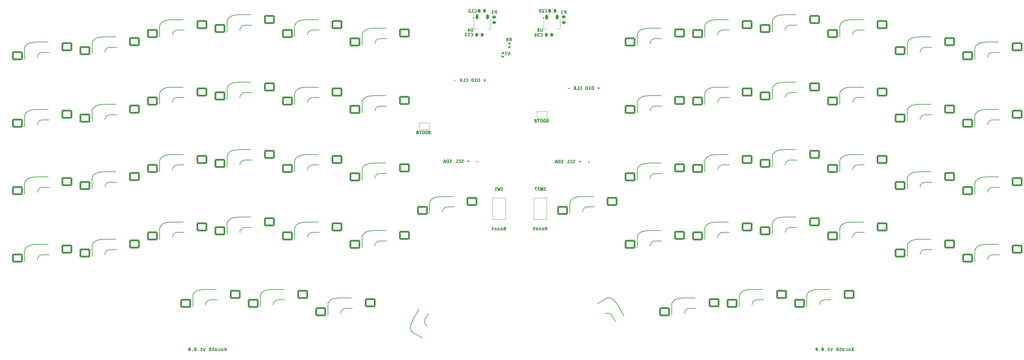
<source format=gbo>
G04 #@! TF.GenerationSoftware,KiCad,Pcbnew,9.0.1*
G04 #@! TF.CreationDate,2025-05-10T22:07:30+12:00*
G04 #@! TF.ProjectId,Koca58,4b6f6361-3538-42e6-9b69-6361645f7063,v1.0.0*
G04 #@! TF.SameCoordinates,Original*
G04 #@! TF.FileFunction,Legend,Bot*
G04 #@! TF.FilePolarity,Positive*
%FSLAX46Y46*%
G04 Gerber Fmt 4.6, Leading zero omitted, Abs format (unit mm)*
G04 Created by KiCad (PCBNEW 9.0.1) date 2025-05-10 22:07:30*
%MOMM*%
%LPD*%
G01*
G04 APERTURE LIST*
G04 Aperture macros list*
%AMRoundRect*
0 Rectangle with rounded corners*
0 $1 Rounding radius*
0 $2 $3 $4 $5 $6 $7 $8 $9 X,Y pos of 4 corners*
0 Add a 4 corners polygon primitive as box body*
4,1,4,$2,$3,$4,$5,$6,$7,$8,$9,$2,$3,0*
0 Add four circle primitives for the rounded corners*
1,1,$1+$1,$2,$3*
1,1,$1+$1,$4,$5*
1,1,$1+$1,$6,$7*
1,1,$1+$1,$8,$9*
0 Add four rect primitives between the rounded corners*
20,1,$1+$1,$2,$3,$4,$5,0*
20,1,$1+$1,$4,$5,$6,$7,0*
20,1,$1+$1,$6,$7,$8,$9,0*
20,1,$1+$1,$8,$9,$2,$3,0*%
%AMFreePoly0*
4,1,9,3.862500,-0.866500,0.737500,-0.866500,0.737500,-0.450000,-0.737500,-0.450000,-0.737500,0.450000,0.737500,0.450000,0.737500,0.866500,3.862500,0.866500,3.862500,-0.866500,3.862500,-0.866500,$1*%
G04 Aperture macros list end*
%ADD10C,0.153000*%
%ADD11C,0.120000*%
%ADD12C,1.700000*%
%ADD13C,3.000000*%
%ADD14C,4.000000*%
%ADD15RoundRect,0.250000X1.250000X1.000000X-1.250000X1.000000X-1.250000X-1.000000X1.250000X-1.000000X0*%
%ADD16RoundRect,0.250000X1.491025X-0.582532X0.241025X1.582532X-1.491025X0.582532X-0.241025X-1.582532X0*%
%ADD17RoundRect,0.250000X-0.241025X1.582532X-1.491025X-0.582532X0.241025X-1.582532X1.491025X0.582532X0*%
%ADD18C,3.200000*%
%ADD19R,1.500000X1.500000*%
%ADD20C,1.500000*%
%ADD21C,0.650000*%
%ADD22O,1.000000X2.100000*%
%ADD23O,1.000000X1.600000*%
%ADD24C,5.000000*%
%ADD25C,4.400000*%
%ADD26C,0.600000*%
%ADD27R,1.700000X1.700000*%
%ADD28RoundRect,0.218750X-0.256250X0.218750X-0.256250X-0.218750X0.256250X-0.218750X0.256250X0.218750X0*%
%ADD29C,1.800000*%
%ADD30RoundRect,0.135000X-0.185000X0.135000X-0.185000X-0.135000X0.185000X-0.135000X0.185000X0.135000X0*%
%ADD31R,1.000000X1.500000*%
%ADD32RoundRect,0.225000X0.225000X0.250000X-0.225000X0.250000X-0.225000X-0.250000X0.225000X-0.250000X0*%
%ADD33RoundRect,0.225000X-0.225000X0.425000X-0.225000X-0.425000X0.225000X-0.425000X0.225000X0.425000X0*%
%ADD34FreePoly0,270.000000*%
%ADD35C,0.800000*%
G04 APERTURE END LIST*
D10*
G36*
X179014026Y-127790000D02*
G01*
X178643021Y-127790000D01*
X178563855Y-127784499D01*
X178497005Y-127769021D01*
X178440429Y-127744609D01*
X178392489Y-127711598D01*
X178352540Y-127669300D01*
X178323979Y-127620058D01*
X178306272Y-127562490D01*
X178300043Y-127494588D01*
X178301678Y-127476392D01*
X178531036Y-127476392D01*
X178534557Y-127506980D01*
X178544948Y-127534728D01*
X178562543Y-127560411D01*
X178586078Y-127579652D01*
X178618859Y-127592140D01*
X178664026Y-127596803D01*
X178792864Y-127596803D01*
X178792864Y-127363002D01*
X178668239Y-127363002D01*
X178619819Y-127367376D01*
X178585857Y-127378836D01*
X178562543Y-127395914D01*
X178545066Y-127419434D01*
X178534627Y-127445946D01*
X178531036Y-127476392D01*
X178301678Y-127476392D01*
X178306107Y-127427097D01*
X178322501Y-127376116D01*
X178347670Y-127337845D01*
X178381823Y-127306045D01*
X178419874Y-127282407D01*
X178462465Y-127266404D01*
X178462465Y-127259382D01*
X178429147Y-127245500D01*
X178396385Y-127222699D01*
X178363729Y-127189406D01*
X178339558Y-127150511D01*
X178323952Y-127100237D01*
X178321818Y-127076017D01*
X178546423Y-127076017D01*
X178549931Y-127103630D01*
X178560280Y-127128309D01*
X178577930Y-127150877D01*
X178600987Y-127167429D01*
X178632929Y-127178309D01*
X178676666Y-127182384D01*
X178792864Y-127182384D01*
X178792864Y-126983571D01*
X178680818Y-126983571D01*
X178634522Y-126986881D01*
X178601571Y-126995520D01*
X178578663Y-127008117D01*
X178560813Y-127026456D01*
X178550153Y-127048672D01*
X178546423Y-127076017D01*
X178321818Y-127076017D01*
X178318239Y-127035411D01*
X178324088Y-126976000D01*
X178340583Y-126926922D01*
X178367102Y-126886039D01*
X178404335Y-126851985D01*
X178447798Y-126827564D01*
X178505486Y-126808226D01*
X178580889Y-126795212D01*
X178678070Y-126790375D01*
X179014026Y-126790375D01*
X179014026Y-127790000D01*
G37*
G36*
X177918523Y-126780903D02*
G01*
X177986066Y-126797605D01*
X178043545Y-126824107D01*
X178092573Y-126860233D01*
X178134202Y-126906634D01*
X178166439Y-126959007D01*
X178192911Y-127021606D01*
X178213104Y-127096103D01*
X178226137Y-127184445D01*
X178230800Y-127288813D01*
X178226222Y-127392520D01*
X178213406Y-127480618D01*
X178193519Y-127555193D01*
X178167417Y-127618114D01*
X178135607Y-127670992D01*
X178094470Y-127717770D01*
X178045621Y-127754232D01*
X177987953Y-127781034D01*
X177919759Y-127797970D01*
X177838852Y-127803982D01*
X177756683Y-127797869D01*
X177687823Y-127780693D01*
X177629957Y-127753579D01*
X177581281Y-127716765D01*
X177540631Y-127669588D01*
X177502186Y-127601332D01*
X177472833Y-127517495D01*
X177453744Y-127414994D01*
X177446842Y-127290218D01*
X177447028Y-127286004D01*
X177697435Y-127286004D01*
X177701768Y-127394433D01*
X177712858Y-127469992D01*
X177728271Y-127520539D01*
X177747213Y-127553300D01*
X177771287Y-127575620D01*
X177801217Y-127589184D01*
X177838852Y-127593995D01*
X177875898Y-127589323D01*
X177905567Y-127576125D01*
X177929614Y-127554412D01*
X177948761Y-127522615D01*
X177964404Y-127473318D01*
X177975746Y-127398218D01*
X177980207Y-127288813D01*
X177975621Y-127179352D01*
X177963999Y-127104833D01*
X177948028Y-127056416D01*
X177928661Y-127025202D01*
X177904637Y-127003884D01*
X177875254Y-126990947D01*
X177838852Y-126986379D01*
X177800427Y-126991207D01*
X177770180Y-127004747D01*
X177746151Y-127026890D01*
X177727538Y-127059225D01*
X177712415Y-127109153D01*
X177701625Y-127182407D01*
X177697435Y-127286004D01*
X177447028Y-127286004D01*
X177451357Y-127187846D01*
X177464026Y-127100431D01*
X177483738Y-127026015D01*
X177509678Y-126962838D01*
X177541364Y-126909382D01*
X177582283Y-126862124D01*
X177631063Y-126825292D01*
X177688833Y-126798206D01*
X177757345Y-126781076D01*
X177838852Y-126774987D01*
X177918523Y-126780903D01*
G37*
G36*
X177079304Y-126780903D02*
G01*
X177146847Y-126797605D01*
X177204327Y-126824107D01*
X177253355Y-126860233D01*
X177294984Y-126906634D01*
X177327220Y-126959007D01*
X177353693Y-127021606D01*
X177373886Y-127096103D01*
X177386919Y-127184445D01*
X177391582Y-127288813D01*
X177387004Y-127392520D01*
X177374188Y-127480618D01*
X177354301Y-127555193D01*
X177328199Y-127618114D01*
X177296388Y-127670992D01*
X177255252Y-127717770D01*
X177206403Y-127754232D01*
X177148735Y-127781034D01*
X177080540Y-127797970D01*
X176999633Y-127803982D01*
X176917464Y-127797869D01*
X176848605Y-127780693D01*
X176790739Y-127753579D01*
X176742063Y-127716765D01*
X176701413Y-127669588D01*
X176662967Y-127601332D01*
X176633614Y-127517495D01*
X176614526Y-127414994D01*
X176607623Y-127290218D01*
X176607809Y-127286004D01*
X176858216Y-127286004D01*
X176862550Y-127394433D01*
X176873640Y-127469992D01*
X176889052Y-127520539D01*
X176907995Y-127553300D01*
X176932068Y-127575620D01*
X176961999Y-127589184D01*
X176999633Y-127593995D01*
X177036680Y-127589323D01*
X177066349Y-127576125D01*
X177090395Y-127554412D01*
X177109542Y-127522615D01*
X177125185Y-127473318D01*
X177136528Y-127398218D01*
X177140989Y-127288813D01*
X177136402Y-127179352D01*
X177124781Y-127104833D01*
X177108810Y-127056416D01*
X177089443Y-127025202D01*
X177065418Y-127003884D01*
X177036036Y-126990947D01*
X176999633Y-126986379D01*
X176961209Y-126991207D01*
X176930962Y-127004747D01*
X176906932Y-127026890D01*
X176888319Y-127059225D01*
X176873196Y-127109153D01*
X176862406Y-127182407D01*
X176858216Y-127286004D01*
X176607809Y-127286004D01*
X176612138Y-127187846D01*
X176624808Y-127100431D01*
X176644519Y-127026015D01*
X176670459Y-126962838D01*
X176702145Y-126909382D01*
X176743065Y-126862124D01*
X176791845Y-126825292D01*
X176849614Y-126798206D01*
X176918126Y-126781076D01*
X176999633Y-126774987D01*
X177079304Y-126780903D01*
G37*
G36*
X176283574Y-127790000D02*
G01*
X176283574Y-127000423D01*
X176552363Y-127000423D01*
X176552363Y-126790375D01*
X175768405Y-126790375D01*
X175768405Y-127000423D01*
X176038599Y-127000423D01*
X176038599Y-127790000D01*
X176283574Y-127790000D01*
G37*
G36*
X175400146Y-126782328D02*
G01*
X175464660Y-126798967D01*
X175518475Y-126825200D01*
X175563381Y-126860840D01*
X175600488Y-126906634D01*
X175634555Y-126972112D01*
X175661129Y-127055444D01*
X175678729Y-127160473D01*
X175685179Y-127291622D01*
X175678521Y-127417537D01*
X175660175Y-127520312D01*
X175632115Y-127603714D01*
X175595603Y-127670992D01*
X175556378Y-127718496D01*
X175510594Y-127755032D01*
X175457403Y-127781552D01*
X175395373Y-127798136D01*
X175322601Y-127803982D01*
X175252171Y-127799348D01*
X175193268Y-127786382D01*
X175143990Y-127766087D01*
X175102782Y-127738892D01*
X175055746Y-127691117D01*
X175018166Y-127631632D01*
X174990064Y-127558335D01*
X174972355Y-127480659D01*
X174961112Y-127392209D01*
X174957152Y-127291622D01*
X175174162Y-127291622D01*
X175178452Y-127397099D01*
X175189503Y-127471719D01*
X175204998Y-127522615D01*
X175224043Y-127555264D01*
X175249132Y-127577841D01*
X175281247Y-127591790D01*
X175322601Y-127596803D01*
X175356084Y-127593448D01*
X175383657Y-127583992D01*
X175406559Y-127568777D01*
X175176971Y-127196428D01*
X175174162Y-127291622D01*
X174957152Y-127291622D01*
X174963912Y-127163352D01*
X174982480Y-127059374D01*
X175000051Y-127007384D01*
X175242794Y-127007384D01*
X175468169Y-127378389D01*
X175470978Y-127291622D01*
X175466675Y-127188225D01*
X175455454Y-127113041D01*
X175439471Y-127059958D01*
X175419901Y-127025370D01*
X175394647Y-127001758D01*
X175362899Y-126987355D01*
X175322601Y-126982227D01*
X175277061Y-126988860D01*
X175242794Y-127007384D01*
X175000051Y-127007384D01*
X175010775Y-126975652D01*
X175047461Y-126908710D01*
X175086890Y-126861537D01*
X175132968Y-126825191D01*
X175186567Y-126798769D01*
X175249139Y-126782227D01*
X175322601Y-126776392D01*
X175400146Y-126782328D01*
G37*
G36*
X200235626Y-154999400D02*
G01*
X200006038Y-154999400D01*
X200006038Y-154638225D01*
X199908035Y-154638225D01*
X199747018Y-154999400D01*
X199486655Y-154999400D01*
X199707817Y-154563976D01*
X199660290Y-154528373D01*
X199622653Y-154490181D01*
X199593756Y-154449242D01*
X199572906Y-154403861D01*
X199559834Y-154351154D01*
X199557005Y-154313382D01*
X199786219Y-154313382D01*
X199791179Y-154354350D01*
X199804681Y-154384470D01*
X199826153Y-154406500D01*
X199853973Y-154422208D01*
X199885620Y-154431845D01*
X199922018Y-154435199D01*
X200006038Y-154435199D01*
X200006038Y-154202801D01*
X199915057Y-154202801D01*
X199872098Y-154206618D01*
X199840579Y-154216804D01*
X199817726Y-154232233D01*
X199800584Y-154253674D01*
X199789994Y-154280221D01*
X199786219Y-154313382D01*
X199557005Y-154313382D01*
X199555226Y-154289630D01*
X199561448Y-154219186D01*
X199578896Y-154161148D01*
X199606615Y-154113084D01*
X199644864Y-154073292D01*
X199690832Y-154043540D01*
X199749991Y-154020549D01*
X199825388Y-154005355D01*
X199920675Y-153999775D01*
X200235626Y-153999775D01*
X200235626Y-154999400D01*
G37*
G36*
X199126190Y-154216159D02*
G01*
X199189523Y-154230089D01*
X199243732Y-154252121D01*
X199290212Y-154281919D01*
X199329973Y-154319733D01*
X199369918Y-154376183D01*
X199399307Y-154442341D01*
X199417860Y-154520043D01*
X199424434Y-154611603D01*
X199419712Y-154688795D01*
X199406313Y-154755611D01*
X199385073Y-154813565D01*
X199356378Y-154863931D01*
X199320143Y-154907686D01*
X199277108Y-154943854D01*
X199226046Y-154972832D01*
X199165664Y-154994558D01*
X199094306Y-155008438D01*
X199010015Y-155013382D01*
X198946875Y-155010574D01*
X198872812Y-155001476D01*
X198798683Y-154984549D01*
X198727243Y-154957390D01*
X198727243Y-154761385D01*
X198784057Y-154790369D01*
X198846251Y-154810417D01*
X198910648Y-154822002D01*
X198973623Y-154825804D01*
X199035415Y-154821563D01*
X199086091Y-154809790D01*
X199127618Y-154791488D01*
X199162117Y-154764511D01*
X199184128Y-154730802D01*
X199194846Y-154688600D01*
X198697812Y-154688600D01*
X198697812Y-154582172D01*
X198702104Y-154524775D01*
X198920439Y-154524775D01*
X199190633Y-154524775D01*
X199183519Y-154486844D01*
X199170403Y-154454502D01*
X199151432Y-154426772D01*
X199126545Y-154405553D01*
X199094606Y-154392338D01*
X199053430Y-154387571D01*
X199014869Y-154391975D01*
X198983452Y-154404420D01*
X198957564Y-154424696D01*
X198938041Y-154451425D01*
X198925535Y-154484239D01*
X198920439Y-154524775D01*
X198702104Y-154524775D01*
X198704171Y-154497135D01*
X198722128Y-154425041D01*
X198750633Y-154363673D01*
X198789525Y-154311306D01*
X198838436Y-154268804D01*
X198897054Y-154237784D01*
X198967355Y-154218204D01*
X199052025Y-154211228D01*
X199126190Y-154216159D01*
G37*
G36*
X198273013Y-155013382D02*
G01*
X198340275Y-155010778D01*
X198408812Y-155002880D01*
X198476679Y-154989420D01*
X198543206Y-154970029D01*
X198543206Y-154754424D01*
X198467409Y-154785427D01*
X198395500Y-154806936D01*
X198324262Y-154820215D01*
X198260434Y-154824400D01*
X198217110Y-154821621D01*
X198181299Y-154813897D01*
X198161255Y-154804236D01*
X198150556Y-154791657D01*
X198146983Y-154775429D01*
X198152696Y-154754459D01*
X198170797Y-154737632D01*
X198235949Y-154709605D01*
X198331814Y-154673213D01*
X198395782Y-154642069D01*
X198444092Y-154611235D01*
X198479520Y-154580828D01*
X198506542Y-154544421D01*
X198523273Y-154499920D01*
X198529223Y-154445029D01*
X198523325Y-154387163D01*
X198506733Y-154339821D01*
X198480050Y-154300765D01*
X198442456Y-154268625D01*
X198398482Y-154245019D01*
X198345145Y-154227051D01*
X198280680Y-154215416D01*
X198203037Y-154211228D01*
X198133059Y-154214534D01*
X198062292Y-154224539D01*
X197991238Y-154242057D01*
X197913182Y-154270029D01*
X197990179Y-154453395D01*
X198046543Y-154428003D01*
X198099417Y-154412118D01*
X198151598Y-154403012D01*
X198196015Y-154400211D01*
X198237059Y-154403152D01*
X198265319Y-154410713D01*
X198285030Y-154424939D01*
X198291209Y-154445029D01*
X198287358Y-154460128D01*
X198275150Y-154472995D01*
X198256106Y-154483479D01*
X198221905Y-154496809D01*
X198121826Y-154534605D01*
X198053878Y-154562903D01*
X198002819Y-154589926D01*
X197960353Y-154622198D01*
X197931439Y-154658498D01*
X197914019Y-154701968D01*
X197907625Y-154759980D01*
X197911887Y-154808333D01*
X197924298Y-154851902D01*
X197944750Y-154891627D01*
X197973024Y-154925877D01*
X198011552Y-154955746D01*
X198062353Y-154981203D01*
X198117013Y-154998059D01*
X198186234Y-155009264D01*
X198273013Y-155013382D01*
G37*
G36*
X197447753Y-154216159D02*
G01*
X197511086Y-154230089D01*
X197565295Y-154252121D01*
X197611775Y-154281919D01*
X197651537Y-154319733D01*
X197691481Y-154376183D01*
X197720870Y-154442341D01*
X197739424Y-154520043D01*
X197745998Y-154611603D01*
X197741275Y-154688795D01*
X197727876Y-154755611D01*
X197706636Y-154813565D01*
X197677941Y-154863931D01*
X197641706Y-154907686D01*
X197598671Y-154943854D01*
X197547609Y-154972832D01*
X197487228Y-154994558D01*
X197415869Y-155008438D01*
X197331579Y-155013382D01*
X197268438Y-155010574D01*
X197194375Y-155001476D01*
X197120247Y-154984549D01*
X197048806Y-154957390D01*
X197048806Y-154761385D01*
X197105620Y-154790369D01*
X197167814Y-154810417D01*
X197232211Y-154822002D01*
X197295186Y-154825804D01*
X197356978Y-154821563D01*
X197407654Y-154809790D01*
X197449181Y-154791488D01*
X197483681Y-154764511D01*
X197505691Y-154730802D01*
X197516409Y-154688600D01*
X197019375Y-154688600D01*
X197019375Y-154582172D01*
X197023667Y-154524775D01*
X197242002Y-154524775D01*
X197512196Y-154524775D01*
X197505082Y-154486844D01*
X197491966Y-154454502D01*
X197472995Y-154426772D01*
X197448108Y-154405553D01*
X197416169Y-154392338D01*
X197374993Y-154387571D01*
X197336432Y-154391975D01*
X197305015Y-154404420D01*
X197279127Y-154424696D01*
X197259604Y-154451425D01*
X197247098Y-154484239D01*
X197242002Y-154524775D01*
X197023667Y-154524775D01*
X197025734Y-154497135D01*
X197043691Y-154425041D01*
X197072196Y-154363673D01*
X197111088Y-154311306D01*
X197159999Y-154268804D01*
X197218617Y-154237784D01*
X197288918Y-154218204D01*
X197373588Y-154211228D01*
X197447753Y-154216159D01*
G37*
G36*
X196444794Y-155013382D02*
G01*
X196518198Y-155009048D01*
X196575227Y-154997347D01*
X196619061Y-154979799D01*
X196657538Y-154953558D01*
X196687368Y-154920289D01*
X196709370Y-154879049D01*
X196723545Y-154833452D01*
X196732705Y-154778894D01*
X196735992Y-154713819D01*
X196735992Y-154421216D01*
X196929188Y-154421216D01*
X196929188Y-154302208D01*
X196710774Y-154226615D01*
X196672978Y-154051615D01*
X196490956Y-154051615D01*
X196490956Y-154225211D01*
X196223571Y-154225211D01*
X196223571Y-154421216D01*
X196490956Y-154421216D01*
X196490956Y-154677426D01*
X196484847Y-154735169D01*
X196469951Y-154768407D01*
X196446599Y-154791566D01*
X196420980Y-154803395D01*
X196373353Y-154810417D01*
X196305453Y-154804127D01*
X196220762Y-154779581D01*
X196220762Y-154974181D01*
X196281771Y-154992553D01*
X196336289Y-155004284D01*
X196390339Y-155011108D01*
X196444794Y-155013382D01*
G37*
G36*
X194383114Y-112883200D02*
G01*
X194383114Y-112636820D01*
X194611298Y-112636820D01*
X194611298Y-112453394D01*
X194383114Y-112453394D01*
X194383114Y-112202800D01*
X194196879Y-112202800D01*
X194196879Y-112453394D01*
X193967291Y-112453394D01*
X193967291Y-112636820D01*
X194196879Y-112636820D01*
X194196879Y-112883200D01*
X194383114Y-112883200D01*
G37*
G36*
X192974871Y-113038600D02*
G01*
X192692038Y-113038600D01*
X192596515Y-113031548D01*
X192513442Y-113011419D01*
X192440773Y-112979126D01*
X192391245Y-112946087D01*
X192347684Y-112906175D01*
X192309657Y-112858878D01*
X192277008Y-112803394D01*
X192252615Y-112745024D01*
X192234415Y-112678736D01*
X192222917Y-112603415D01*
X192219339Y-112527582D01*
X192466663Y-112527582D01*
X192470769Y-112605069D01*
X192482021Y-112667538D01*
X192499125Y-112717532D01*
X192521251Y-112757232D01*
X192551549Y-112790930D01*
X192588606Y-112815065D01*
X192633805Y-112830179D01*
X192689290Y-112835573D01*
X192742474Y-112835573D01*
X192742474Y-112242001D01*
X192673842Y-112242001D01*
X192619458Y-112247697D01*
X192575430Y-112263667D01*
X192539466Y-112289356D01*
X192510227Y-112325723D01*
X192487521Y-112375105D01*
X192472326Y-112440954D01*
X192466663Y-112527582D01*
X192219339Y-112527582D01*
X192218878Y-112517813D01*
X192224387Y-112422864D01*
X192239917Y-112341688D01*
X192264330Y-112272267D01*
X192297008Y-112212887D01*
X192337886Y-112162195D01*
X192387448Y-112119200D01*
X192444420Y-112085294D01*
X192509892Y-112060275D01*
X192585315Y-112044522D01*
X192672437Y-112038975D01*
X192974871Y-112038975D01*
X192974871Y-113038600D01*
G37*
G36*
X192093643Y-113038600D02*
G01*
X192093643Y-112863600D01*
X191890616Y-112841190D01*
X191890616Y-112236384D01*
X192093643Y-112213975D01*
X192093643Y-112038975D01*
X191449635Y-112038975D01*
X191449635Y-112213975D01*
X191654067Y-112236384D01*
X191654067Y-112841190D01*
X191449635Y-112863600D01*
X191449635Y-113038600D01*
X192093643Y-113038600D01*
G37*
G36*
X191012122Y-112029503D02*
G01*
X191079665Y-112046205D01*
X191137145Y-112072707D01*
X191186173Y-112108833D01*
X191227802Y-112155234D01*
X191260039Y-112207607D01*
X191286511Y-112270206D01*
X191306704Y-112344703D01*
X191319737Y-112433045D01*
X191324400Y-112537413D01*
X191319822Y-112641120D01*
X191307006Y-112729218D01*
X191287119Y-112803793D01*
X191261017Y-112866714D01*
X191229206Y-112919592D01*
X191188070Y-112966370D01*
X191139221Y-113002832D01*
X191081553Y-113029634D01*
X191013358Y-113046570D01*
X190932451Y-113052582D01*
X190850283Y-113046469D01*
X190781423Y-113029293D01*
X190723557Y-113002179D01*
X190674881Y-112965365D01*
X190634231Y-112918188D01*
X190595785Y-112849932D01*
X190566433Y-112766095D01*
X190547344Y-112663594D01*
X190540441Y-112538818D01*
X190540627Y-112534604D01*
X190791035Y-112534604D01*
X190795368Y-112643033D01*
X190806458Y-112718592D01*
X190821870Y-112769139D01*
X190840813Y-112801900D01*
X190864887Y-112824220D01*
X190894817Y-112837784D01*
X190932451Y-112842595D01*
X190969498Y-112837923D01*
X190999167Y-112824725D01*
X191023214Y-112803012D01*
X191042361Y-112771215D01*
X191058004Y-112721918D01*
X191069346Y-112646818D01*
X191073807Y-112537413D01*
X191069220Y-112427952D01*
X191057599Y-112353433D01*
X191041628Y-112305016D01*
X191022261Y-112273802D01*
X190998236Y-112252484D01*
X190968854Y-112239547D01*
X190932451Y-112234979D01*
X190894027Y-112239807D01*
X190863780Y-112253347D01*
X190839751Y-112275490D01*
X190821138Y-112307825D01*
X190806015Y-112357753D01*
X190795224Y-112431007D01*
X190791035Y-112534604D01*
X190540627Y-112534604D01*
X190544957Y-112436446D01*
X190557626Y-112349031D01*
X190577337Y-112274615D01*
X190603277Y-112211438D01*
X190634963Y-112157982D01*
X190675883Y-112110724D01*
X190724663Y-112073892D01*
X190782433Y-112046806D01*
X190850944Y-112029676D01*
X190932451Y-112023587D01*
X191012122Y-112029503D01*
G37*
G36*
X189207791Y-113052582D02*
G01*
X189275744Y-113048375D01*
X189335446Y-113036356D01*
X189388078Y-113017158D01*
X189434632Y-112991033D01*
X189489600Y-112945015D01*
X189535216Y-112887466D01*
X189571835Y-112816705D01*
X189596720Y-112740210D01*
X189612453Y-112652373D01*
X189617997Y-112551396D01*
X189611060Y-112441496D01*
X189591484Y-112347594D01*
X189560600Y-112267220D01*
X189528283Y-112210981D01*
X189490472Y-112162725D01*
X189447019Y-112121676D01*
X189397507Y-112087335D01*
X189343787Y-112060753D01*
X189284346Y-112041295D01*
X189218339Y-112029194D01*
X189144777Y-112024992D01*
X189079451Y-112028328D01*
X189015328Y-112038303D01*
X188951460Y-112054940D01*
X188883010Y-112079580D01*
X188948772Y-112286820D01*
X188998494Y-112266217D01*
X189048240Y-112252504D01*
X189097742Y-112244488D01*
X189140564Y-112242001D01*
X189197351Y-112246715D01*
X189242294Y-112259675D01*
X189277828Y-112279798D01*
X189307612Y-112307861D01*
X189331381Y-112343133D01*
X189349208Y-112386899D01*
X189364557Y-112459899D01*
X189370213Y-112552800D01*
X189366245Y-112632104D01*
X189355650Y-112692568D01*
X189340049Y-112737888D01*
X189320510Y-112771215D01*
X189293292Y-112799130D01*
X189259480Y-112819448D01*
X189217660Y-112832339D01*
X189165782Y-112836977D01*
X189108692Y-112833007D01*
X189042622Y-112820185D01*
X188977976Y-112798956D01*
X188920806Y-112769810D01*
X188920806Y-112995185D01*
X188988289Y-113020630D01*
X189060818Y-113038600D01*
X189134979Y-113049117D01*
X189207791Y-113052582D01*
G37*
G36*
X188729747Y-113038600D02*
G01*
X188729747Y-112038975D01*
X188484772Y-112038975D01*
X188484772Y-112821590D01*
X188078779Y-112821590D01*
X188078779Y-113038600D01*
X188729747Y-113038600D01*
G37*
G36*
X187939560Y-113038600D02*
G01*
X187939560Y-112038975D01*
X187701546Y-112038975D01*
X187701546Y-112495403D01*
X187672847Y-112434526D01*
X187642744Y-112377800D01*
X187453761Y-112038975D01*
X187190529Y-112038975D01*
X187466340Y-112485573D01*
X187193337Y-113038600D01*
X187466340Y-113038600D01*
X187635783Y-112671808D01*
X187701546Y-112730609D01*
X187701546Y-113038600D01*
X187939560Y-113038600D01*
G37*
G36*
X186107128Y-112765597D02*
G01*
X186107128Y-112555609D01*
X185687092Y-112555609D01*
X185687092Y-112765597D01*
X186107128Y-112765597D01*
G37*
G36*
X223920012Y-135766997D02*
G01*
X223920012Y-135557009D01*
X223499975Y-135557009D01*
X223499975Y-135766997D01*
X223920012Y-135766997D01*
G37*
G36*
X221286158Y-135884600D02*
G01*
X221286158Y-135638220D01*
X221514342Y-135638220D01*
X221514342Y-135454794D01*
X221286158Y-135454794D01*
X221286158Y-135204200D01*
X221099923Y-135204200D01*
X221099923Y-135454794D01*
X220870334Y-135454794D01*
X220870334Y-135638220D01*
X221099923Y-135638220D01*
X221099923Y-135884600D01*
X221286158Y-135884600D01*
G37*
G36*
X219548920Y-136053982D02*
G01*
X219626088Y-136050405D01*
X219697358Y-136040000D01*
X219768187Y-136021497D01*
X219849888Y-135991029D01*
X219849888Y-135755823D01*
X219763065Y-135799387D01*
X219686123Y-135825127D01*
X219610052Y-135839474D01*
X219541898Y-135843995D01*
X219483955Y-135839463D01*
X219445300Y-135827936D01*
X219426194Y-135814213D01*
X219414574Y-135794192D01*
X219410312Y-135765593D01*
X219415814Y-135733633D01*
X219431317Y-135710333D01*
X219455689Y-135691031D01*
X219495003Y-135668323D01*
X219603508Y-135610193D01*
X219675332Y-135565736D01*
X219730209Y-135525502D01*
X219775360Y-135480608D01*
X219806535Y-135431041D01*
X219824962Y-135374092D01*
X219831692Y-135300799D01*
X219826298Y-135236457D01*
X219811069Y-135182362D01*
X219786778Y-135136616D01*
X219753290Y-135097833D01*
X219712637Y-135068786D01*
X219657657Y-135046015D01*
X219584555Y-135030703D01*
X219488714Y-135024987D01*
X219389550Y-135030360D01*
X219306692Y-135045321D01*
X219229518Y-135069018D01*
X219162527Y-135097772D01*
X219239525Y-135292372D01*
X219303753Y-135264681D01*
X219361280Y-135248286D01*
X219417505Y-135239172D01*
X219464900Y-135236379D01*
X219513774Y-135240800D01*
X219548920Y-135252500D01*
X219566387Y-135265944D01*
X219577136Y-135285492D01*
X219581099Y-135313377D01*
X219577387Y-135337167D01*
X219566444Y-135357524D01*
X219547569Y-135375705D01*
X219510451Y-135400205D01*
X219392116Y-135464624D01*
X219330921Y-135498421D01*
X219275917Y-135533928D01*
X219227819Y-135575382D01*
X219190554Y-135624909D01*
X219173323Y-135662200D01*
X219162283Y-135707569D01*
X219158314Y-135762784D01*
X219162884Y-135817862D01*
X219176510Y-135870617D01*
X219200810Y-135919232D01*
X219238792Y-135963735D01*
X219270052Y-135988308D01*
X219309483Y-136010320D01*
X219358532Y-136029497D01*
X219409526Y-136042394D01*
X219472295Y-136050891D01*
X219548920Y-136053982D01*
G37*
G36*
X218628490Y-136053982D02*
G01*
X218696443Y-136049775D01*
X218756145Y-136037756D01*
X218808777Y-136018558D01*
X218855331Y-135992433D01*
X218910299Y-135946415D01*
X218955915Y-135888866D01*
X218992534Y-135818105D01*
X219017419Y-135741610D01*
X219033152Y-135653773D01*
X219038696Y-135552796D01*
X219031759Y-135442896D01*
X219012183Y-135348994D01*
X218981299Y-135268620D01*
X218948982Y-135212381D01*
X218911171Y-135164125D01*
X218867718Y-135123076D01*
X218818206Y-135088735D01*
X218764486Y-135062153D01*
X218705045Y-135042695D01*
X218639038Y-135030594D01*
X218565476Y-135026392D01*
X218500150Y-135029728D01*
X218436027Y-135039703D01*
X218372159Y-135056340D01*
X218303709Y-135080980D01*
X218369471Y-135288220D01*
X218419193Y-135267617D01*
X218468939Y-135253904D01*
X218518441Y-135245888D01*
X218561263Y-135243401D01*
X218618050Y-135248115D01*
X218662993Y-135261075D01*
X218698527Y-135281198D01*
X218728311Y-135309261D01*
X218752080Y-135344533D01*
X218769907Y-135388299D01*
X218785256Y-135461299D01*
X218790912Y-135554200D01*
X218786944Y-135633504D01*
X218776349Y-135693968D01*
X218760748Y-135739288D01*
X218741209Y-135772615D01*
X218713991Y-135800530D01*
X218680179Y-135820848D01*
X218638359Y-135833739D01*
X218586481Y-135838377D01*
X218529391Y-135834407D01*
X218463321Y-135821585D01*
X218398675Y-135800356D01*
X218341505Y-135771210D01*
X218341505Y-135996585D01*
X218408988Y-136022030D01*
X218481517Y-136040000D01*
X218555678Y-136050517D01*
X218628490Y-136053982D01*
G37*
G36*
X218150446Y-136040000D02*
G01*
X218150446Y-135040375D01*
X217905471Y-135040375D01*
X217905471Y-135822990D01*
X217499478Y-135822990D01*
X217499478Y-136040000D01*
X218150446Y-136040000D01*
G37*
G36*
X216192046Y-136053982D02*
G01*
X216269215Y-136050405D01*
X216340484Y-136040000D01*
X216411313Y-136021497D01*
X216493014Y-135991029D01*
X216493014Y-135755823D01*
X216406192Y-135799387D01*
X216329249Y-135825127D01*
X216253178Y-135839474D01*
X216185024Y-135843995D01*
X216127081Y-135839463D01*
X216088426Y-135827936D01*
X216069320Y-135814213D01*
X216057700Y-135794192D01*
X216053438Y-135765593D01*
X216058941Y-135733633D01*
X216074443Y-135710333D01*
X216098815Y-135691031D01*
X216138129Y-135668323D01*
X216246634Y-135610193D01*
X216318458Y-135565736D01*
X216373335Y-135525502D01*
X216418486Y-135480608D01*
X216449661Y-135431041D01*
X216468088Y-135374092D01*
X216474818Y-135300799D01*
X216469424Y-135236457D01*
X216454195Y-135182362D01*
X216429904Y-135136616D01*
X216396416Y-135097833D01*
X216355763Y-135068786D01*
X216300783Y-135046015D01*
X216227681Y-135030703D01*
X216131840Y-135024987D01*
X216032676Y-135030360D01*
X215949818Y-135045321D01*
X215872645Y-135069018D01*
X215805654Y-135097772D01*
X215882651Y-135292372D01*
X215946879Y-135264681D01*
X216004406Y-135248286D01*
X216060631Y-135239172D01*
X216108026Y-135236379D01*
X216156901Y-135240800D01*
X216192046Y-135252500D01*
X216209514Y-135265944D01*
X216220263Y-135285492D01*
X216224225Y-135313377D01*
X216220513Y-135337167D01*
X216209570Y-135357524D01*
X216190696Y-135375705D01*
X216153578Y-135400205D01*
X216035242Y-135464624D01*
X215974047Y-135498421D01*
X215919043Y-135533928D01*
X215870945Y-135575382D01*
X215833681Y-135624909D01*
X215816449Y-135662200D01*
X215805409Y-135707569D01*
X215801441Y-135762784D01*
X215806010Y-135817862D01*
X215819637Y-135870617D01*
X215843936Y-135919232D01*
X215881919Y-135963735D01*
X215913178Y-135988308D01*
X215952610Y-136010320D01*
X216001659Y-136029497D01*
X216052652Y-136042394D01*
X216115422Y-136050891D01*
X216192046Y-136053982D01*
G37*
G36*
X215681823Y-136040000D02*
G01*
X215398989Y-136040000D01*
X215303466Y-136032948D01*
X215220394Y-136012819D01*
X215147725Y-135980526D01*
X215098197Y-135947487D01*
X215054635Y-135907575D01*
X215016608Y-135860278D01*
X214983960Y-135804794D01*
X214959567Y-135746424D01*
X214941367Y-135680136D01*
X214929869Y-135604815D01*
X214926291Y-135528982D01*
X215173614Y-135528982D01*
X215177721Y-135606469D01*
X215188973Y-135668938D01*
X215206076Y-135718932D01*
X215228203Y-135758632D01*
X215258500Y-135792330D01*
X215295558Y-135816465D01*
X215340756Y-135831579D01*
X215396242Y-135836973D01*
X215449426Y-135836973D01*
X215449426Y-135243401D01*
X215380793Y-135243401D01*
X215326410Y-135249097D01*
X215282382Y-135265067D01*
X215246417Y-135290756D01*
X215217178Y-135327123D01*
X215194473Y-135376505D01*
X215179278Y-135442354D01*
X215173614Y-135528982D01*
X214926291Y-135528982D01*
X214925830Y-135519213D01*
X214931339Y-135424264D01*
X214946869Y-135343088D01*
X214971282Y-135273667D01*
X215003960Y-135214287D01*
X215044837Y-135163595D01*
X215094400Y-135120600D01*
X215151372Y-135086694D01*
X215216843Y-135061675D01*
X215292266Y-135045922D01*
X215379389Y-135040375D01*
X215681823Y-135040375D01*
X215681823Y-136040000D01*
G37*
G36*
X214891575Y-136040000D02*
G01*
X214653621Y-136040000D01*
X214608803Y-135834225D01*
X214351188Y-135834225D01*
X214309178Y-136040000D01*
X214065607Y-136040000D01*
X214167390Y-135636816D01*
X214391793Y-135636816D01*
X214565389Y-135636816D01*
X214523379Y-135447772D01*
X214505915Y-135366622D01*
X214488452Y-135278389D01*
X214475812Y-135204200D01*
X214462501Y-135278389D01*
X214445710Y-135366622D01*
X214429590Y-135447772D01*
X214391793Y-135636816D01*
X214167390Y-135636816D01*
X214319009Y-135036222D01*
X214639577Y-135036222D01*
X214891575Y-136040000D01*
G37*
G36*
X226539514Y-115118400D02*
G01*
X226539514Y-114872020D01*
X226767698Y-114872020D01*
X226767698Y-114688594D01*
X226539514Y-114688594D01*
X226539514Y-114438000D01*
X226353279Y-114438000D01*
X226353279Y-114688594D01*
X226123691Y-114688594D01*
X226123691Y-114872020D01*
X226353279Y-114872020D01*
X226353279Y-115118400D01*
X226539514Y-115118400D01*
G37*
G36*
X225131271Y-115273800D02*
G01*
X224848438Y-115273800D01*
X224752915Y-115266748D01*
X224669842Y-115246619D01*
X224597173Y-115214326D01*
X224547645Y-115181287D01*
X224504084Y-115141375D01*
X224466057Y-115094078D01*
X224433408Y-115038594D01*
X224409015Y-114980224D01*
X224390815Y-114913936D01*
X224379317Y-114838615D01*
X224375739Y-114762782D01*
X224623063Y-114762782D01*
X224627169Y-114840269D01*
X224638421Y-114902738D01*
X224655525Y-114952732D01*
X224677651Y-114992432D01*
X224707949Y-115026130D01*
X224745006Y-115050265D01*
X224790205Y-115065379D01*
X224845690Y-115070773D01*
X224898874Y-115070773D01*
X224898874Y-114477201D01*
X224830242Y-114477201D01*
X224775858Y-114482897D01*
X224731830Y-114498867D01*
X224695866Y-114524556D01*
X224666627Y-114560923D01*
X224643921Y-114610305D01*
X224628726Y-114676154D01*
X224623063Y-114762782D01*
X224375739Y-114762782D01*
X224375278Y-114753013D01*
X224380787Y-114658064D01*
X224396317Y-114576888D01*
X224420730Y-114507467D01*
X224453408Y-114448087D01*
X224494286Y-114397395D01*
X224543848Y-114354400D01*
X224600820Y-114320494D01*
X224666292Y-114295475D01*
X224741715Y-114279722D01*
X224828837Y-114274175D01*
X225131271Y-114274175D01*
X225131271Y-115273800D01*
G37*
G36*
X224250043Y-115273800D02*
G01*
X224250043Y-115098800D01*
X224047016Y-115076390D01*
X224047016Y-114471584D01*
X224250043Y-114449175D01*
X224250043Y-114274175D01*
X223606035Y-114274175D01*
X223606035Y-114449175D01*
X223810467Y-114471584D01*
X223810467Y-115076390D01*
X223606035Y-115098800D01*
X223606035Y-115273800D01*
X224250043Y-115273800D01*
G37*
G36*
X223168522Y-114264703D02*
G01*
X223236065Y-114281405D01*
X223293545Y-114307907D01*
X223342573Y-114344033D01*
X223384202Y-114390434D01*
X223416439Y-114442807D01*
X223442911Y-114505406D01*
X223463104Y-114579903D01*
X223476137Y-114668245D01*
X223480800Y-114772613D01*
X223476222Y-114876320D01*
X223463406Y-114964418D01*
X223443519Y-115038993D01*
X223417417Y-115101914D01*
X223385606Y-115154792D01*
X223344470Y-115201570D01*
X223295621Y-115238032D01*
X223237953Y-115264834D01*
X223169758Y-115281770D01*
X223088851Y-115287782D01*
X223006683Y-115281669D01*
X222937823Y-115264493D01*
X222879957Y-115237379D01*
X222831281Y-115200565D01*
X222790631Y-115153388D01*
X222752185Y-115085132D01*
X222722833Y-115001295D01*
X222703744Y-114898794D01*
X222696841Y-114774018D01*
X222697027Y-114769804D01*
X222947435Y-114769804D01*
X222951768Y-114878233D01*
X222962858Y-114953792D01*
X222978270Y-115004339D01*
X222997213Y-115037100D01*
X223021287Y-115059420D01*
X223051217Y-115072984D01*
X223088851Y-115077795D01*
X223125898Y-115073123D01*
X223155567Y-115059925D01*
X223179614Y-115038212D01*
X223198761Y-115006415D01*
X223214404Y-114957118D01*
X223225746Y-114882018D01*
X223230207Y-114772613D01*
X223225620Y-114663152D01*
X223213999Y-114588633D01*
X223198028Y-114540216D01*
X223178661Y-114509002D01*
X223154636Y-114487684D01*
X223125254Y-114474747D01*
X223088851Y-114470179D01*
X223050427Y-114475007D01*
X223020180Y-114488547D01*
X222996151Y-114510690D01*
X222977538Y-114543025D01*
X222962415Y-114592953D01*
X222951624Y-114666207D01*
X222947435Y-114769804D01*
X222697027Y-114769804D01*
X222701357Y-114671646D01*
X222714026Y-114584231D01*
X222733737Y-114509815D01*
X222759677Y-114446638D01*
X222791363Y-114393182D01*
X222832283Y-114345924D01*
X222881063Y-114309092D01*
X222938833Y-114282006D01*
X223007344Y-114264876D01*
X223088851Y-114258787D01*
X223168522Y-114264703D01*
G37*
G36*
X221364191Y-115287782D02*
G01*
X221432144Y-115283575D01*
X221491846Y-115271556D01*
X221544478Y-115252358D01*
X221591032Y-115226233D01*
X221646000Y-115180215D01*
X221691616Y-115122666D01*
X221728235Y-115051905D01*
X221753120Y-114975410D01*
X221768853Y-114887573D01*
X221774397Y-114786596D01*
X221767460Y-114676696D01*
X221747884Y-114582794D01*
X221717000Y-114502420D01*
X221684683Y-114446181D01*
X221646872Y-114397925D01*
X221603419Y-114356876D01*
X221553907Y-114322535D01*
X221500187Y-114295953D01*
X221440746Y-114276495D01*
X221374739Y-114264394D01*
X221301177Y-114260192D01*
X221235851Y-114263528D01*
X221171728Y-114273503D01*
X221107860Y-114290140D01*
X221039410Y-114314780D01*
X221105172Y-114522020D01*
X221154894Y-114501417D01*
X221204640Y-114487704D01*
X221254142Y-114479688D01*
X221296964Y-114477201D01*
X221353751Y-114481915D01*
X221398694Y-114494875D01*
X221434228Y-114514998D01*
X221464012Y-114543061D01*
X221487781Y-114578333D01*
X221505608Y-114622099D01*
X221520957Y-114695099D01*
X221526613Y-114788000D01*
X221522645Y-114867304D01*
X221512050Y-114927768D01*
X221496449Y-114973088D01*
X221476910Y-115006415D01*
X221449692Y-115034330D01*
X221415880Y-115054648D01*
X221374060Y-115067539D01*
X221322182Y-115072177D01*
X221265092Y-115068207D01*
X221199022Y-115055385D01*
X221134376Y-115034156D01*
X221077206Y-115005010D01*
X221077206Y-115230385D01*
X221144689Y-115255830D01*
X221217218Y-115273800D01*
X221291379Y-115284317D01*
X221364191Y-115287782D01*
G37*
G36*
X220886147Y-115273800D02*
G01*
X220886147Y-114274175D01*
X220641172Y-114274175D01*
X220641172Y-115056790D01*
X220235179Y-115056790D01*
X220235179Y-115273800D01*
X220886147Y-115273800D01*
G37*
G36*
X220095960Y-115273800D02*
G01*
X220095960Y-114274175D01*
X219857946Y-114274175D01*
X219857946Y-114730603D01*
X219829247Y-114669726D01*
X219799144Y-114613000D01*
X219610161Y-114274175D01*
X219346929Y-114274175D01*
X219622740Y-114720773D01*
X219349737Y-115273800D01*
X219622740Y-115273800D01*
X219792183Y-114907008D01*
X219857946Y-114965809D01*
X219857946Y-115273800D01*
X220095960Y-115273800D01*
G37*
G36*
X218263528Y-115000797D02*
G01*
X218263528Y-114790809D01*
X217843492Y-114790809D01*
X217843492Y-115000797D01*
X218263528Y-115000797D01*
G37*
G36*
X212326026Y-124519400D02*
G01*
X211955021Y-124519400D01*
X211875855Y-124513899D01*
X211809005Y-124498421D01*
X211752429Y-124474009D01*
X211704489Y-124440998D01*
X211664540Y-124398700D01*
X211635979Y-124349458D01*
X211618272Y-124291890D01*
X211612043Y-124223988D01*
X211613678Y-124205792D01*
X211843036Y-124205792D01*
X211846557Y-124236380D01*
X211856948Y-124264128D01*
X211874543Y-124289811D01*
X211898078Y-124309052D01*
X211930859Y-124321540D01*
X211976026Y-124326203D01*
X212104864Y-124326203D01*
X212104864Y-124092402D01*
X211980239Y-124092402D01*
X211931819Y-124096776D01*
X211897857Y-124108236D01*
X211874543Y-124125314D01*
X211857066Y-124148834D01*
X211846627Y-124175346D01*
X211843036Y-124205792D01*
X211613678Y-124205792D01*
X211618107Y-124156497D01*
X211634501Y-124105516D01*
X211659670Y-124067245D01*
X211693823Y-124035445D01*
X211731874Y-124011807D01*
X211774465Y-123995804D01*
X211774465Y-123988782D01*
X211741147Y-123974900D01*
X211708385Y-123952099D01*
X211675729Y-123918806D01*
X211651558Y-123879911D01*
X211635952Y-123829637D01*
X211633818Y-123805417D01*
X211858423Y-123805417D01*
X211861931Y-123833030D01*
X211872280Y-123857709D01*
X211889930Y-123880277D01*
X211912987Y-123896829D01*
X211944929Y-123907709D01*
X211988666Y-123911784D01*
X212104864Y-123911784D01*
X212104864Y-123712971D01*
X211992818Y-123712971D01*
X211946522Y-123716281D01*
X211913571Y-123724920D01*
X211890663Y-123737517D01*
X211872813Y-123755856D01*
X211862153Y-123778072D01*
X211858423Y-123805417D01*
X211633818Y-123805417D01*
X211630239Y-123764811D01*
X211636088Y-123705400D01*
X211652583Y-123656322D01*
X211679102Y-123615439D01*
X211716335Y-123581385D01*
X211759798Y-123556964D01*
X211817486Y-123537626D01*
X211892889Y-123524612D01*
X211990070Y-123519775D01*
X212326026Y-123519775D01*
X212326026Y-124519400D01*
G37*
G36*
X211230523Y-123510303D02*
G01*
X211298066Y-123527005D01*
X211355545Y-123553507D01*
X211404573Y-123589633D01*
X211446202Y-123636034D01*
X211478439Y-123688407D01*
X211504911Y-123751006D01*
X211525104Y-123825503D01*
X211538137Y-123913845D01*
X211542800Y-124018213D01*
X211538222Y-124121920D01*
X211525406Y-124210018D01*
X211505519Y-124284593D01*
X211479417Y-124347514D01*
X211447607Y-124400392D01*
X211406470Y-124447170D01*
X211357621Y-124483632D01*
X211299953Y-124510434D01*
X211231759Y-124527370D01*
X211150852Y-124533382D01*
X211068683Y-124527269D01*
X210999823Y-124510093D01*
X210941957Y-124482979D01*
X210893281Y-124446165D01*
X210852631Y-124398988D01*
X210814186Y-124330732D01*
X210784833Y-124246895D01*
X210765744Y-124144394D01*
X210758842Y-124019618D01*
X210759028Y-124015404D01*
X211009435Y-124015404D01*
X211013768Y-124123833D01*
X211024858Y-124199392D01*
X211040271Y-124249939D01*
X211059213Y-124282700D01*
X211083287Y-124305020D01*
X211113217Y-124318584D01*
X211150852Y-124323395D01*
X211187898Y-124318723D01*
X211217567Y-124305525D01*
X211241614Y-124283812D01*
X211260761Y-124252015D01*
X211276404Y-124202718D01*
X211287746Y-124127618D01*
X211292207Y-124018213D01*
X211287621Y-123908752D01*
X211275999Y-123834233D01*
X211260028Y-123785816D01*
X211240661Y-123754602D01*
X211216637Y-123733284D01*
X211187254Y-123720347D01*
X211150852Y-123715779D01*
X211112427Y-123720607D01*
X211082180Y-123734147D01*
X211058151Y-123756290D01*
X211039538Y-123788625D01*
X211024415Y-123838553D01*
X211013625Y-123911807D01*
X211009435Y-124015404D01*
X210759028Y-124015404D01*
X210763357Y-123917246D01*
X210776026Y-123829831D01*
X210795738Y-123755415D01*
X210821678Y-123692238D01*
X210853364Y-123638782D01*
X210894283Y-123591524D01*
X210943063Y-123554692D01*
X211000833Y-123527606D01*
X211069345Y-123510476D01*
X211150852Y-123504387D01*
X211230523Y-123510303D01*
G37*
G36*
X210391304Y-123510303D02*
G01*
X210458847Y-123527005D01*
X210516327Y-123553507D01*
X210565355Y-123589633D01*
X210606984Y-123636034D01*
X210639220Y-123688407D01*
X210665693Y-123751006D01*
X210685886Y-123825503D01*
X210698919Y-123913845D01*
X210703582Y-124018213D01*
X210699004Y-124121920D01*
X210686188Y-124210018D01*
X210666301Y-124284593D01*
X210640199Y-124347514D01*
X210608388Y-124400392D01*
X210567252Y-124447170D01*
X210518403Y-124483632D01*
X210460735Y-124510434D01*
X210392540Y-124527370D01*
X210311633Y-124533382D01*
X210229464Y-124527269D01*
X210160605Y-124510093D01*
X210102739Y-124482979D01*
X210054063Y-124446165D01*
X210013413Y-124398988D01*
X209974967Y-124330732D01*
X209945614Y-124246895D01*
X209926526Y-124144394D01*
X209919623Y-124019618D01*
X209919809Y-124015404D01*
X210170216Y-124015404D01*
X210174550Y-124123833D01*
X210185640Y-124199392D01*
X210201052Y-124249939D01*
X210219995Y-124282700D01*
X210244068Y-124305020D01*
X210273999Y-124318584D01*
X210311633Y-124323395D01*
X210348680Y-124318723D01*
X210378349Y-124305525D01*
X210402395Y-124283812D01*
X210421542Y-124252015D01*
X210437185Y-124202718D01*
X210448528Y-124127618D01*
X210452989Y-124018213D01*
X210448402Y-123908752D01*
X210436781Y-123834233D01*
X210420810Y-123785816D01*
X210401443Y-123754602D01*
X210377418Y-123733284D01*
X210348036Y-123720347D01*
X210311633Y-123715779D01*
X210273209Y-123720607D01*
X210242962Y-123734147D01*
X210218932Y-123756290D01*
X210200319Y-123788625D01*
X210185196Y-123838553D01*
X210174406Y-123911807D01*
X210170216Y-124015404D01*
X209919809Y-124015404D01*
X209924138Y-123917246D01*
X209936808Y-123829831D01*
X209956519Y-123755415D01*
X209982459Y-123692238D01*
X210014145Y-123638782D01*
X210055065Y-123591524D01*
X210103845Y-123554692D01*
X210161614Y-123527606D01*
X210230126Y-123510476D01*
X210311633Y-123504387D01*
X210391304Y-123510303D01*
G37*
G36*
X209595574Y-124519400D02*
G01*
X209595574Y-123729823D01*
X209864363Y-123729823D01*
X209864363Y-123519775D01*
X209080405Y-123519775D01*
X209080405Y-123729823D01*
X209350599Y-123729823D01*
X209350599Y-124519400D01*
X209595574Y-124519400D01*
G37*
G36*
X208712146Y-123511728D02*
G01*
X208776660Y-123528367D01*
X208830475Y-123554600D01*
X208875381Y-123590240D01*
X208912488Y-123636034D01*
X208946555Y-123701512D01*
X208973129Y-123784844D01*
X208990729Y-123889873D01*
X208997179Y-124021022D01*
X208990521Y-124146937D01*
X208972175Y-124249712D01*
X208944115Y-124333114D01*
X208907603Y-124400392D01*
X208868378Y-124447896D01*
X208822594Y-124484432D01*
X208769403Y-124510952D01*
X208707373Y-124527536D01*
X208634601Y-124533382D01*
X208564171Y-124528748D01*
X208505268Y-124515782D01*
X208455990Y-124495487D01*
X208414782Y-124468292D01*
X208367746Y-124420517D01*
X208330166Y-124361032D01*
X208302064Y-124287735D01*
X208284355Y-124210059D01*
X208273112Y-124121609D01*
X208269152Y-124021022D01*
X208486162Y-124021022D01*
X208490452Y-124126499D01*
X208501503Y-124201119D01*
X208516998Y-124252015D01*
X208536043Y-124284664D01*
X208561132Y-124307241D01*
X208593247Y-124321190D01*
X208634601Y-124326203D01*
X208668084Y-124322848D01*
X208695657Y-124313392D01*
X208718559Y-124298177D01*
X208488971Y-123925828D01*
X208486162Y-124021022D01*
X208269152Y-124021022D01*
X208275912Y-123892752D01*
X208294480Y-123788774D01*
X208312051Y-123736784D01*
X208554794Y-123736784D01*
X208780169Y-124107789D01*
X208782978Y-124021022D01*
X208778675Y-123917625D01*
X208767454Y-123842441D01*
X208751471Y-123789358D01*
X208731901Y-123754770D01*
X208706647Y-123731158D01*
X208674899Y-123716755D01*
X208634601Y-123711627D01*
X208589061Y-123718260D01*
X208554794Y-123736784D01*
X208312051Y-123736784D01*
X208322775Y-123705052D01*
X208359461Y-123638110D01*
X208398890Y-123590937D01*
X208444968Y-123554591D01*
X208498567Y-123528169D01*
X208561139Y-123511627D01*
X208634601Y-123505792D01*
X208712146Y-123511728D01*
G37*
G36*
X192410012Y-135686997D02*
G01*
X192410012Y-135477009D01*
X191989975Y-135477009D01*
X191989975Y-135686997D01*
X192410012Y-135686997D01*
G37*
G36*
X189776158Y-135804600D02*
G01*
X189776158Y-135558220D01*
X190004342Y-135558220D01*
X190004342Y-135374794D01*
X189776158Y-135374794D01*
X189776158Y-135124200D01*
X189589923Y-135124200D01*
X189589923Y-135374794D01*
X189360334Y-135374794D01*
X189360334Y-135558220D01*
X189589923Y-135558220D01*
X189589923Y-135804600D01*
X189776158Y-135804600D01*
G37*
G36*
X188038920Y-135973982D02*
G01*
X188116088Y-135970405D01*
X188187358Y-135960000D01*
X188258187Y-135941497D01*
X188339888Y-135911029D01*
X188339888Y-135675823D01*
X188253065Y-135719387D01*
X188176123Y-135745127D01*
X188100052Y-135759474D01*
X188031898Y-135763995D01*
X187973955Y-135759463D01*
X187935300Y-135747936D01*
X187916194Y-135734213D01*
X187904574Y-135714192D01*
X187900312Y-135685593D01*
X187905814Y-135653633D01*
X187921317Y-135630333D01*
X187945689Y-135611031D01*
X187985003Y-135588323D01*
X188093508Y-135530193D01*
X188165332Y-135485736D01*
X188220209Y-135445502D01*
X188265360Y-135400608D01*
X188296535Y-135351041D01*
X188314962Y-135294092D01*
X188321692Y-135220799D01*
X188316298Y-135156457D01*
X188301069Y-135102362D01*
X188276778Y-135056616D01*
X188243290Y-135017833D01*
X188202637Y-134988786D01*
X188147657Y-134966015D01*
X188074555Y-134950703D01*
X187978714Y-134944987D01*
X187879550Y-134950360D01*
X187796692Y-134965321D01*
X187719518Y-134989018D01*
X187652527Y-135017772D01*
X187729525Y-135212372D01*
X187793753Y-135184681D01*
X187851280Y-135168286D01*
X187907505Y-135159172D01*
X187954900Y-135156379D01*
X188003774Y-135160800D01*
X188038920Y-135172500D01*
X188056387Y-135185944D01*
X188067136Y-135205492D01*
X188071099Y-135233377D01*
X188067387Y-135257167D01*
X188056444Y-135277524D01*
X188037569Y-135295705D01*
X188000451Y-135320205D01*
X187882116Y-135384624D01*
X187820921Y-135418421D01*
X187765917Y-135453928D01*
X187717819Y-135495382D01*
X187680554Y-135544909D01*
X187663323Y-135582200D01*
X187652283Y-135627569D01*
X187648314Y-135682784D01*
X187652884Y-135737862D01*
X187666510Y-135790617D01*
X187690810Y-135839232D01*
X187728792Y-135883735D01*
X187760052Y-135908308D01*
X187799483Y-135930320D01*
X187848532Y-135949497D01*
X187899526Y-135962394D01*
X187962295Y-135970891D01*
X188038920Y-135973982D01*
G37*
G36*
X187118490Y-135973982D02*
G01*
X187186443Y-135969775D01*
X187246145Y-135957756D01*
X187298777Y-135938558D01*
X187345331Y-135912433D01*
X187400299Y-135866415D01*
X187445915Y-135808866D01*
X187482534Y-135738105D01*
X187507419Y-135661610D01*
X187523152Y-135573773D01*
X187528696Y-135472796D01*
X187521759Y-135362896D01*
X187502183Y-135268994D01*
X187471299Y-135188620D01*
X187438982Y-135132381D01*
X187401171Y-135084125D01*
X187357718Y-135043076D01*
X187308206Y-135008735D01*
X187254486Y-134982153D01*
X187195045Y-134962695D01*
X187129038Y-134950594D01*
X187055476Y-134946392D01*
X186990150Y-134949728D01*
X186926027Y-134959703D01*
X186862159Y-134976340D01*
X186793709Y-135000980D01*
X186859471Y-135208220D01*
X186909193Y-135187617D01*
X186958939Y-135173904D01*
X187008441Y-135165888D01*
X187051263Y-135163401D01*
X187108050Y-135168115D01*
X187152993Y-135181075D01*
X187188527Y-135201198D01*
X187218311Y-135229261D01*
X187242080Y-135264533D01*
X187259907Y-135308299D01*
X187275256Y-135381299D01*
X187280912Y-135474200D01*
X187276944Y-135553504D01*
X187266349Y-135613968D01*
X187250748Y-135659288D01*
X187231209Y-135692615D01*
X187203991Y-135720530D01*
X187170179Y-135740848D01*
X187128359Y-135753739D01*
X187076481Y-135758377D01*
X187019391Y-135754407D01*
X186953321Y-135741585D01*
X186888675Y-135720356D01*
X186831505Y-135691210D01*
X186831505Y-135916585D01*
X186898988Y-135942030D01*
X186971517Y-135960000D01*
X187045678Y-135970517D01*
X187118490Y-135973982D01*
G37*
G36*
X186640446Y-135960000D02*
G01*
X186640446Y-134960375D01*
X186395471Y-134960375D01*
X186395471Y-135742990D01*
X185989478Y-135742990D01*
X185989478Y-135960000D01*
X186640446Y-135960000D01*
G37*
G36*
X184682046Y-135973982D02*
G01*
X184759215Y-135970405D01*
X184830484Y-135960000D01*
X184901313Y-135941497D01*
X184983014Y-135911029D01*
X184983014Y-135675823D01*
X184896192Y-135719387D01*
X184819249Y-135745127D01*
X184743178Y-135759474D01*
X184675024Y-135763995D01*
X184617081Y-135759463D01*
X184578426Y-135747936D01*
X184559320Y-135734213D01*
X184547700Y-135714192D01*
X184543438Y-135685593D01*
X184548941Y-135653633D01*
X184564443Y-135630333D01*
X184588815Y-135611031D01*
X184628129Y-135588323D01*
X184736634Y-135530193D01*
X184808458Y-135485736D01*
X184863335Y-135445502D01*
X184908486Y-135400608D01*
X184939661Y-135351041D01*
X184958088Y-135294092D01*
X184964818Y-135220799D01*
X184959424Y-135156457D01*
X184944195Y-135102362D01*
X184919904Y-135056616D01*
X184886416Y-135017833D01*
X184845763Y-134988786D01*
X184790783Y-134966015D01*
X184717681Y-134950703D01*
X184621840Y-134944987D01*
X184522676Y-134950360D01*
X184439818Y-134965321D01*
X184362645Y-134989018D01*
X184295654Y-135017772D01*
X184372651Y-135212372D01*
X184436879Y-135184681D01*
X184494406Y-135168286D01*
X184550631Y-135159172D01*
X184598026Y-135156379D01*
X184646901Y-135160800D01*
X184682046Y-135172500D01*
X184699514Y-135185944D01*
X184710263Y-135205492D01*
X184714225Y-135233377D01*
X184710513Y-135257167D01*
X184699570Y-135277524D01*
X184680696Y-135295705D01*
X184643578Y-135320205D01*
X184525242Y-135384624D01*
X184464047Y-135418421D01*
X184409043Y-135453928D01*
X184360945Y-135495382D01*
X184323681Y-135544909D01*
X184306449Y-135582200D01*
X184295409Y-135627569D01*
X184291441Y-135682784D01*
X184296010Y-135737862D01*
X184309637Y-135790617D01*
X184333936Y-135839232D01*
X184371919Y-135883735D01*
X184403178Y-135908308D01*
X184442610Y-135930320D01*
X184491659Y-135949497D01*
X184542652Y-135962394D01*
X184605422Y-135970891D01*
X184682046Y-135973982D01*
G37*
G36*
X184171823Y-135960000D02*
G01*
X183888989Y-135960000D01*
X183793466Y-135952948D01*
X183710394Y-135932819D01*
X183637725Y-135900526D01*
X183588197Y-135867487D01*
X183544635Y-135827575D01*
X183506608Y-135780278D01*
X183473960Y-135724794D01*
X183449567Y-135666424D01*
X183431367Y-135600136D01*
X183419869Y-135524815D01*
X183416291Y-135448982D01*
X183663614Y-135448982D01*
X183667721Y-135526469D01*
X183678973Y-135588938D01*
X183696076Y-135638932D01*
X183718203Y-135678632D01*
X183748500Y-135712330D01*
X183785558Y-135736465D01*
X183830756Y-135751579D01*
X183886242Y-135756973D01*
X183939426Y-135756973D01*
X183939426Y-135163401D01*
X183870793Y-135163401D01*
X183816410Y-135169097D01*
X183772382Y-135185067D01*
X183736417Y-135210756D01*
X183707178Y-135247123D01*
X183684473Y-135296505D01*
X183669278Y-135362354D01*
X183663614Y-135448982D01*
X183416291Y-135448982D01*
X183415830Y-135439213D01*
X183421339Y-135344264D01*
X183436869Y-135263088D01*
X183461282Y-135193667D01*
X183493960Y-135134287D01*
X183534837Y-135083595D01*
X183584400Y-135040600D01*
X183641372Y-135006694D01*
X183706843Y-134981675D01*
X183782266Y-134965922D01*
X183869389Y-134960375D01*
X184171823Y-134960375D01*
X184171823Y-135960000D01*
G37*
G36*
X183381575Y-135960000D02*
G01*
X183143621Y-135960000D01*
X183098803Y-135754225D01*
X182841188Y-135754225D01*
X182799178Y-135960000D01*
X182555607Y-135960000D01*
X182657390Y-135556816D01*
X182881793Y-135556816D01*
X183055389Y-135556816D01*
X183013379Y-135367772D01*
X182995915Y-135286622D01*
X182978452Y-135198389D01*
X182965812Y-135124200D01*
X182952501Y-135198389D01*
X182935710Y-135286622D01*
X182919590Y-135367772D01*
X182881793Y-135556816D01*
X182657390Y-135556816D01*
X182809009Y-134956222D01*
X183129577Y-134956222D01*
X183381575Y-135960000D01*
G37*
G36*
X121398926Y-189065000D02*
G01*
X121398926Y-188065375D01*
X121160911Y-188065375D01*
X121160911Y-188521803D01*
X121132213Y-188460926D01*
X121102110Y-188404200D01*
X120913127Y-188065375D01*
X120649894Y-188065375D01*
X120925705Y-188511973D01*
X120652703Y-189065000D01*
X120925705Y-189065000D01*
X121095149Y-188698208D01*
X121160911Y-188757009D01*
X121160911Y-189065000D01*
X121398926Y-189065000D01*
G37*
G36*
X120285836Y-188283047D02*
G01*
X120353849Y-188300472D01*
X120410597Y-188327936D01*
X120460644Y-188366215D01*
X120501239Y-188412558D01*
X120533085Y-188467887D01*
X120555189Y-188528409D01*
X120568918Y-188595921D01*
X120573690Y-188671585D01*
X120568588Y-188750915D01*
X120553925Y-188821442D01*
X120530337Y-188884443D01*
X120496405Y-188941783D01*
X120453483Y-188989277D01*
X120400827Y-189027936D01*
X120341353Y-189055469D01*
X120271372Y-189072829D01*
X120188703Y-189078982D01*
X120106820Y-189073015D01*
X120038556Y-189056300D01*
X119981524Y-189030012D01*
X119931042Y-188992909D01*
X119890224Y-188947493D01*
X119858303Y-188892808D01*
X119836257Y-188832709D01*
X119822500Y-188764991D01*
X119817698Y-188688377D01*
X119818245Y-188680012D01*
X120054308Y-188680012D01*
X120058465Y-188738979D01*
X120069988Y-188787090D01*
X120087891Y-188826313D01*
X120114442Y-188857507D01*
X120149442Y-188876269D01*
X120195725Y-188882978D01*
X120241149Y-188876442D01*
X120275697Y-188858140D01*
X120302092Y-188827718D01*
X120319859Y-188789358D01*
X120331445Y-188740920D01*
X120335676Y-188680012D01*
X120331772Y-188622848D01*
X120320795Y-188574570D01*
X120303497Y-188533710D01*
X120284772Y-188507746D01*
X120261289Y-188489520D01*
X120232156Y-188478215D01*
X120195725Y-188474176D01*
X120149447Y-188480890D01*
X120114447Y-188499671D01*
X120087891Y-188530901D01*
X120070075Y-188570151D01*
X120058510Y-188619114D01*
X120054308Y-188680012D01*
X119818245Y-188680012D01*
X119823121Y-188605392D01*
X119838565Y-188533150D01*
X119863188Y-188470024D01*
X119898402Y-188412679D01*
X119942271Y-188365410D01*
X119995506Y-188327203D01*
X120055282Y-188299893D01*
X120124194Y-188282826D01*
X120204090Y-188276828D01*
X120285836Y-188283047D01*
G37*
G36*
X119318709Y-189078982D02*
G01*
X119395368Y-189074309D01*
X119460068Y-189061199D01*
X119514666Y-189040671D01*
X119560716Y-189013244D01*
X119599406Y-188978904D01*
X119638095Y-188926641D01*
X119667072Y-188862358D01*
X119685732Y-188783528D01*
X119692462Y-188686973D01*
X119687580Y-188603729D01*
X119673743Y-188531707D01*
X119651857Y-188469291D01*
X119619651Y-188412409D01*
X119578147Y-188365402D01*
X119526560Y-188327203D01*
X119467977Y-188300364D01*
X119395947Y-188283072D01*
X119307474Y-188276828D01*
X119237680Y-188280488D01*
X119167523Y-188291543D01*
X119099082Y-188310283D01*
X119034472Y-188336973D01*
X119107256Y-188516186D01*
X119169102Y-188494140D01*
X119212281Y-188482602D01*
X119252470Y-188476214D01*
X119289278Y-188474176D01*
X119340639Y-188479911D01*
X119380156Y-188495720D01*
X119410656Y-188520908D01*
X119433597Y-188556694D01*
X119448807Y-188605985D01*
X119454509Y-188672990D01*
X119447932Y-188748105D01*
X119430815Y-188800190D01*
X119405538Y-188835411D01*
X119370383Y-188861652D01*
X119329822Y-188877481D01*
X119282256Y-188882978D01*
X119239752Y-188879840D01*
X119182910Y-188868995D01*
X119125304Y-188848395D01*
X119063903Y-188811598D01*
X119063903Y-189020181D01*
X119125355Y-189046873D01*
X119188528Y-189065000D01*
X119253257Y-189075487D01*
X119318709Y-189078982D01*
G37*
G36*
X118590626Y-188281064D02*
G01*
X118670611Y-188293620D01*
X118748262Y-188315241D01*
X118823873Y-188346803D01*
X118749685Y-188514781D01*
X118691723Y-188492053D01*
X118634891Y-188477718D01*
X118578857Y-188469661D01*
X118532675Y-188467215D01*
X118470887Y-188473196D01*
X118436077Y-188487548D01*
X118419908Y-188503073D01*
X118410128Y-188522898D01*
X118406646Y-188548426D01*
X118406646Y-188574987D01*
X118567663Y-188580605D01*
X118656716Y-188589748D01*
X118730756Y-188610036D01*
X118775390Y-188631326D01*
X118811914Y-188658109D01*
X118841398Y-188690514D01*
X118862722Y-188728378D01*
X118876349Y-188775439D01*
X118881271Y-188834007D01*
X118876962Y-188887159D01*
X118864613Y-188933534D01*
X118844654Y-188974320D01*
X118816913Y-189010411D01*
X118782752Y-189038913D01*
X118739851Y-189060223D01*
X118686259Y-189073988D01*
X118619442Y-189078982D01*
X118554413Y-189072693D01*
X118515755Y-189062808D01*
X118471797Y-189043995D01*
X118430145Y-189016015D01*
X118388450Y-188972615D01*
X118382893Y-188972615D01*
X118356271Y-189065000D01*
X118174249Y-189065000D01*
X118174249Y-188761222D01*
X118406646Y-188761222D01*
X118412181Y-188802636D01*
X118427600Y-188834249D01*
X118452869Y-188858492D01*
X118484913Y-188875926D01*
X118519670Y-188886417D01*
X118557893Y-188890000D01*
X118603856Y-188884241D01*
X118632244Y-188869551D01*
X118648606Y-188847119D01*
X118654491Y-188814406D01*
X118649665Y-188784317D01*
X118636136Y-188762101D01*
X118613214Y-188745774D01*
X118566197Y-188731600D01*
X118487856Y-188724769D01*
X118406646Y-188723426D01*
X118406646Y-188761222D01*
X118174249Y-188761222D01*
X118174249Y-188537191D01*
X118179885Y-188472867D01*
X118195631Y-188420317D01*
X118220539Y-188377213D01*
X118254788Y-188341919D01*
X118295972Y-188315760D01*
X118349715Y-188295387D01*
X118419018Y-188281832D01*
X118507457Y-188276828D01*
X118590626Y-188281064D01*
G37*
G36*
X117746640Y-189078982D02*
G01*
X117819004Y-189075645D01*
X117890133Y-189065671D01*
X117958929Y-189048860D01*
X118021047Y-189025799D01*
X118021047Y-188808789D01*
X117963394Y-188831149D01*
X117897888Y-188852203D01*
X117828881Y-188866766D01*
X117752258Y-188871803D01*
X117704797Y-188867652D01*
X117666973Y-188856179D01*
X117636792Y-188838220D01*
X117613465Y-188813018D01*
X117599162Y-188781061D01*
X117594050Y-188740218D01*
X117599110Y-188702210D01*
X117613507Y-188671538D01*
X117637464Y-188646428D01*
X117668190Y-188628714D01*
X117708783Y-188617087D01*
X117762028Y-188612784D01*
X117841162Y-188619134D01*
X117918832Y-188636598D01*
X118005660Y-188587627D01*
X117972015Y-188065375D01*
X117396640Y-188065375D01*
X117396640Y-188275423D01*
X117731253Y-188275423D01*
X117742427Y-188422397D01*
X117674993Y-188412644D01*
X117624824Y-188409818D01*
X117554882Y-188415778D01*
X117497219Y-188432475D01*
X117449475Y-188458923D01*
X117409952Y-188495242D01*
X117378779Y-188539656D01*
X117355909Y-188591300D01*
X117341519Y-188651521D01*
X117336435Y-188722021D01*
X117341460Y-188793577D01*
X117355660Y-188854544D01*
X117378165Y-188906653D01*
X117408728Y-188951288D01*
X117447748Y-188989406D01*
X117505237Y-189027067D01*
X117572885Y-189054982D01*
X117652580Y-189072692D01*
X117746640Y-189078982D01*
G37*
G36*
X116914747Y-188055853D02*
G01*
X116977807Y-188068268D01*
X117030087Y-188087524D01*
X117073324Y-188113002D01*
X117110022Y-188146972D01*
X117136110Y-188187418D01*
X117152293Y-188235628D01*
X117158015Y-188293620D01*
X117153628Y-188345725D01*
X117140941Y-188392043D01*
X117120219Y-188433632D01*
X117076343Y-188490018D01*
X117016599Y-188542808D01*
X117068429Y-188575615D01*
X117110514Y-188610845D01*
X117144032Y-188648504D01*
X117169126Y-188691253D01*
X117184741Y-188741731D01*
X117190255Y-188801828D01*
X117184549Y-188864164D01*
X117168254Y-188917601D01*
X117141858Y-188963858D01*
X117104831Y-189004122D01*
X117060610Y-189034781D01*
X117004754Y-189058146D01*
X116934677Y-189073415D01*
X116847216Y-189078982D01*
X116756831Y-189073365D01*
X116684157Y-189057942D01*
X116626029Y-189034335D01*
X116579831Y-189003389D01*
X116540339Y-188962488D01*
X116512739Y-188917137D01*
X116496023Y-188866389D01*
X116490255Y-188808789D01*
X116491289Y-188799019D01*
X116722652Y-188799019D01*
X116726534Y-188826160D01*
X116737607Y-188847879D01*
X116756236Y-188865514D01*
X116792895Y-188882507D01*
X116840255Y-188888595D01*
X116886048Y-188883921D01*
X116917575Y-188871678D01*
X116938749Y-188853213D01*
X116951730Y-188827919D01*
X116956454Y-188793401D01*
X116953011Y-188766628D01*
X116942718Y-188741918D01*
X116924946Y-188718541D01*
X116891053Y-188687331D01*
X116850025Y-188657602D01*
X116761853Y-188720617D01*
X116739935Y-188742574D01*
X116727081Y-188768279D01*
X116722652Y-188799019D01*
X116491289Y-188799019D01*
X116496654Y-188748338D01*
X116514939Y-188697203D01*
X116544843Y-188653389D01*
X116583550Y-188615053D01*
X116632066Y-188577248D01*
X116691817Y-188540000D01*
X116636328Y-188509552D01*
X116592068Y-188476166D01*
X116557483Y-188439921D01*
X116531339Y-188398036D01*
X116515397Y-188350252D01*
X116511822Y-188314624D01*
X116746405Y-188314624D01*
X116752836Y-188347039D01*
X116772356Y-188374830D01*
X116800977Y-188398711D01*
X116840255Y-188423801D01*
X116875506Y-188398916D01*
X116901133Y-188375502D01*
X116918327Y-188348346D01*
X116924214Y-188314624D01*
X116918000Y-188284122D01*
X116899728Y-188260708D01*
X116872233Y-188245783D01*
X116834638Y-188240375D01*
X116803553Y-188244730D01*
X116774432Y-188257899D01*
X116759124Y-188271646D01*
X116749779Y-188290031D01*
X116746405Y-188314624D01*
X116511822Y-188314624D01*
X116509856Y-188295024D01*
X116515825Y-188236568D01*
X116532729Y-188188000D01*
X116560078Y-188147238D01*
X116598760Y-188113002D01*
X116644007Y-188087428D01*
X116697991Y-188068169D01*
X116762312Y-188055811D01*
X116838851Y-188051392D01*
X116914747Y-188055853D01*
G37*
G36*
X115297617Y-189065000D02*
G01*
X115566407Y-188290811D01*
X115307387Y-188290811D01*
X115191189Y-188733196D01*
X115175130Y-188794806D01*
X115163162Y-188852203D01*
X115159010Y-188852203D01*
X115146431Y-188794806D01*
X115130983Y-188733196D01*
X115013380Y-188290811D01*
X114754360Y-188290811D01*
X115032980Y-189065000D01*
X115297617Y-189065000D01*
G37*
G36*
X114609585Y-189065000D02*
G01*
X114609585Y-188882978D01*
X114420541Y-188866186D01*
X114420541Y-188553982D01*
X114420541Y-188487487D01*
X114419870Y-188396507D01*
X114417794Y-188318777D01*
X114462551Y-188348208D01*
X114501752Y-188372021D01*
X114587176Y-188418183D01*
X114685178Y-188232009D01*
X114393980Y-188065375D01*
X114174161Y-188065375D01*
X114174161Y-188866186D01*
X113985178Y-188882978D01*
X113985178Y-189065000D01*
X114609585Y-189065000D01*
G37*
G36*
X113479168Y-189074769D02*
G01*
X113516501Y-189071358D01*
X113549345Y-189061513D01*
X113578575Y-189045399D01*
X113601053Y-189022689D01*
X113615269Y-188991061D01*
X113620524Y-188947397D01*
X113615233Y-188902816D01*
X113600985Y-188870796D01*
X113578575Y-188848051D01*
X113549341Y-188831902D01*
X113516497Y-188822037D01*
X113479168Y-188818620D01*
X113442802Y-188822036D01*
X113410898Y-188831895D01*
X113382570Y-188848051D01*
X113360953Y-188870681D01*
X113347120Y-188902686D01*
X113341965Y-188947397D01*
X113347085Y-188991190D01*
X113360887Y-189022804D01*
X113382570Y-189045399D01*
X113410894Y-189061520D01*
X113442798Y-189071359D01*
X113479168Y-189074769D01*
G37*
G36*
X112721709Y-188057328D02*
G01*
X112786223Y-188073967D01*
X112840038Y-188100200D01*
X112884944Y-188135840D01*
X112922050Y-188181634D01*
X112956117Y-188247112D01*
X112982692Y-188330444D01*
X113000291Y-188435473D01*
X113006742Y-188566622D01*
X113000083Y-188692537D01*
X112981738Y-188795312D01*
X112953677Y-188878714D01*
X112917166Y-188945992D01*
X112877940Y-188993496D01*
X112832156Y-189030032D01*
X112778965Y-189056552D01*
X112716936Y-189073136D01*
X112644163Y-189078982D01*
X112573733Y-189074348D01*
X112514830Y-189061382D01*
X112465552Y-189041087D01*
X112424345Y-189013892D01*
X112377309Y-188966117D01*
X112339728Y-188906632D01*
X112311626Y-188833335D01*
X112293918Y-188755659D01*
X112282674Y-188667209D01*
X112278715Y-188566622D01*
X112495725Y-188566622D01*
X112500014Y-188672099D01*
X112511065Y-188746719D01*
X112526560Y-188797615D01*
X112545606Y-188830264D01*
X112570695Y-188852841D01*
X112602810Y-188866790D01*
X112644163Y-188871803D01*
X112677647Y-188868448D01*
X112705219Y-188858992D01*
X112728122Y-188843777D01*
X112498533Y-188471428D01*
X112495725Y-188566622D01*
X112278715Y-188566622D01*
X112285475Y-188438352D01*
X112304042Y-188334374D01*
X112321613Y-188282384D01*
X112564357Y-188282384D01*
X112789732Y-188653389D01*
X112792541Y-188566622D01*
X112788238Y-188463225D01*
X112777017Y-188388041D01*
X112761033Y-188334958D01*
X112741463Y-188300370D01*
X112716209Y-188276758D01*
X112684462Y-188262355D01*
X112644163Y-188257227D01*
X112598623Y-188263860D01*
X112564357Y-188282384D01*
X112321613Y-188282384D01*
X112332338Y-188250652D01*
X112369024Y-188183710D01*
X112408452Y-188136537D01*
X112454530Y-188100191D01*
X112508130Y-188073769D01*
X112570701Y-188057227D01*
X112644163Y-188051392D01*
X112721709Y-188057328D01*
G37*
G36*
X111800731Y-189074769D02*
G01*
X111838064Y-189071358D01*
X111870908Y-189061513D01*
X111900138Y-189045399D01*
X111922616Y-189022689D01*
X111936832Y-188991061D01*
X111942087Y-188947397D01*
X111936796Y-188902816D01*
X111922549Y-188870796D01*
X111900138Y-188848051D01*
X111870904Y-188831902D01*
X111838060Y-188822037D01*
X111800731Y-188818620D01*
X111764365Y-188822036D01*
X111732461Y-188831895D01*
X111704133Y-188848051D01*
X111682516Y-188870681D01*
X111668683Y-188902686D01*
X111663528Y-188947397D01*
X111668649Y-188991190D01*
X111682451Y-189022804D01*
X111704133Y-189045399D01*
X111732458Y-189061520D01*
X111764361Y-189071359D01*
X111800731Y-189074769D01*
G37*
G36*
X111043272Y-188057328D02*
G01*
X111107786Y-188073967D01*
X111161601Y-188100200D01*
X111206507Y-188135840D01*
X111243614Y-188181634D01*
X111277680Y-188247112D01*
X111304255Y-188330444D01*
X111321854Y-188435473D01*
X111328305Y-188566622D01*
X111321647Y-188692537D01*
X111303301Y-188795312D01*
X111275240Y-188878714D01*
X111238729Y-188945992D01*
X111199504Y-188993496D01*
X111153719Y-189030032D01*
X111100528Y-189056552D01*
X111038499Y-189073136D01*
X110965726Y-189078982D01*
X110895296Y-189074348D01*
X110836393Y-189061382D01*
X110787115Y-189041087D01*
X110745908Y-189013892D01*
X110698872Y-188966117D01*
X110661291Y-188906632D01*
X110633190Y-188833335D01*
X110615481Y-188755659D01*
X110604237Y-188667209D01*
X110600278Y-188566622D01*
X110817288Y-188566622D01*
X110821577Y-188672099D01*
X110832628Y-188746719D01*
X110848123Y-188797615D01*
X110867169Y-188830264D01*
X110892258Y-188852841D01*
X110924373Y-188866790D01*
X110965726Y-188871803D01*
X110999210Y-188868448D01*
X111026783Y-188858992D01*
X111049685Y-188843777D01*
X110820096Y-188471428D01*
X110817288Y-188566622D01*
X110600278Y-188566622D01*
X110607038Y-188438352D01*
X110625605Y-188334374D01*
X110643176Y-188282384D01*
X110885920Y-188282384D01*
X111111295Y-188653389D01*
X111114104Y-188566622D01*
X111109801Y-188463225D01*
X111098580Y-188388041D01*
X111082596Y-188334958D01*
X111063026Y-188300370D01*
X111037773Y-188276758D01*
X111006025Y-188262355D01*
X110965726Y-188257227D01*
X110920186Y-188263860D01*
X110885920Y-188282384D01*
X110643176Y-188282384D01*
X110653901Y-188250652D01*
X110690587Y-188183710D01*
X110730016Y-188136537D01*
X110776094Y-188100191D01*
X110829693Y-188073769D01*
X110892264Y-188057227D01*
X110965726Y-188051392D01*
X111043272Y-188057328D01*
G37*
G36*
X298398926Y-189065000D02*
G01*
X298398926Y-188065375D01*
X298160911Y-188065375D01*
X298160911Y-188521803D01*
X298132213Y-188460926D01*
X298102110Y-188404200D01*
X297913127Y-188065375D01*
X297649894Y-188065375D01*
X297925705Y-188511973D01*
X297652703Y-189065000D01*
X297925705Y-189065000D01*
X298095149Y-188698208D01*
X298160911Y-188757009D01*
X298160911Y-189065000D01*
X298398926Y-189065000D01*
G37*
G36*
X297285836Y-188283047D02*
G01*
X297353849Y-188300472D01*
X297410597Y-188327936D01*
X297460644Y-188366215D01*
X297501239Y-188412558D01*
X297533085Y-188467887D01*
X297555189Y-188528409D01*
X297568918Y-188595921D01*
X297573690Y-188671585D01*
X297568588Y-188750915D01*
X297553925Y-188821442D01*
X297530337Y-188884443D01*
X297496405Y-188941783D01*
X297453483Y-188989277D01*
X297400827Y-189027936D01*
X297341353Y-189055469D01*
X297271372Y-189072829D01*
X297188703Y-189078982D01*
X297106820Y-189073015D01*
X297038556Y-189056300D01*
X296981524Y-189030012D01*
X296931042Y-188992909D01*
X296890224Y-188947493D01*
X296858303Y-188892808D01*
X296836257Y-188832709D01*
X296822500Y-188764991D01*
X296817698Y-188688377D01*
X296818245Y-188680012D01*
X297054308Y-188680012D01*
X297058465Y-188738979D01*
X297069988Y-188787090D01*
X297087891Y-188826313D01*
X297114442Y-188857507D01*
X297149442Y-188876269D01*
X297195725Y-188882978D01*
X297241149Y-188876442D01*
X297275697Y-188858140D01*
X297302092Y-188827718D01*
X297319859Y-188789358D01*
X297331445Y-188740920D01*
X297335676Y-188680012D01*
X297331772Y-188622848D01*
X297320795Y-188574570D01*
X297303497Y-188533710D01*
X297284772Y-188507746D01*
X297261289Y-188489520D01*
X297232156Y-188478215D01*
X297195725Y-188474176D01*
X297149447Y-188480890D01*
X297114447Y-188499671D01*
X297087891Y-188530901D01*
X297070075Y-188570151D01*
X297058510Y-188619114D01*
X297054308Y-188680012D01*
X296818245Y-188680012D01*
X296823121Y-188605392D01*
X296838565Y-188533150D01*
X296863188Y-188470024D01*
X296898402Y-188412679D01*
X296942271Y-188365410D01*
X296995506Y-188327203D01*
X297055282Y-188299893D01*
X297124194Y-188282826D01*
X297204090Y-188276828D01*
X297285836Y-188283047D01*
G37*
G36*
X296318709Y-189078982D02*
G01*
X296395368Y-189074309D01*
X296460068Y-189061199D01*
X296514666Y-189040671D01*
X296560716Y-189013244D01*
X296599406Y-188978904D01*
X296638095Y-188926641D01*
X296667072Y-188862358D01*
X296685732Y-188783528D01*
X296692462Y-188686973D01*
X296687580Y-188603729D01*
X296673743Y-188531707D01*
X296651857Y-188469291D01*
X296619651Y-188412409D01*
X296578147Y-188365402D01*
X296526560Y-188327203D01*
X296467977Y-188300364D01*
X296395947Y-188283072D01*
X296307474Y-188276828D01*
X296237680Y-188280488D01*
X296167523Y-188291543D01*
X296099082Y-188310283D01*
X296034472Y-188336973D01*
X296107256Y-188516186D01*
X296169102Y-188494140D01*
X296212281Y-188482602D01*
X296252470Y-188476214D01*
X296289278Y-188474176D01*
X296340639Y-188479911D01*
X296380156Y-188495720D01*
X296410656Y-188520908D01*
X296433597Y-188556694D01*
X296448807Y-188605985D01*
X296454509Y-188672990D01*
X296447932Y-188748105D01*
X296430815Y-188800190D01*
X296405538Y-188835411D01*
X296370383Y-188861652D01*
X296329822Y-188877481D01*
X296282256Y-188882978D01*
X296239752Y-188879840D01*
X296182910Y-188868995D01*
X296125304Y-188848395D01*
X296063903Y-188811598D01*
X296063903Y-189020181D01*
X296125355Y-189046873D01*
X296188528Y-189065000D01*
X296253257Y-189075487D01*
X296318709Y-189078982D01*
G37*
G36*
X295590626Y-188281064D02*
G01*
X295670611Y-188293620D01*
X295748262Y-188315241D01*
X295823873Y-188346803D01*
X295749685Y-188514781D01*
X295691723Y-188492053D01*
X295634891Y-188477718D01*
X295578857Y-188469661D01*
X295532675Y-188467215D01*
X295470887Y-188473196D01*
X295436077Y-188487548D01*
X295419908Y-188503073D01*
X295410128Y-188522898D01*
X295406646Y-188548426D01*
X295406646Y-188574987D01*
X295567663Y-188580605D01*
X295656716Y-188589748D01*
X295730756Y-188610036D01*
X295775390Y-188631326D01*
X295811914Y-188658109D01*
X295841398Y-188690514D01*
X295862722Y-188728378D01*
X295876349Y-188775439D01*
X295881271Y-188834007D01*
X295876962Y-188887159D01*
X295864613Y-188933534D01*
X295844654Y-188974320D01*
X295816913Y-189010411D01*
X295782752Y-189038913D01*
X295739851Y-189060223D01*
X295686259Y-189073988D01*
X295619442Y-189078982D01*
X295554413Y-189072693D01*
X295515755Y-189062808D01*
X295471797Y-189043995D01*
X295430145Y-189016015D01*
X295388450Y-188972615D01*
X295382893Y-188972615D01*
X295356271Y-189065000D01*
X295174249Y-189065000D01*
X295174249Y-188761222D01*
X295406646Y-188761222D01*
X295412181Y-188802636D01*
X295427600Y-188834249D01*
X295452869Y-188858492D01*
X295484913Y-188875926D01*
X295519670Y-188886417D01*
X295557893Y-188890000D01*
X295603856Y-188884241D01*
X295632244Y-188869551D01*
X295648606Y-188847119D01*
X295654491Y-188814406D01*
X295649665Y-188784317D01*
X295636136Y-188762101D01*
X295613214Y-188745774D01*
X295566197Y-188731600D01*
X295487856Y-188724769D01*
X295406646Y-188723426D01*
X295406646Y-188761222D01*
X295174249Y-188761222D01*
X295174249Y-188537191D01*
X295179885Y-188472867D01*
X295195631Y-188420317D01*
X295220539Y-188377213D01*
X295254788Y-188341919D01*
X295295972Y-188315760D01*
X295349715Y-188295387D01*
X295419018Y-188281832D01*
X295507457Y-188276828D01*
X295590626Y-188281064D01*
G37*
G36*
X294746640Y-189078982D02*
G01*
X294819004Y-189075645D01*
X294890133Y-189065671D01*
X294958929Y-189048860D01*
X295021047Y-189025799D01*
X295021047Y-188808789D01*
X294963394Y-188831149D01*
X294897888Y-188852203D01*
X294828881Y-188866766D01*
X294752258Y-188871803D01*
X294704797Y-188867652D01*
X294666973Y-188856179D01*
X294636792Y-188838220D01*
X294613465Y-188813018D01*
X294599162Y-188781061D01*
X294594050Y-188740218D01*
X294599110Y-188702210D01*
X294613507Y-188671538D01*
X294637464Y-188646428D01*
X294668190Y-188628714D01*
X294708783Y-188617087D01*
X294762028Y-188612784D01*
X294841162Y-188619134D01*
X294918832Y-188636598D01*
X295005660Y-188587627D01*
X294972015Y-188065375D01*
X294396640Y-188065375D01*
X294396640Y-188275423D01*
X294731253Y-188275423D01*
X294742427Y-188422397D01*
X294674993Y-188412644D01*
X294624824Y-188409818D01*
X294554882Y-188415778D01*
X294497219Y-188432475D01*
X294449475Y-188458923D01*
X294409952Y-188495242D01*
X294378779Y-188539656D01*
X294355909Y-188591300D01*
X294341519Y-188651521D01*
X294336435Y-188722021D01*
X294341460Y-188793577D01*
X294355660Y-188854544D01*
X294378165Y-188906653D01*
X294408728Y-188951288D01*
X294447748Y-188989406D01*
X294505237Y-189027067D01*
X294572885Y-189054982D01*
X294652580Y-189072692D01*
X294746640Y-189078982D01*
G37*
G36*
X293914747Y-188055853D02*
G01*
X293977807Y-188068268D01*
X294030087Y-188087524D01*
X294073324Y-188113002D01*
X294110022Y-188146972D01*
X294136110Y-188187418D01*
X294152293Y-188235628D01*
X294158015Y-188293620D01*
X294153628Y-188345725D01*
X294140941Y-188392043D01*
X294120219Y-188433632D01*
X294076343Y-188490018D01*
X294016599Y-188542808D01*
X294068429Y-188575615D01*
X294110514Y-188610845D01*
X294144032Y-188648504D01*
X294169126Y-188691253D01*
X294184741Y-188741731D01*
X294190255Y-188801828D01*
X294184549Y-188864164D01*
X294168254Y-188917601D01*
X294141858Y-188963858D01*
X294104831Y-189004122D01*
X294060610Y-189034781D01*
X294004754Y-189058146D01*
X293934677Y-189073415D01*
X293847216Y-189078982D01*
X293756831Y-189073365D01*
X293684157Y-189057942D01*
X293626029Y-189034335D01*
X293579831Y-189003389D01*
X293540339Y-188962488D01*
X293512739Y-188917137D01*
X293496023Y-188866389D01*
X293490255Y-188808789D01*
X293491289Y-188799019D01*
X293722652Y-188799019D01*
X293726534Y-188826160D01*
X293737607Y-188847879D01*
X293756236Y-188865514D01*
X293792895Y-188882507D01*
X293840255Y-188888595D01*
X293886048Y-188883921D01*
X293917575Y-188871678D01*
X293938749Y-188853213D01*
X293951730Y-188827919D01*
X293956454Y-188793401D01*
X293953011Y-188766628D01*
X293942718Y-188741918D01*
X293924946Y-188718541D01*
X293891053Y-188687331D01*
X293850025Y-188657602D01*
X293761853Y-188720617D01*
X293739935Y-188742574D01*
X293727081Y-188768279D01*
X293722652Y-188799019D01*
X293491289Y-188799019D01*
X293496654Y-188748338D01*
X293514939Y-188697203D01*
X293544843Y-188653389D01*
X293583550Y-188615053D01*
X293632066Y-188577248D01*
X293691817Y-188540000D01*
X293636328Y-188509552D01*
X293592068Y-188476166D01*
X293557483Y-188439921D01*
X293531339Y-188398036D01*
X293515397Y-188350252D01*
X293511822Y-188314624D01*
X293746405Y-188314624D01*
X293752836Y-188347039D01*
X293772356Y-188374830D01*
X293800977Y-188398711D01*
X293840255Y-188423801D01*
X293875506Y-188398916D01*
X293901133Y-188375502D01*
X293918327Y-188348346D01*
X293924214Y-188314624D01*
X293918000Y-188284122D01*
X293899728Y-188260708D01*
X293872233Y-188245783D01*
X293834638Y-188240375D01*
X293803553Y-188244730D01*
X293774432Y-188257899D01*
X293759124Y-188271646D01*
X293749779Y-188290031D01*
X293746405Y-188314624D01*
X293511822Y-188314624D01*
X293509856Y-188295024D01*
X293515825Y-188236568D01*
X293532729Y-188188000D01*
X293560078Y-188147238D01*
X293598760Y-188113002D01*
X293644007Y-188087428D01*
X293697991Y-188068169D01*
X293762312Y-188055811D01*
X293838851Y-188051392D01*
X293914747Y-188055853D01*
G37*
G36*
X292319966Y-189065000D02*
G01*
X292573368Y-188065375D01*
X292328392Y-188065375D01*
X292202363Y-188647772D01*
X292187708Y-188715732D01*
X292171588Y-188796210D01*
X292159010Y-188868995D01*
X292151988Y-188868995D01*
X292139409Y-188795539D01*
X292125426Y-188714328D01*
X292112787Y-188647772D01*
X291992375Y-188065375D01*
X291747399Y-188065375D01*
X291999397Y-189065000D01*
X292319966Y-189065000D01*
G37*
G36*
X291609585Y-189065000D02*
G01*
X291609585Y-188882978D01*
X291420541Y-188866186D01*
X291420541Y-188553982D01*
X291420541Y-188487487D01*
X291419870Y-188396507D01*
X291417794Y-188318777D01*
X291462551Y-188348208D01*
X291501752Y-188372021D01*
X291587176Y-188418183D01*
X291685178Y-188232009D01*
X291393980Y-188065375D01*
X291174161Y-188065375D01*
X291174161Y-188866186D01*
X290985178Y-188882978D01*
X290985178Y-189065000D01*
X291609585Y-189065000D01*
G37*
G36*
X290479168Y-189074769D02*
G01*
X290516501Y-189071358D01*
X290549345Y-189061513D01*
X290578575Y-189045399D01*
X290601053Y-189022689D01*
X290615269Y-188991061D01*
X290620524Y-188947397D01*
X290615233Y-188902816D01*
X290600985Y-188870796D01*
X290578575Y-188848051D01*
X290549341Y-188831902D01*
X290516497Y-188822037D01*
X290479168Y-188818620D01*
X290442802Y-188822036D01*
X290410898Y-188831895D01*
X290382570Y-188848051D01*
X290360953Y-188870681D01*
X290347120Y-188902686D01*
X290341965Y-188947397D01*
X290347085Y-188991190D01*
X290360887Y-189022804D01*
X290382570Y-189045399D01*
X290410894Y-189061520D01*
X290442798Y-189071359D01*
X290479168Y-189074769D01*
G37*
G36*
X289721709Y-188057328D02*
G01*
X289786223Y-188073967D01*
X289840038Y-188100200D01*
X289884944Y-188135840D01*
X289922050Y-188181634D01*
X289956117Y-188247112D01*
X289982692Y-188330444D01*
X290000291Y-188435473D01*
X290006742Y-188566622D01*
X290000083Y-188692537D01*
X289981738Y-188795312D01*
X289953677Y-188878714D01*
X289917166Y-188945992D01*
X289877940Y-188993496D01*
X289832156Y-189030032D01*
X289778965Y-189056552D01*
X289716936Y-189073136D01*
X289644163Y-189078982D01*
X289573733Y-189074348D01*
X289514830Y-189061382D01*
X289465552Y-189041087D01*
X289424345Y-189013892D01*
X289377309Y-188966117D01*
X289339728Y-188906632D01*
X289311626Y-188833335D01*
X289293918Y-188755659D01*
X289282674Y-188667209D01*
X289278715Y-188566622D01*
X289495725Y-188566622D01*
X289500014Y-188672099D01*
X289511065Y-188746719D01*
X289526560Y-188797615D01*
X289545606Y-188830264D01*
X289570695Y-188852841D01*
X289602810Y-188866790D01*
X289644163Y-188871803D01*
X289677647Y-188868448D01*
X289705219Y-188858992D01*
X289728122Y-188843777D01*
X289498533Y-188471428D01*
X289495725Y-188566622D01*
X289278715Y-188566622D01*
X289285475Y-188438352D01*
X289304042Y-188334374D01*
X289321613Y-188282384D01*
X289564357Y-188282384D01*
X289789732Y-188653389D01*
X289792541Y-188566622D01*
X289788238Y-188463225D01*
X289777017Y-188388041D01*
X289761033Y-188334958D01*
X289741463Y-188300370D01*
X289716209Y-188276758D01*
X289684462Y-188262355D01*
X289644163Y-188257227D01*
X289598623Y-188263860D01*
X289564357Y-188282384D01*
X289321613Y-188282384D01*
X289332338Y-188250652D01*
X289369024Y-188183710D01*
X289408452Y-188136537D01*
X289454530Y-188100191D01*
X289508130Y-188073769D01*
X289570701Y-188057227D01*
X289644163Y-188051392D01*
X289721709Y-188057328D01*
G37*
G36*
X288800731Y-189074769D02*
G01*
X288838064Y-189071358D01*
X288870908Y-189061513D01*
X288900138Y-189045399D01*
X288922616Y-189022689D01*
X288936832Y-188991061D01*
X288942087Y-188947397D01*
X288936796Y-188902816D01*
X288922549Y-188870796D01*
X288900138Y-188848051D01*
X288870904Y-188831902D01*
X288838060Y-188822037D01*
X288800731Y-188818620D01*
X288764365Y-188822036D01*
X288732461Y-188831895D01*
X288704133Y-188848051D01*
X288682516Y-188870681D01*
X288668683Y-188902686D01*
X288663528Y-188947397D01*
X288668649Y-188991190D01*
X288682451Y-189022804D01*
X288704133Y-189045399D01*
X288732458Y-189061520D01*
X288764361Y-189071359D01*
X288800731Y-189074769D01*
G37*
G36*
X288043272Y-188057328D02*
G01*
X288107786Y-188073967D01*
X288161601Y-188100200D01*
X288206507Y-188135840D01*
X288243614Y-188181634D01*
X288277680Y-188247112D01*
X288304255Y-188330444D01*
X288321854Y-188435473D01*
X288328305Y-188566622D01*
X288321647Y-188692537D01*
X288303301Y-188795312D01*
X288275240Y-188878714D01*
X288238729Y-188945992D01*
X288199504Y-188993496D01*
X288153719Y-189030032D01*
X288100528Y-189056552D01*
X288038499Y-189073136D01*
X287965726Y-189078982D01*
X287895296Y-189074348D01*
X287836393Y-189061382D01*
X287787115Y-189041087D01*
X287745908Y-189013892D01*
X287698872Y-188966117D01*
X287661291Y-188906632D01*
X287633190Y-188833335D01*
X287615481Y-188755659D01*
X287604237Y-188667209D01*
X287600278Y-188566622D01*
X287817288Y-188566622D01*
X287821577Y-188672099D01*
X287832628Y-188746719D01*
X287848123Y-188797615D01*
X287867169Y-188830264D01*
X287892258Y-188852841D01*
X287924373Y-188866790D01*
X287965726Y-188871803D01*
X287999210Y-188868448D01*
X288026783Y-188858992D01*
X288049685Y-188843777D01*
X287820096Y-188471428D01*
X287817288Y-188566622D01*
X287600278Y-188566622D01*
X287607038Y-188438352D01*
X287625605Y-188334374D01*
X287643176Y-188282384D01*
X287885920Y-188282384D01*
X288111295Y-188653389D01*
X288114104Y-188566622D01*
X288109801Y-188463225D01*
X288098580Y-188388041D01*
X288082596Y-188334958D01*
X288063026Y-188300370D01*
X288037773Y-188276758D01*
X288006025Y-188262355D01*
X287965726Y-188257227D01*
X287920186Y-188263860D01*
X287885920Y-188282384D01*
X287643176Y-188282384D01*
X287653901Y-188250652D01*
X287690587Y-188183710D01*
X287730016Y-188136537D01*
X287776094Y-188100191D01*
X287829693Y-188073769D01*
X287892264Y-188057227D01*
X287965726Y-188051392D01*
X288043272Y-188057328D01*
G37*
G36*
X211919626Y-154948600D02*
G01*
X211690038Y-154948600D01*
X211690038Y-154587425D01*
X211592035Y-154587425D01*
X211431018Y-154948600D01*
X211170655Y-154948600D01*
X211391817Y-154513176D01*
X211344290Y-154477573D01*
X211306653Y-154439381D01*
X211277756Y-154398442D01*
X211256906Y-154353061D01*
X211243834Y-154300354D01*
X211241005Y-154262582D01*
X211470219Y-154262582D01*
X211475179Y-154303550D01*
X211488681Y-154333670D01*
X211510153Y-154355700D01*
X211537973Y-154371408D01*
X211569620Y-154381045D01*
X211606018Y-154384399D01*
X211690038Y-154384399D01*
X211690038Y-154152001D01*
X211599057Y-154152001D01*
X211556098Y-154155818D01*
X211524579Y-154166004D01*
X211501726Y-154181433D01*
X211484584Y-154202874D01*
X211473994Y-154229421D01*
X211470219Y-154262582D01*
X211241005Y-154262582D01*
X211239226Y-154238830D01*
X211245448Y-154168386D01*
X211262896Y-154110348D01*
X211290615Y-154062284D01*
X211328864Y-154022492D01*
X211374832Y-153992740D01*
X211433991Y-153969749D01*
X211509388Y-153954555D01*
X211604675Y-153948975D01*
X211919626Y-153948975D01*
X211919626Y-154948600D01*
G37*
G36*
X210810190Y-154165359D02*
G01*
X210873523Y-154179289D01*
X210927732Y-154201321D01*
X210974212Y-154231119D01*
X211013973Y-154268933D01*
X211053918Y-154325383D01*
X211083307Y-154391541D01*
X211101860Y-154469243D01*
X211108434Y-154560803D01*
X211103712Y-154637995D01*
X211090313Y-154704811D01*
X211069073Y-154762765D01*
X211040378Y-154813131D01*
X211004143Y-154856886D01*
X210961108Y-154893054D01*
X210910046Y-154922032D01*
X210849664Y-154943758D01*
X210778306Y-154957638D01*
X210694015Y-154962582D01*
X210630875Y-154959774D01*
X210556812Y-154950676D01*
X210482683Y-154933749D01*
X210411243Y-154906590D01*
X210411243Y-154710585D01*
X210468057Y-154739569D01*
X210530251Y-154759617D01*
X210594648Y-154771202D01*
X210657623Y-154775004D01*
X210719415Y-154770763D01*
X210770091Y-154758990D01*
X210811618Y-154740688D01*
X210846117Y-154713711D01*
X210868128Y-154680002D01*
X210878846Y-154637800D01*
X210381812Y-154637800D01*
X210381812Y-154531372D01*
X210386104Y-154473975D01*
X210604439Y-154473975D01*
X210874633Y-154473975D01*
X210867519Y-154436044D01*
X210854403Y-154403702D01*
X210835432Y-154375972D01*
X210810545Y-154354753D01*
X210778606Y-154341538D01*
X210737430Y-154336771D01*
X210698869Y-154341175D01*
X210667452Y-154353620D01*
X210641564Y-154373896D01*
X210622041Y-154400625D01*
X210609535Y-154433439D01*
X210604439Y-154473975D01*
X210386104Y-154473975D01*
X210388171Y-154446335D01*
X210406128Y-154374241D01*
X210434633Y-154312873D01*
X210473525Y-154260506D01*
X210522436Y-154218004D01*
X210581054Y-154186984D01*
X210651355Y-154167404D01*
X210736025Y-154160428D01*
X210810190Y-154165359D01*
G37*
G36*
X209957013Y-154962582D02*
G01*
X210024275Y-154959978D01*
X210092812Y-154952080D01*
X210160679Y-154938620D01*
X210227206Y-154919229D01*
X210227206Y-154703624D01*
X210151409Y-154734627D01*
X210079500Y-154756136D01*
X210008262Y-154769415D01*
X209944434Y-154773600D01*
X209901110Y-154770821D01*
X209865299Y-154763097D01*
X209845255Y-154753436D01*
X209834556Y-154740857D01*
X209830983Y-154724629D01*
X209836696Y-154703659D01*
X209854797Y-154686832D01*
X209919949Y-154658805D01*
X210015814Y-154622413D01*
X210079782Y-154591269D01*
X210128092Y-154560435D01*
X210163520Y-154530028D01*
X210190542Y-154493621D01*
X210207273Y-154449120D01*
X210213223Y-154394229D01*
X210207325Y-154336363D01*
X210190733Y-154289021D01*
X210164050Y-154249965D01*
X210126456Y-154217825D01*
X210082482Y-154194219D01*
X210029145Y-154176251D01*
X209964680Y-154164616D01*
X209887037Y-154160428D01*
X209817059Y-154163734D01*
X209746292Y-154173739D01*
X209675238Y-154191257D01*
X209597182Y-154219229D01*
X209674179Y-154402595D01*
X209730543Y-154377203D01*
X209783417Y-154361318D01*
X209835598Y-154352212D01*
X209880015Y-154349411D01*
X209921059Y-154352352D01*
X209949319Y-154359913D01*
X209969030Y-154374139D01*
X209975209Y-154394229D01*
X209971358Y-154409328D01*
X209959150Y-154422195D01*
X209940106Y-154432679D01*
X209905905Y-154446009D01*
X209805826Y-154483805D01*
X209737878Y-154512103D01*
X209686819Y-154539126D01*
X209644353Y-154571398D01*
X209615439Y-154607698D01*
X209598019Y-154651168D01*
X209591625Y-154709180D01*
X209595887Y-154757533D01*
X209608298Y-154801102D01*
X209628750Y-154840827D01*
X209657024Y-154875077D01*
X209695552Y-154904946D01*
X209746353Y-154930403D01*
X209801013Y-154947259D01*
X209870234Y-154958464D01*
X209957013Y-154962582D01*
G37*
G36*
X209131753Y-154165359D02*
G01*
X209195086Y-154179289D01*
X209249295Y-154201321D01*
X209295775Y-154231119D01*
X209335537Y-154268933D01*
X209375481Y-154325383D01*
X209404870Y-154391541D01*
X209423424Y-154469243D01*
X209429998Y-154560803D01*
X209425275Y-154637995D01*
X209411876Y-154704811D01*
X209390636Y-154762765D01*
X209361941Y-154813131D01*
X209325706Y-154856886D01*
X209282671Y-154893054D01*
X209231609Y-154922032D01*
X209171228Y-154943758D01*
X209099869Y-154957638D01*
X209015579Y-154962582D01*
X208952438Y-154959774D01*
X208878375Y-154950676D01*
X208804247Y-154933749D01*
X208732806Y-154906590D01*
X208732806Y-154710585D01*
X208789620Y-154739569D01*
X208851814Y-154759617D01*
X208916211Y-154771202D01*
X208979186Y-154775004D01*
X209040978Y-154770763D01*
X209091654Y-154758990D01*
X209133181Y-154740688D01*
X209167681Y-154713711D01*
X209189691Y-154680002D01*
X209200409Y-154637800D01*
X208703375Y-154637800D01*
X208703375Y-154531372D01*
X208707667Y-154473975D01*
X208926002Y-154473975D01*
X209196196Y-154473975D01*
X209189082Y-154436044D01*
X209175966Y-154403702D01*
X209156995Y-154375972D01*
X209132108Y-154354753D01*
X209100169Y-154341538D01*
X209058993Y-154336771D01*
X209020432Y-154341175D01*
X208989015Y-154353620D01*
X208963127Y-154373896D01*
X208943604Y-154400625D01*
X208931098Y-154433439D01*
X208926002Y-154473975D01*
X208707667Y-154473975D01*
X208709734Y-154446335D01*
X208727691Y-154374241D01*
X208756196Y-154312873D01*
X208795088Y-154260506D01*
X208843999Y-154218004D01*
X208902617Y-154186984D01*
X208972918Y-154167404D01*
X209057588Y-154160428D01*
X209131753Y-154165359D01*
G37*
G36*
X208128794Y-154962582D02*
G01*
X208202198Y-154958248D01*
X208259227Y-154946547D01*
X208303061Y-154928999D01*
X208341538Y-154902758D01*
X208371368Y-154869489D01*
X208393370Y-154828249D01*
X208407545Y-154782652D01*
X208416705Y-154728094D01*
X208419992Y-154663019D01*
X208419992Y-154370416D01*
X208613188Y-154370416D01*
X208613188Y-154251408D01*
X208394774Y-154175815D01*
X208356978Y-154000815D01*
X208174956Y-154000815D01*
X208174956Y-154174411D01*
X207907571Y-154174411D01*
X207907571Y-154370416D01*
X208174956Y-154370416D01*
X208174956Y-154626626D01*
X208168847Y-154684369D01*
X208153951Y-154717607D01*
X208130599Y-154740766D01*
X208104980Y-154752595D01*
X208057353Y-154759617D01*
X207989453Y-154753327D01*
X207904762Y-154728781D01*
X207904762Y-154923381D01*
X207965771Y-154941753D01*
X208020289Y-154953484D01*
X208074339Y-154960308D01*
X208128794Y-154962582D01*
G37*
G36*
X217355198Y-93890000D02*
G01*
X217355198Y-92890375D01*
X216683225Y-92890375D01*
X216683225Y-93100423D01*
X217115840Y-93100423D01*
X217115840Y-93309007D01*
X216700017Y-93309007D01*
X216700017Y-93518995D01*
X217115840Y-93518995D01*
X217115840Y-93890000D01*
X217355198Y-93890000D01*
G37*
G36*
X216534176Y-93890000D02*
G01*
X216534176Y-93717808D01*
X216325592Y-93518995D01*
X216178619Y-93376906D01*
X216127670Y-93321959D01*
X216096737Y-93279637D01*
X216077168Y-93236212D01*
X216070786Y-93191404D01*
X216075020Y-93154731D01*
X216086458Y-93128046D01*
X216104430Y-93108789D01*
X216141957Y-93090353D01*
X216194006Y-93083571D01*
X216234264Y-93086928D01*
X216271148Y-93096756D01*
X216305320Y-93113002D01*
X216354681Y-93147616D01*
X216413825Y-93201174D01*
X216544006Y-93037409D01*
X216484544Y-92984641D01*
X216427035Y-92944306D01*
X216371082Y-92914921D01*
X216311646Y-92893789D01*
X216247300Y-92880837D01*
X216177215Y-92876392D01*
X216109697Y-92880220D01*
X216048117Y-92891320D01*
X215991712Y-92909303D01*
X215939276Y-92935506D01*
X215895540Y-92968784D01*
X215859455Y-93009443D01*
X215832848Y-93056454D01*
X215816274Y-93111787D01*
X215810423Y-93177421D01*
X215815844Y-93235177D01*
X215832100Y-93290811D01*
X215859935Y-93344708D01*
X215906288Y-93407009D01*
X215964937Y-93469715D01*
X216051185Y-93549769D01*
X216192602Y-93672990D01*
X216192602Y-93680012D01*
X215809019Y-93680012D01*
X215809019Y-93890000D01*
X216534176Y-93890000D01*
G37*
G36*
X201555198Y-105540000D02*
G01*
X201325610Y-105540000D01*
X201325610Y-105178825D01*
X201227607Y-105178825D01*
X201066590Y-105540000D01*
X200806227Y-105540000D01*
X201027389Y-105104576D01*
X200979862Y-105068973D01*
X200942225Y-105030781D01*
X200913328Y-104989842D01*
X200892478Y-104944461D01*
X200879406Y-104891754D01*
X200876577Y-104853982D01*
X201105791Y-104853982D01*
X201110751Y-104894950D01*
X201124253Y-104925070D01*
X201145725Y-104947100D01*
X201173545Y-104962808D01*
X201205192Y-104972445D01*
X201241590Y-104975799D01*
X201325610Y-104975799D01*
X201325610Y-104743401D01*
X201234629Y-104743401D01*
X201191670Y-104747218D01*
X201160151Y-104757404D01*
X201137298Y-104772833D01*
X201120156Y-104794274D01*
X201109566Y-104820821D01*
X201105791Y-104853982D01*
X200876577Y-104853982D01*
X200874798Y-104830230D01*
X200881020Y-104759786D01*
X200898468Y-104701748D01*
X200926187Y-104653684D01*
X200964436Y-104613892D01*
X201010404Y-104584140D01*
X201069563Y-104561149D01*
X201144960Y-104545955D01*
X201240247Y-104540375D01*
X201555198Y-104540375D01*
X201555198Y-105540000D01*
G37*
G36*
X200633425Y-105540000D02*
G01*
X200277808Y-104750423D01*
X200744006Y-104750423D01*
X200744006Y-104540375D01*
X200015980Y-104540375D01*
X200015980Y-104701392D01*
X200370193Y-105540000D01*
X200633425Y-105540000D01*
G37*
G36*
X210292628Y-100228982D02*
G01*
X210360580Y-100224775D01*
X210420282Y-100212756D01*
X210472915Y-100193558D01*
X210519469Y-100167433D01*
X210574437Y-100121415D01*
X210620053Y-100063866D01*
X210656672Y-99993105D01*
X210681557Y-99916610D01*
X210697289Y-99828773D01*
X210702834Y-99727796D01*
X210695897Y-99617896D01*
X210676321Y-99523994D01*
X210645437Y-99443620D01*
X210613119Y-99387381D01*
X210575309Y-99339125D01*
X210531856Y-99298076D01*
X210482344Y-99263735D01*
X210428623Y-99237153D01*
X210369183Y-99217695D01*
X210303175Y-99205594D01*
X210229613Y-99201392D01*
X210164287Y-99204728D01*
X210100165Y-99214703D01*
X210036296Y-99231340D01*
X209967846Y-99255980D01*
X210033608Y-99463220D01*
X210083331Y-99442617D01*
X210133076Y-99428904D01*
X210182578Y-99420888D01*
X210225400Y-99418401D01*
X210282188Y-99423115D01*
X210327131Y-99436075D01*
X210362665Y-99456198D01*
X210392448Y-99484261D01*
X210416217Y-99519533D01*
X210434045Y-99563299D01*
X210449394Y-99636299D01*
X210455049Y-99729200D01*
X210451081Y-99808504D01*
X210440487Y-99868968D01*
X210424885Y-99914288D01*
X210405346Y-99947615D01*
X210378128Y-99975530D01*
X210344317Y-99995848D01*
X210302497Y-100008739D01*
X210250618Y-100013377D01*
X210193528Y-100009407D01*
X210127459Y-99996585D01*
X210062813Y-99975356D01*
X210005643Y-99946210D01*
X210005643Y-100171585D01*
X210073126Y-100197030D01*
X210145655Y-100215000D01*
X210219815Y-100225517D01*
X210292628Y-100228982D01*
G37*
G36*
X209853785Y-100215000D02*
G01*
X209853785Y-100042808D01*
X209645201Y-99843995D01*
X209498228Y-99701906D01*
X209447279Y-99646959D01*
X209416346Y-99604637D01*
X209396777Y-99561212D01*
X209390395Y-99516404D01*
X209394629Y-99479731D01*
X209406067Y-99453046D01*
X209424039Y-99433789D01*
X209461566Y-99415353D01*
X209513615Y-99408571D01*
X209553873Y-99411928D01*
X209590757Y-99421756D01*
X209624929Y-99438002D01*
X209674290Y-99472616D01*
X209733434Y-99526174D01*
X209863615Y-99362409D01*
X209804153Y-99309641D01*
X209746644Y-99269306D01*
X209690691Y-99239921D01*
X209631255Y-99218789D01*
X209566909Y-99205837D01*
X209496824Y-99201392D01*
X209429306Y-99205220D01*
X209367726Y-99216320D01*
X209311321Y-99234303D01*
X209258885Y-99260506D01*
X209215149Y-99293784D01*
X209179064Y-99334443D01*
X209152457Y-99381454D01*
X209135883Y-99436787D01*
X209130032Y-99502421D01*
X209135453Y-99560177D01*
X209151709Y-99615811D01*
X209179544Y-99669708D01*
X209225897Y-99732009D01*
X209284546Y-99794715D01*
X209370794Y-99874769D01*
X209512211Y-99997990D01*
X209512211Y-100005012D01*
X209128628Y-100005012D01*
X209128628Y-100215000D01*
X209853785Y-100215000D01*
G37*
G36*
X208631474Y-99207652D02*
G01*
X208710975Y-99224993D01*
X208775941Y-99251828D01*
X208835020Y-99289814D01*
X208883656Y-99334700D01*
X208922914Y-99386894D01*
X208954091Y-99444968D01*
X208978601Y-99508008D01*
X208996370Y-99576610D01*
X209012082Y-99682565D01*
X209017375Y-99792215D01*
X209011633Y-99886560D01*
X208995568Y-99965791D01*
X208970480Y-100032306D01*
X208934346Y-100093004D01*
X208891080Y-100141502D01*
X208840299Y-100179279D01*
X208782936Y-100206514D01*
X208719215Y-100223210D01*
X208647775Y-100228982D01*
X208580810Y-100223906D01*
X208521518Y-100209295D01*
X208468622Y-100185629D01*
X208421062Y-100152700D01*
X208381120Y-100111894D01*
X208348211Y-100062409D01*
X208324644Y-100007636D01*
X208309945Y-99945135D01*
X208305699Y-99886004D01*
X208555390Y-99886004D01*
X208559108Y-99931975D01*
X208568896Y-99964973D01*
X208583417Y-99988220D01*
X208603827Y-100006232D01*
X208626838Y-100016793D01*
X208653392Y-100020399D01*
X208685346Y-100016321D01*
X208711488Y-100004696D01*
X208733198Y-99985411D01*
X208748893Y-99960499D01*
X208758926Y-99928906D01*
X208762569Y-99888813D01*
X208755372Y-99835793D01*
X208734603Y-99791543D01*
X208713093Y-99768787D01*
X208685725Y-99755075D01*
X208650583Y-99750205D01*
X208617974Y-99754507D01*
X208594256Y-99766252D01*
X208577127Y-99785193D01*
X208561520Y-99824789D01*
X208555390Y-99886004D01*
X208305699Y-99886004D01*
X208304796Y-99873426D01*
X208310004Y-99795925D01*
X208324533Y-99731610D01*
X208347216Y-99678241D01*
X208377581Y-99634007D01*
X208416853Y-99596838D01*
X208461771Y-99570467D01*
X208513461Y-99554249D01*
X208573586Y-99548583D01*
X208620301Y-99552284D01*
X208661268Y-99562908D01*
X208697478Y-99580090D01*
X208729734Y-99603754D01*
X208755442Y-99631839D01*
X208775208Y-99664781D01*
X208782169Y-99664781D01*
X208773890Y-99599822D01*
X208757688Y-99546982D01*
X208734489Y-99504097D01*
X208704500Y-99469509D01*
X208667545Y-99442161D01*
X208623252Y-99421911D01*
X208570161Y-99409022D01*
X208506419Y-99404419D01*
X208438795Y-99407505D01*
X208367811Y-99416997D01*
X208367811Y-99212627D01*
X208452502Y-99204200D01*
X208534385Y-99201392D01*
X208631474Y-99207652D01*
G37*
G36*
X197680198Y-93890000D02*
G01*
X197680198Y-92890375D01*
X197008225Y-92890375D01*
X197008225Y-93100423D01*
X197440840Y-93100423D01*
X197440840Y-93309007D01*
X197025017Y-93309007D01*
X197025017Y-93518995D01*
X197440840Y-93518995D01*
X197440840Y-93890000D01*
X197680198Y-93890000D01*
G37*
G36*
X196793413Y-93890000D02*
G01*
X196793413Y-93707978D01*
X196604369Y-93691186D01*
X196604369Y-93378982D01*
X196604369Y-93312487D01*
X196603698Y-93221507D01*
X196601622Y-93143777D01*
X196646379Y-93173208D01*
X196685580Y-93197021D01*
X196771004Y-93243183D01*
X196869006Y-93057009D01*
X196577808Y-92890375D01*
X196357989Y-92890375D01*
X196357989Y-93691186D01*
X196169006Y-93707978D01*
X196169006Y-93890000D01*
X196793413Y-93890000D01*
G37*
G36*
X211542628Y-93428982D02*
G01*
X211610580Y-93424775D01*
X211670282Y-93412756D01*
X211722915Y-93393558D01*
X211769469Y-93367433D01*
X211824437Y-93321415D01*
X211870053Y-93263866D01*
X211906672Y-93193105D01*
X211931557Y-93116610D01*
X211947289Y-93028773D01*
X211952834Y-92927796D01*
X211945897Y-92817896D01*
X211926321Y-92723994D01*
X211895437Y-92643620D01*
X211863119Y-92587381D01*
X211825309Y-92539125D01*
X211781856Y-92498076D01*
X211732344Y-92463735D01*
X211678623Y-92437153D01*
X211619183Y-92417695D01*
X211553175Y-92405594D01*
X211479613Y-92401392D01*
X211414287Y-92404728D01*
X211350165Y-92414703D01*
X211286296Y-92431340D01*
X211217846Y-92455980D01*
X211283608Y-92663220D01*
X211333331Y-92642617D01*
X211383076Y-92628904D01*
X211432578Y-92620888D01*
X211475400Y-92618401D01*
X211532188Y-92623115D01*
X211577131Y-92636075D01*
X211612665Y-92656198D01*
X211642448Y-92684261D01*
X211666217Y-92719533D01*
X211684045Y-92763299D01*
X211699394Y-92836299D01*
X211705049Y-92929200D01*
X211701081Y-93008504D01*
X211690487Y-93068968D01*
X211674885Y-93114288D01*
X211655346Y-93147615D01*
X211628128Y-93175530D01*
X211594317Y-93195848D01*
X211552497Y-93208739D01*
X211500618Y-93213377D01*
X211443528Y-93209407D01*
X211377459Y-93196585D01*
X211312813Y-93175356D01*
X211255643Y-93146210D01*
X211255643Y-93371585D01*
X211323126Y-93397030D01*
X211395655Y-93415000D01*
X211469815Y-93425517D01*
X211542628Y-93428982D01*
G37*
G36*
X211103785Y-93415000D02*
G01*
X211103785Y-93242808D01*
X210895201Y-93043995D01*
X210748228Y-92901906D01*
X210697279Y-92846959D01*
X210666346Y-92804637D01*
X210646777Y-92761212D01*
X210640395Y-92716404D01*
X210644629Y-92679731D01*
X210656067Y-92653046D01*
X210674039Y-92633789D01*
X210711566Y-92615353D01*
X210763615Y-92608571D01*
X210803873Y-92611928D01*
X210840757Y-92621756D01*
X210874929Y-92638002D01*
X210924290Y-92672616D01*
X210983434Y-92726174D01*
X211113615Y-92562409D01*
X211054153Y-92509641D01*
X210996644Y-92469306D01*
X210940691Y-92439921D01*
X210881255Y-92418789D01*
X210816909Y-92405837D01*
X210746824Y-92401392D01*
X210679306Y-92405220D01*
X210617726Y-92416320D01*
X210561321Y-92434303D01*
X210508885Y-92460506D01*
X210465149Y-92493784D01*
X210429064Y-92534443D01*
X210402457Y-92581454D01*
X210385883Y-92636787D01*
X210380032Y-92702421D01*
X210385453Y-92760177D01*
X210401709Y-92815811D01*
X210429544Y-92869708D01*
X210475897Y-92932009D01*
X210534546Y-92994715D01*
X210620794Y-93074769D01*
X210762211Y-93197990D01*
X210762211Y-93205012D01*
X210378628Y-93205012D01*
X210378628Y-93415000D01*
X211103785Y-93415000D01*
G37*
G36*
X209978985Y-93428982D02*
G01*
X210051349Y-93425645D01*
X210122478Y-93415671D01*
X210191274Y-93398860D01*
X210253392Y-93375799D01*
X210253392Y-93158789D01*
X210195739Y-93181149D01*
X210130233Y-93202203D01*
X210061226Y-93216766D01*
X209984603Y-93221803D01*
X209937142Y-93217652D01*
X209899318Y-93206179D01*
X209869137Y-93188220D01*
X209845810Y-93163018D01*
X209831507Y-93131061D01*
X209826395Y-93090218D01*
X209831455Y-93052210D01*
X209845852Y-93021538D01*
X209869809Y-92996428D01*
X209900535Y-92978714D01*
X209941128Y-92967087D01*
X209994373Y-92962784D01*
X210073507Y-92969134D01*
X210151176Y-92986598D01*
X210238005Y-92937627D01*
X210204360Y-92415375D01*
X209628985Y-92415375D01*
X209628985Y-92625423D01*
X209963598Y-92625423D01*
X209974772Y-92772397D01*
X209907338Y-92762644D01*
X209857169Y-92759818D01*
X209787226Y-92765778D01*
X209729564Y-92782475D01*
X209681820Y-92808923D01*
X209642296Y-92845242D01*
X209611124Y-92889656D01*
X209588254Y-92941300D01*
X209573863Y-93001521D01*
X209568779Y-93072021D01*
X209573805Y-93143577D01*
X209588005Y-93204544D01*
X209610509Y-93256653D01*
X209641073Y-93301288D01*
X209680093Y-93339406D01*
X209737582Y-93377067D01*
X209805230Y-93404982D01*
X209884925Y-93422692D01*
X209978985Y-93428982D01*
G37*
G36*
X210319242Y-98903982D02*
G01*
X210402484Y-98897347D01*
X210473167Y-98878563D01*
X210533520Y-98848590D01*
X210585222Y-98807384D01*
X210626391Y-98756379D01*
X210656837Y-98694356D01*
X210676258Y-98619030D01*
X210683225Y-98527421D01*
X210683225Y-97890375D01*
X210438188Y-97890375D01*
X210438188Y-98507821D01*
X210434182Y-98575270D01*
X210424117Y-98619782D01*
X210410222Y-98647772D01*
X210388803Y-98669078D01*
X210360604Y-98682222D01*
X210323394Y-98686973D01*
X210286959Y-98682375D01*
X210257420Y-98669323D01*
X210233146Y-98647772D01*
X210216657Y-98619325D01*
X210204894Y-98574377D01*
X210200235Y-98506416D01*
X210200235Y-97890375D01*
X209955198Y-97890375D01*
X209955198Y-98521803D01*
X209961751Y-98610492D01*
X209980199Y-98685211D01*
X210009378Y-98748363D01*
X210049048Y-98801828D01*
X210099043Y-98845126D01*
X210159226Y-98876797D01*
X210231684Y-98896832D01*
X210319242Y-98903982D01*
G37*
G36*
X209555919Y-97880853D02*
G01*
X209618979Y-97893268D01*
X209671260Y-97912524D01*
X209714497Y-97938002D01*
X209751195Y-97971972D01*
X209777283Y-98012418D01*
X209793465Y-98060628D01*
X209799188Y-98118620D01*
X209794800Y-98170725D01*
X209782114Y-98217043D01*
X209761391Y-98258632D01*
X209717516Y-98315018D01*
X209657771Y-98367808D01*
X209709602Y-98400615D01*
X209751687Y-98435845D01*
X209785205Y-98473504D01*
X209810299Y-98516253D01*
X209825913Y-98566731D01*
X209831428Y-98626828D01*
X209825722Y-98689164D01*
X209809427Y-98742601D01*
X209783031Y-98788858D01*
X209746004Y-98829122D01*
X209701782Y-98859781D01*
X209645927Y-98883146D01*
X209575849Y-98898415D01*
X209488389Y-98903982D01*
X209398003Y-98898365D01*
X209325330Y-98882942D01*
X209267202Y-98859335D01*
X209221004Y-98828389D01*
X209181511Y-98787488D01*
X209153912Y-98742137D01*
X209137195Y-98691389D01*
X209131428Y-98633789D01*
X209132462Y-98624019D01*
X209363825Y-98624019D01*
X209367706Y-98651160D01*
X209378780Y-98672879D01*
X209397408Y-98690514D01*
X209434068Y-98707507D01*
X209481428Y-98713595D01*
X209527221Y-98708921D01*
X209558747Y-98696678D01*
X209579922Y-98678213D01*
X209592902Y-98652919D01*
X209597626Y-98618401D01*
X209594183Y-98591628D01*
X209583890Y-98566918D01*
X209566119Y-98543541D01*
X209532225Y-98512331D01*
X209491198Y-98482602D01*
X209403026Y-98545617D01*
X209381108Y-98567574D01*
X209368254Y-98593279D01*
X209363825Y-98624019D01*
X209132462Y-98624019D01*
X209137827Y-98573338D01*
X209156112Y-98522203D01*
X209186016Y-98478389D01*
X209224723Y-98440053D01*
X209273239Y-98402248D01*
X209332989Y-98365000D01*
X209277501Y-98334552D01*
X209233241Y-98301166D01*
X209198656Y-98264921D01*
X209172512Y-98223036D01*
X209156570Y-98175252D01*
X209152995Y-98139624D01*
X209387578Y-98139624D01*
X209394009Y-98172039D01*
X209413528Y-98199830D01*
X209442150Y-98223711D01*
X209481428Y-98248801D01*
X209516678Y-98223916D01*
X209542305Y-98200502D01*
X209559499Y-98173346D01*
X209565386Y-98139624D01*
X209559173Y-98109122D01*
X209540901Y-98085708D01*
X209513406Y-98070783D01*
X209475810Y-98065375D01*
X209444726Y-98069730D01*
X209415604Y-98082899D01*
X209400296Y-98096646D01*
X209390952Y-98115031D01*
X209387578Y-98139624D01*
X209152995Y-98139624D01*
X209151028Y-98120024D01*
X209156998Y-98061568D01*
X209173902Y-98013000D01*
X209201251Y-97972238D01*
X209239933Y-97938002D01*
X209285179Y-97912428D01*
X209339164Y-97893169D01*
X209403485Y-97880811D01*
X209480024Y-97876392D01*
X209555919Y-97880853D01*
G37*
G36*
X201855198Y-101540000D02*
G01*
X201625610Y-101540000D01*
X201625610Y-101178825D01*
X201527607Y-101178825D01*
X201366590Y-101540000D01*
X201106227Y-101540000D01*
X201327389Y-101104576D01*
X201279862Y-101068973D01*
X201242225Y-101030781D01*
X201213328Y-100989842D01*
X201192478Y-100944461D01*
X201179406Y-100891754D01*
X201176577Y-100853982D01*
X201405791Y-100853982D01*
X201410751Y-100894950D01*
X201424253Y-100925070D01*
X201445725Y-100947100D01*
X201473545Y-100962808D01*
X201505192Y-100972445D01*
X201541590Y-100975799D01*
X201625610Y-100975799D01*
X201625610Y-100743401D01*
X201534629Y-100743401D01*
X201491670Y-100747218D01*
X201460151Y-100757404D01*
X201437298Y-100772833D01*
X201420156Y-100794274D01*
X201409566Y-100820821D01*
X201405791Y-100853982D01*
X201176577Y-100853982D01*
X201174798Y-100830230D01*
X201181020Y-100759786D01*
X201198468Y-100701748D01*
X201226187Y-100653684D01*
X201264436Y-100613892D01*
X201310404Y-100584140D01*
X201369563Y-100561149D01*
X201444960Y-100545955D01*
X201540247Y-100540375D01*
X201855198Y-100540375D01*
X201855198Y-101540000D01*
G37*
G36*
X200761496Y-100531522D02*
G01*
X200821692Y-100546198D01*
X200874624Y-100569806D01*
X200922145Y-100602720D01*
X200961831Y-100643313D01*
X200994303Y-100692355D01*
X201017392Y-100746629D01*
X201031882Y-100809310D01*
X201036984Y-100882009D01*
X201031651Y-100959334D01*
X201016751Y-101023596D01*
X200993435Y-101077029D01*
X200962124Y-101121428D01*
X200921817Y-101158777D01*
X200876576Y-101185123D01*
X200825397Y-101201209D01*
X200766791Y-101206791D01*
X200721942Y-101203163D01*
X200681371Y-101192607D01*
X200644303Y-101175284D01*
X200611165Y-101151530D01*
X200585043Y-101123437D01*
X200565229Y-101090593D01*
X200558207Y-101090593D01*
X200566551Y-101155500D01*
X200582888Y-101208338D01*
X200606302Y-101251265D01*
X200636609Y-101285926D01*
X200673873Y-101313241D01*
X200718606Y-101333496D01*
X200772297Y-101346403D01*
X200836827Y-101351017D01*
X200904396Y-101347916D01*
X200975374Y-101338377D01*
X200975374Y-101542808D01*
X200890683Y-101551174D01*
X200808801Y-101553982D01*
X200710789Y-101547721D01*
X200630631Y-101530392D01*
X200565229Y-101503607D01*
X200505645Y-101465536D01*
X200456783Y-101420625D01*
X200417524Y-101368480D01*
X200386309Y-101310404D01*
X200361779Y-101247383D01*
X200344006Y-101178825D01*
X200328293Y-101072825D01*
X200323002Y-100963220D01*
X200328776Y-100867862D01*
X200329027Y-100866622D01*
X200579212Y-100866622D01*
X200586247Y-100919697D01*
X200606506Y-100963953D01*
X200627577Y-100986648D01*
X200654678Y-101000349D01*
X200689793Y-101005230D01*
X200720604Y-101001008D01*
X200744546Y-100989144D01*
X200763310Y-100969509D01*
X200776185Y-100944480D01*
X200784663Y-100911779D01*
X200787796Y-100869370D01*
X200783998Y-100823462D01*
X200773990Y-100790484D01*
X200759097Y-100767215D01*
X200738203Y-100749223D01*
X200714489Y-100738613D01*
X200686984Y-100734975D01*
X200655222Y-100739271D01*
X200629342Y-100751551D01*
X200607911Y-100772100D01*
X200592355Y-100798221D01*
X200582650Y-100829319D01*
X200579212Y-100866622D01*
X200329027Y-100866622D01*
X200344871Y-100788448D01*
X200369896Y-100722397D01*
X200405995Y-100662135D01*
X200449276Y-100613844D01*
X200500139Y-100576095D01*
X200557501Y-100548858D01*
X200621202Y-100532163D01*
X200692602Y-100526392D01*
X200761496Y-100531522D01*
G37*
G36*
X199198839Y-143828982D02*
G01*
X199276008Y-143825405D01*
X199347277Y-143815000D01*
X199418106Y-143796497D01*
X199499807Y-143766029D01*
X199499807Y-143530823D01*
X199412984Y-143574387D01*
X199336042Y-143600127D01*
X199259971Y-143614474D01*
X199191817Y-143618995D01*
X199133874Y-143614463D01*
X199095219Y-143602936D01*
X199076113Y-143589213D01*
X199064493Y-143569192D01*
X199060231Y-143540593D01*
X199065733Y-143508633D01*
X199081236Y-143485333D01*
X199105608Y-143466031D01*
X199144922Y-143443323D01*
X199253427Y-143385193D01*
X199325251Y-143340736D01*
X199380128Y-143300502D01*
X199425279Y-143255608D01*
X199456454Y-143206041D01*
X199474881Y-143149092D01*
X199481611Y-143075799D01*
X199476217Y-143011457D01*
X199460988Y-142957362D01*
X199436697Y-142911616D01*
X199403209Y-142872833D01*
X199362556Y-142843786D01*
X199307576Y-142821015D01*
X199234474Y-142805703D01*
X199138633Y-142799987D01*
X199039469Y-142805360D01*
X198956611Y-142820321D01*
X198879438Y-142844018D01*
X198812447Y-142872772D01*
X198889444Y-143067372D01*
X198953672Y-143039681D01*
X199011199Y-143023286D01*
X199067424Y-143014172D01*
X199114819Y-143011379D01*
X199163693Y-143015800D01*
X199198839Y-143027500D01*
X199216306Y-143040944D01*
X199227055Y-143060492D01*
X199231018Y-143088377D01*
X199227306Y-143112167D01*
X199216363Y-143132524D01*
X199197488Y-143150705D01*
X199160370Y-143175205D01*
X199042035Y-143239624D01*
X198980840Y-143273421D01*
X198925836Y-143308928D01*
X198877738Y-143350382D01*
X198840473Y-143399909D01*
X198823242Y-143437200D01*
X198812202Y-143482569D01*
X198808233Y-143537784D01*
X198812803Y-143592862D01*
X198826429Y-143645617D01*
X198850729Y-143694232D01*
X198888711Y-143738735D01*
X198919971Y-143763308D01*
X198959402Y-143785320D01*
X199008451Y-143804497D01*
X199059445Y-143817394D01*
X199122214Y-143825891D01*
X199198839Y-143828982D01*
G37*
G36*
X198687211Y-143815000D02*
G01*
X198737586Y-142815375D01*
X198537429Y-142815375D01*
X198524118Y-143024019D01*
X198515753Y-143152124D01*
X198511539Y-143234007D01*
X198510807Y-143305387D01*
X198511539Y-143448208D01*
X198513615Y-143617590D01*
X198506593Y-143617590D01*
X198498228Y-143539249D01*
X198485650Y-143439110D01*
X198471606Y-143339703D01*
X198460432Y-143261973D01*
X198428191Y-143042215D01*
X198221012Y-143042215D01*
X198192986Y-143263377D01*
X198183949Y-143341840D01*
X198172713Y-143441247D01*
X198160807Y-143540654D01*
X198151037Y-143618995D01*
X198144015Y-143618995D01*
X198145419Y-143437034D01*
X198146824Y-143290000D01*
X198146152Y-143222100D01*
X198144015Y-143159818D01*
X198139802Y-143084225D01*
X198132108Y-142975720D01*
X198121606Y-142815375D01*
X197911618Y-142815375D01*
X197967611Y-143815000D01*
X198265831Y-143815000D01*
X198289584Y-143614781D01*
X198300819Y-143514703D01*
X198314130Y-143395024D01*
X198324633Y-143295617D01*
X198328785Y-143295617D01*
X198337944Y-143395024D01*
X198350522Y-143514703D01*
X198361025Y-143614781D01*
X198380625Y-143815000D01*
X198687211Y-143815000D01*
G37*
G36*
X197773804Y-143815000D02*
G01*
X197773804Y-143632978D01*
X197584760Y-143616186D01*
X197584760Y-143303982D01*
X197584760Y-143237487D01*
X197584088Y-143146507D01*
X197582012Y-143068777D01*
X197626770Y-143098208D01*
X197665971Y-143122021D01*
X197751395Y-143168183D01*
X197849397Y-142982009D01*
X197558198Y-142815375D01*
X197338380Y-142815375D01*
X197338380Y-143616186D01*
X197149397Y-143632978D01*
X197149397Y-143815000D01*
X197773804Y-143815000D01*
G37*
G36*
X190642628Y-100153982D02*
G01*
X190710580Y-100149775D01*
X190770282Y-100137756D01*
X190822915Y-100118558D01*
X190869469Y-100092433D01*
X190924437Y-100046415D01*
X190970053Y-99988866D01*
X191006672Y-99918105D01*
X191031557Y-99841610D01*
X191047289Y-99753773D01*
X191052834Y-99652796D01*
X191045897Y-99542896D01*
X191026321Y-99448994D01*
X190995437Y-99368620D01*
X190963119Y-99312381D01*
X190925309Y-99264125D01*
X190881856Y-99223076D01*
X190832344Y-99188735D01*
X190778623Y-99162153D01*
X190719183Y-99142695D01*
X190653175Y-99130594D01*
X190579613Y-99126392D01*
X190514287Y-99129728D01*
X190450165Y-99139703D01*
X190386296Y-99156340D01*
X190317846Y-99180980D01*
X190383608Y-99388220D01*
X190433331Y-99367617D01*
X190483076Y-99353904D01*
X190532578Y-99345888D01*
X190575400Y-99343401D01*
X190632188Y-99348115D01*
X190677131Y-99361075D01*
X190712665Y-99381198D01*
X190742448Y-99409261D01*
X190766217Y-99444533D01*
X190784045Y-99488299D01*
X190799394Y-99561299D01*
X190805049Y-99654200D01*
X190801081Y-99733504D01*
X190790487Y-99793968D01*
X190774885Y-99839288D01*
X190755346Y-99872615D01*
X190728128Y-99900530D01*
X190694317Y-99920848D01*
X190652497Y-99933739D01*
X190600618Y-99938377D01*
X190543528Y-99934407D01*
X190477459Y-99921585D01*
X190412813Y-99900356D01*
X190355643Y-99871210D01*
X190355643Y-100096585D01*
X190423126Y-100122030D01*
X190495655Y-100140000D01*
X190569815Y-100150517D01*
X190642628Y-100153982D01*
G37*
G36*
X190138022Y-100140000D02*
G01*
X190138022Y-99957978D01*
X189948978Y-99941186D01*
X189948978Y-99628982D01*
X189948978Y-99562487D01*
X189948307Y-99471507D01*
X189946231Y-99393777D01*
X189990988Y-99423208D01*
X190030189Y-99447021D01*
X190115613Y-99493183D01*
X190213615Y-99307009D01*
X189922417Y-99140375D01*
X189702598Y-99140375D01*
X189702598Y-99941186D01*
X189513615Y-99957978D01*
X189513615Y-100140000D01*
X190138022Y-100140000D01*
G37*
G36*
X189071963Y-100152578D02*
G01*
X189135620Y-100149521D01*
X189204282Y-100140000D01*
X189273236Y-100124055D01*
X189343561Y-100100799D01*
X189343561Y-99892215D01*
X189276391Y-99919614D01*
X189205686Y-99940514D01*
X189135227Y-99953930D01*
X189077581Y-99957978D01*
X189026085Y-99953880D01*
X188987916Y-99942950D01*
X188959978Y-99926531D01*
X188938322Y-99903138D01*
X188925328Y-99874929D01*
X188920777Y-99840375D01*
X188926238Y-99806723D01*
X188941782Y-99780901D01*
X188967958Y-99762024D01*
X189014627Y-99746646D01*
X189071646Y-99738646D01*
X189160196Y-99735411D01*
X189216189Y-99735411D01*
X189216189Y-99536598D01*
X189158792Y-99536598D01*
X189071879Y-99532596D01*
X189015494Y-99522659D01*
X188981044Y-99509303D01*
X188953654Y-99487590D01*
X188937627Y-99460011D01*
X188932012Y-99424612D01*
X188935956Y-99390660D01*
X188946458Y-99366842D01*
X188962787Y-99350423D01*
X188996547Y-99335005D01*
X189041189Y-99329419D01*
X189091845Y-99333805D01*
X189146885Y-99347615D01*
X189200266Y-99368216D01*
X189246963Y-99392372D01*
X189346370Y-99222990D01*
X189277156Y-99183267D01*
X189197993Y-99152281D01*
X189113089Y-99133040D01*
X189018779Y-99126392D01*
X188943629Y-99130913D01*
X188881434Y-99143482D01*
X188830079Y-99162959D01*
X188787787Y-99188735D01*
X188752150Y-99222882D01*
X188726672Y-99263702D01*
X188710799Y-99312537D01*
X188705172Y-99371428D01*
X188711829Y-99436734D01*
X188730390Y-99489031D01*
X188759426Y-99534225D01*
X188794809Y-99570242D01*
X188835367Y-99599477D01*
X188877363Y-99622021D01*
X188877363Y-99626174D01*
X188824596Y-99640120D01*
X188776613Y-99661894D01*
X188734994Y-99692660D01*
X188702424Y-99733335D01*
X188687396Y-99764846D01*
X188677824Y-99802858D01*
X188674397Y-99848801D01*
X188680137Y-99906856D01*
X188696920Y-99959166D01*
X188724833Y-100007009D01*
X188761899Y-100048643D01*
X188807903Y-100084303D01*
X188864113Y-100114110D01*
X188924550Y-100134913D01*
X188993381Y-100147989D01*
X189071963Y-100152578D01*
G37*
G36*
X211268448Y-143753982D02*
G01*
X211345617Y-143750405D01*
X211416886Y-143740000D01*
X211487715Y-143721497D01*
X211569416Y-143691029D01*
X211569416Y-143455823D01*
X211482593Y-143499387D01*
X211405651Y-143525127D01*
X211329580Y-143539474D01*
X211261426Y-143543995D01*
X211203483Y-143539463D01*
X211164828Y-143527936D01*
X211145722Y-143514213D01*
X211134102Y-143494192D01*
X211129840Y-143465593D01*
X211135342Y-143433633D01*
X211150845Y-143410333D01*
X211175217Y-143391031D01*
X211214531Y-143368323D01*
X211323036Y-143310193D01*
X211394860Y-143265736D01*
X211449737Y-143225502D01*
X211494888Y-143180608D01*
X211526063Y-143131041D01*
X211544490Y-143074092D01*
X211551220Y-143000799D01*
X211545826Y-142936457D01*
X211530597Y-142882362D01*
X211506306Y-142836616D01*
X211472818Y-142797833D01*
X211432165Y-142768786D01*
X211377185Y-142746015D01*
X211304083Y-142730703D01*
X211208242Y-142724987D01*
X211109078Y-142730360D01*
X211026220Y-142745321D01*
X210949047Y-142769018D01*
X210882056Y-142797772D01*
X210959053Y-142992372D01*
X211023281Y-142964681D01*
X211080808Y-142948286D01*
X211137033Y-142939172D01*
X211184428Y-142936379D01*
X211233302Y-142940800D01*
X211268448Y-142952500D01*
X211285915Y-142965944D01*
X211296664Y-142985492D01*
X211300627Y-143013377D01*
X211296915Y-143037167D01*
X211285972Y-143057524D01*
X211267097Y-143075705D01*
X211229979Y-143100205D01*
X211111644Y-143164624D01*
X211050449Y-143198421D01*
X210995445Y-143233928D01*
X210947347Y-143275382D01*
X210910082Y-143324909D01*
X210892851Y-143362200D01*
X210881811Y-143407569D01*
X210877842Y-143462784D01*
X210882412Y-143517862D01*
X210896038Y-143570617D01*
X210920338Y-143619232D01*
X210958320Y-143663735D01*
X210989580Y-143688308D01*
X211029011Y-143710320D01*
X211078060Y-143729497D01*
X211129054Y-143742394D01*
X211191823Y-143750891D01*
X211268448Y-143753982D01*
G37*
G36*
X210756820Y-143740000D02*
G01*
X210807195Y-142740375D01*
X210607038Y-142740375D01*
X210593727Y-142949019D01*
X210585362Y-143077124D01*
X210581148Y-143159007D01*
X210580416Y-143230387D01*
X210581148Y-143373208D01*
X210583224Y-143542590D01*
X210576202Y-143542590D01*
X210567837Y-143464249D01*
X210555259Y-143364110D01*
X210541215Y-143264703D01*
X210530041Y-143186973D01*
X210497800Y-142967215D01*
X210290621Y-142967215D01*
X210262595Y-143188377D01*
X210253558Y-143266840D01*
X210242322Y-143366247D01*
X210230416Y-143465654D01*
X210220646Y-143543995D01*
X210213624Y-143543995D01*
X210215028Y-143362034D01*
X210216433Y-143215000D01*
X210215761Y-143147100D01*
X210213624Y-143084818D01*
X210209411Y-143009225D01*
X210201717Y-142900720D01*
X210191215Y-142740375D01*
X209981227Y-142740375D01*
X210037220Y-143740000D01*
X210335440Y-143740000D01*
X210359193Y-143539781D01*
X210370428Y-143439703D01*
X210383739Y-143320024D01*
X210394242Y-143220617D01*
X210398394Y-143220617D01*
X210407553Y-143320024D01*
X210420131Y-143439703D01*
X210430634Y-143539781D01*
X210450234Y-143740000D01*
X210756820Y-143740000D01*
G37*
G36*
X209616572Y-143752578D02*
G01*
X209680229Y-143749521D01*
X209748891Y-143740000D01*
X209817845Y-143724055D01*
X209888170Y-143700799D01*
X209888170Y-143492215D01*
X209821000Y-143519614D01*
X209750295Y-143540514D01*
X209679836Y-143553930D01*
X209622190Y-143557978D01*
X209570694Y-143553880D01*
X209532525Y-143542950D01*
X209504587Y-143526531D01*
X209482931Y-143503138D01*
X209469937Y-143474929D01*
X209465386Y-143440375D01*
X209470847Y-143406723D01*
X209486391Y-143380901D01*
X209512567Y-143362024D01*
X209559236Y-143346646D01*
X209616255Y-143338646D01*
X209704805Y-143335411D01*
X209760798Y-143335411D01*
X209760798Y-143136598D01*
X209703401Y-143136598D01*
X209616488Y-143132596D01*
X209560103Y-143122659D01*
X209525653Y-143109303D01*
X209498263Y-143087590D01*
X209482236Y-143060011D01*
X209476621Y-143024612D01*
X209480565Y-142990660D01*
X209491067Y-142966842D01*
X209507396Y-142950423D01*
X209541156Y-142935005D01*
X209585798Y-142929419D01*
X209636454Y-142933805D01*
X209691494Y-142947615D01*
X209744875Y-142968216D01*
X209791572Y-142992372D01*
X209890979Y-142822990D01*
X209821765Y-142783267D01*
X209742602Y-142752281D01*
X209657698Y-142733040D01*
X209563388Y-142726392D01*
X209488238Y-142730913D01*
X209426043Y-142743482D01*
X209374688Y-142762959D01*
X209332396Y-142788735D01*
X209296759Y-142822882D01*
X209271281Y-142863702D01*
X209255408Y-142912537D01*
X209249781Y-142971428D01*
X209256438Y-143036734D01*
X209274999Y-143089031D01*
X209304035Y-143134225D01*
X209339418Y-143170242D01*
X209379976Y-143199477D01*
X209421972Y-143222021D01*
X209421972Y-143226174D01*
X209369205Y-143240120D01*
X209321222Y-143261894D01*
X209279603Y-143292660D01*
X209247033Y-143333335D01*
X209232005Y-143364846D01*
X209222433Y-143402858D01*
X209219006Y-143448801D01*
X209224746Y-143506856D01*
X209241529Y-143559166D01*
X209269442Y-143607009D01*
X209306508Y-143648643D01*
X209352512Y-143684303D01*
X209408722Y-143714110D01*
X209469159Y-143734913D01*
X209537990Y-143747989D01*
X209616572Y-143752578D01*
G37*
G36*
X208969207Y-143740000D02*
G01*
X208613589Y-142950423D01*
X209079788Y-142950423D01*
X209079788Y-142740375D01*
X208351761Y-142740375D01*
X208351761Y-142901392D01*
X208705974Y-143740000D01*
X208969207Y-143740000D01*
G37*
G36*
X191680128Y-93428982D02*
G01*
X191748080Y-93424775D01*
X191807782Y-93412756D01*
X191860415Y-93393558D01*
X191906969Y-93367433D01*
X191961937Y-93321415D01*
X192007553Y-93263866D01*
X192044172Y-93193105D01*
X192069057Y-93116610D01*
X192084789Y-93028773D01*
X192090334Y-92927796D01*
X192083397Y-92817896D01*
X192063821Y-92723994D01*
X192032937Y-92643620D01*
X192000619Y-92587381D01*
X191962809Y-92539125D01*
X191919356Y-92498076D01*
X191869844Y-92463735D01*
X191816123Y-92437153D01*
X191756683Y-92417695D01*
X191690675Y-92405594D01*
X191617113Y-92401392D01*
X191551787Y-92404728D01*
X191487665Y-92414703D01*
X191423796Y-92431340D01*
X191355346Y-92455980D01*
X191421108Y-92663220D01*
X191470831Y-92642617D01*
X191520576Y-92628904D01*
X191570078Y-92620888D01*
X191612900Y-92618401D01*
X191669688Y-92623115D01*
X191714631Y-92636075D01*
X191750165Y-92656198D01*
X191779948Y-92684261D01*
X191803717Y-92719533D01*
X191821545Y-92763299D01*
X191836894Y-92836299D01*
X191842549Y-92929200D01*
X191838581Y-93008504D01*
X191827987Y-93068968D01*
X191812385Y-93114288D01*
X191792846Y-93147615D01*
X191765628Y-93175530D01*
X191731817Y-93195848D01*
X191689997Y-93208739D01*
X191638118Y-93213377D01*
X191581028Y-93209407D01*
X191514959Y-93196585D01*
X191450313Y-93175356D01*
X191393143Y-93146210D01*
X191393143Y-93371585D01*
X191460626Y-93397030D01*
X191533155Y-93415000D01*
X191607315Y-93425517D01*
X191680128Y-93428982D01*
G37*
G36*
X191175522Y-93415000D02*
G01*
X191175522Y-93232978D01*
X190986478Y-93216186D01*
X190986478Y-92903982D01*
X190986478Y-92837487D01*
X190985807Y-92746507D01*
X190983731Y-92668777D01*
X191028488Y-92698208D01*
X191067689Y-92722021D01*
X191153113Y-92768183D01*
X191251115Y-92582009D01*
X190959917Y-92415375D01*
X190740098Y-92415375D01*
X190740098Y-93216186D01*
X190551115Y-93232978D01*
X190551115Y-93415000D01*
X191175522Y-93415000D01*
G37*
G36*
X190402066Y-93415000D02*
G01*
X190402066Y-93242808D01*
X190193483Y-93043995D01*
X190046510Y-92901906D01*
X189995561Y-92846959D01*
X189964627Y-92804637D01*
X189945058Y-92761212D01*
X189938676Y-92716404D01*
X189942910Y-92679731D01*
X189954348Y-92653046D01*
X189972321Y-92633789D01*
X190009848Y-92615353D01*
X190061897Y-92608571D01*
X190102155Y-92611928D01*
X190139039Y-92621756D01*
X190173211Y-92638002D01*
X190222571Y-92672616D01*
X190281716Y-92726174D01*
X190411897Y-92562409D01*
X190352435Y-92509641D01*
X190294926Y-92469306D01*
X190238973Y-92439921D01*
X190179537Y-92418789D01*
X190115191Y-92405837D01*
X190045105Y-92401392D01*
X189977588Y-92405220D01*
X189916008Y-92416320D01*
X189859603Y-92434303D01*
X189807167Y-92460506D01*
X189763430Y-92493784D01*
X189727345Y-92534443D01*
X189700739Y-92581454D01*
X189684165Y-92636787D01*
X189678314Y-92702421D01*
X189683734Y-92760177D01*
X189699990Y-92815811D01*
X189727825Y-92869708D01*
X189774179Y-92932009D01*
X189832828Y-92994715D01*
X189919076Y-93074769D01*
X190060493Y-93197990D01*
X190060493Y-93205012D01*
X189676909Y-93205012D01*
X189676909Y-93415000D01*
X190402066Y-93415000D01*
G37*
G36*
X190644242Y-98878982D02*
G01*
X190727484Y-98872347D01*
X190798167Y-98853563D01*
X190858520Y-98823590D01*
X190910222Y-98782384D01*
X190951391Y-98731379D01*
X190981837Y-98669356D01*
X191001258Y-98594030D01*
X191008225Y-98502421D01*
X191008225Y-97865375D01*
X190763188Y-97865375D01*
X190763188Y-98482821D01*
X190759182Y-98550270D01*
X190749117Y-98594782D01*
X190735222Y-98622772D01*
X190713803Y-98644078D01*
X190685604Y-98657222D01*
X190648394Y-98661973D01*
X190611959Y-98657375D01*
X190582420Y-98644323D01*
X190558146Y-98622772D01*
X190541657Y-98594325D01*
X190529894Y-98549377D01*
X190525235Y-98481416D01*
X190525235Y-97865375D01*
X190280198Y-97865375D01*
X190280198Y-98496803D01*
X190286751Y-98585492D01*
X190305199Y-98660211D01*
X190334378Y-98723363D01*
X190374048Y-98776828D01*
X190424043Y-98820126D01*
X190484226Y-98851797D01*
X190556684Y-98871832D01*
X190644242Y-98878982D01*
G37*
G36*
X190182989Y-98478607D02*
G01*
X190182989Y-98666186D01*
X189784019Y-98666186D01*
X189784019Y-98865000D01*
X189551622Y-98865000D01*
X189551622Y-98666186D01*
X189426997Y-98666186D01*
X189426997Y-98474394D01*
X189551622Y-98474394D01*
X189551622Y-98181791D01*
X189782614Y-98181791D01*
X189784019Y-98272833D01*
X189784019Y-98338595D01*
X189784019Y-98474394D01*
X189973002Y-98474394D01*
X189856803Y-98291029D01*
X189824624Y-98240654D01*
X189789575Y-98181791D01*
X189782614Y-98181791D01*
X189551622Y-98181791D01*
X189551622Y-97865375D01*
X189781210Y-97865375D01*
X190182989Y-98478607D01*
G37*
X299476000Y-98400000D02*
X301426000Y-98400000D01*
X297826000Y-95480000D02*
X301176000Y-95470000D01*
X294526000Y-97190000D02*
X294526000Y-100310000D01*
X298108878Y-99809176D02*
G75*
G02*
X299476000Y-98400005I1409822J-4D01*
G01*
X296456000Y-95610000D02*
X296470907Y-95606492D01*
X296486043Y-95603011D01*
X296501410Y-95599560D01*
X296517008Y-95596139D01*
X296532840Y-95592748D01*
X296548907Y-95589388D01*
X296565210Y-95586061D01*
X296581750Y-95582766D01*
X296598530Y-95579506D01*
X296615549Y-95576280D01*
X296632809Y-95573089D01*
X296650312Y-95569935D01*
X296668057Y-95566819D01*
X296686047Y-95563740D01*
X296704281Y-95560701D01*
X296722761Y-95557701D01*
X296741486Y-95554743D01*
X296760458Y-95551826D01*
X296779677Y-95548952D01*
X296799143Y-95546122D01*
X296818855Y-95543336D01*
X296838815Y-95540596D01*
X296859021Y-95537903D01*
X296879473Y-95535257D01*
X296900171Y-95532660D01*
X296921113Y-95530112D01*
X296942300Y-95527615D01*
X296963729Y-95525170D01*
X296985399Y-95522777D01*
X297007310Y-95520438D01*
X297029457Y-95518154D01*
X297051841Y-95515925D01*
X297074457Y-95513754D01*
X297097303Y-95511640D01*
X297120377Y-95509585D01*
X297143674Y-95507590D01*
X297167192Y-95505656D01*
X297190924Y-95503785D01*
X297214868Y-95501976D01*
X297239018Y-95500232D01*
X297263368Y-95498553D01*
X297287912Y-95496940D01*
X297312643Y-95495395D01*
X297337555Y-95493918D01*
X297362640Y-95492510D01*
X297387888Y-95491173D01*
X297413292Y-95489907D01*
X297438840Y-95488713D01*
X297464523Y-95487593D01*
X297490329Y-95486547D01*
X297516245Y-95485576D01*
X297542258Y-95484680D01*
X297568355Y-95483861D01*
X297594518Y-95483120D01*
X297620733Y-95482456D01*
X297646982Y-95481871D01*
X297673245Y-95481365D01*
X297699503Y-95480938D01*
X297725734Y-95480591D01*
X297751916Y-95480323D01*
X297778025Y-95480136D01*
X297804035Y-95480029D01*
X297826000Y-95480000D01*
X295346000Y-96030000D02*
X295356785Y-96022653D01*
X295367582Y-96015394D01*
X295378393Y-96008222D01*
X295389219Y-96001136D01*
X295400063Y-95994133D01*
X295410926Y-95987213D01*
X295421810Y-95980374D01*
X295432718Y-95973614D01*
X295443650Y-95966933D01*
X295454610Y-95960328D01*
X295465600Y-95953799D01*
X295476622Y-95947343D01*
X295487678Y-95940960D01*
X295498770Y-95934648D01*
X295509901Y-95928405D01*
X295521073Y-95922231D01*
X295532290Y-95916124D01*
X295543553Y-95910081D01*
X295554866Y-95904103D01*
X295566231Y-95898187D01*
X295577651Y-95892333D01*
X295589130Y-95886538D01*
X295600670Y-95880801D01*
X295612275Y-95875121D01*
X295623948Y-95869496D01*
X295635694Y-95863925D01*
X295647515Y-95858406D01*
X295659416Y-95852938D01*
X295671401Y-95847519D01*
X295683475Y-95842148D01*
X295695641Y-95836823D01*
X295707904Y-95831542D01*
X295720271Y-95826303D01*
X295732745Y-95821105D01*
X295745333Y-95815946D01*
X295758041Y-95810824D01*
X295770875Y-95805737D01*
X295783841Y-95800684D01*
X295796948Y-95795661D01*
X295810202Y-95790666D01*
X295823613Y-95785698D01*
X295837188Y-95780754D01*
X295850938Y-95775831D01*
X295864872Y-95770927D01*
X295879002Y-95766037D01*
X295893340Y-95761160D01*
X295907900Y-95756292D01*
X295922695Y-95751429D01*
X295937741Y-95746567D01*
X295953057Y-95741701D01*
X295968661Y-95736827D01*
X295984576Y-95731940D01*
X296000825Y-95727032D01*
X296017436Y-95722098D01*
X296034440Y-95717130D01*
X296051873Y-95712120D01*
X296069775Y-95707057D01*
X296088196Y-95701929D01*
X296107192Y-95696724D01*
X296126830Y-95691424D01*
X296147192Y-95686011D01*
X296168381Y-95680459D01*
X296190524Y-95674739D01*
X296213788Y-95668810D01*
X296238394Y-95662620D01*
X296264655Y-95656093D01*
X296293029Y-95649121D01*
X296324254Y-95641528D01*
X296359660Y-95632995D01*
X296402218Y-95622813D01*
X296448432Y-95611802D01*
X296456000Y-95610000D01*
X294526000Y-97190000D02*
X294527100Y-97183760D01*
X294528216Y-97177543D01*
X294529348Y-97171346D01*
X294530497Y-97165171D01*
X294531662Y-97159016D01*
X294532844Y-97152883D01*
X294534042Y-97146770D01*
X294535256Y-97140678D01*
X294536487Y-97134606D01*
X294537734Y-97128555D01*
X294538997Y-97122524D01*
X294540276Y-97116514D01*
X294541571Y-97110523D01*
X294542883Y-97104553D01*
X294544210Y-97098601D01*
X294545554Y-97092671D01*
X294546913Y-97086759D01*
X294548289Y-97080869D01*
X294549680Y-97074996D01*
X294551087Y-97069144D01*
X294552511Y-97063309D01*
X294553950Y-97057496D01*
X294555405Y-97051700D01*
X294556876Y-97045924D01*
X294558363Y-97040166D01*
X294559865Y-97034428D01*
X294561383Y-97028707D01*
X294562917Y-97023006D01*
X294564467Y-97017322D01*
X294566032Y-97011658D01*
X294567613Y-97006010D01*
X294569209Y-97000383D01*
X294570822Y-96994771D01*
X294572450Y-96989179D01*
X294574094Y-96983603D01*
X294575752Y-96978047D01*
X294577427Y-96972506D01*
X294579117Y-96966985D01*
X294580823Y-96961479D01*
X294582544Y-96955993D01*
X294584282Y-96950521D01*
X294586034Y-96945069D01*
X294587802Y-96939631D01*
X294589585Y-96934213D01*
X294593198Y-96923424D01*
X294596873Y-96912702D01*
X294600611Y-96902044D01*
X294604410Y-96891452D01*
X294608270Y-96880923D01*
X294612193Y-96870457D01*
X294616178Y-96860053D01*
X294620224Y-96849710D01*
X294624332Y-96839429D01*
X294628503Y-96829206D01*
X294632735Y-96819043D01*
X294637030Y-96808938D01*
X294641387Y-96798890D01*
X294645806Y-96788898D01*
X294650288Y-96778963D01*
X294654833Y-96769082D01*
X294659440Y-96759255D01*
X294664111Y-96749482D01*
X294668845Y-96739761D01*
X294673642Y-96730092D01*
X294678503Y-96720474D01*
X294683428Y-96710905D01*
X294688418Y-96701386D01*
X294693472Y-96691916D01*
X294698591Y-96682493D01*
X294703775Y-96673117D01*
X294709025Y-96663786D01*
X294714342Y-96654501D01*
X294719724Y-96645261D01*
X294725174Y-96636063D01*
X294730691Y-96626909D01*
X294736276Y-96617796D01*
X294741929Y-96608724D01*
X294747651Y-96599692D01*
X294753443Y-96590699D01*
X294759305Y-96581745D01*
X294765238Y-96572828D01*
X294771242Y-96563948D01*
X294777318Y-96555103D01*
X294783467Y-96546293D01*
X294789690Y-96537516D01*
X294795988Y-96528773D01*
X294802360Y-96520061D01*
X294808809Y-96511380D01*
X294815335Y-96502729D01*
X294821939Y-96494106D01*
X294828622Y-96485512D01*
X294835386Y-96476944D01*
X294842230Y-96468401D01*
X294849157Y-96459883D01*
X294856168Y-96451388D01*
X294863264Y-96442916D01*
X294870447Y-96434464D01*
X294877717Y-96426032D01*
X294885077Y-96417618D01*
X294892528Y-96409221D01*
X294900071Y-96400840D01*
X294907709Y-96392473D01*
X294915443Y-96384118D01*
X294923275Y-96375775D01*
X294931208Y-96367441D01*
X294939243Y-96359114D01*
X294947383Y-96350794D01*
X294955631Y-96342477D01*
X294963989Y-96334163D01*
X294972459Y-96325849D01*
X294981046Y-96317532D01*
X294989751Y-96309210D01*
X294998579Y-96300882D01*
X295007533Y-96292544D01*
X295016618Y-96284193D01*
X295025836Y-96275827D01*
X295035194Y-96267442D01*
X295044696Y-96259035D01*
X295054347Y-96250602D01*
X295064153Y-96242138D01*
X295074121Y-96233640D01*
X295084257Y-96225103D01*
X295094570Y-96216521D01*
X295105067Y-96207888D01*
X295115759Y-96199198D01*
X295126655Y-96190444D01*
X295137768Y-96181618D01*
X295149111Y-96172711D01*
X295160698Y-96163712D01*
X295172548Y-96154609D01*
X295184679Y-96145390D01*
X295197115Y-96136039D01*
X295209882Y-96126537D01*
X295223013Y-96116862D01*
X295236547Y-96106989D01*
X295250530Y-96096886D01*
X295265020Y-96086512D01*
X295280094Y-96075818D01*
X295295848Y-96064736D01*
X295312416Y-96053177D01*
X295329985Y-96041013D01*
X295346000Y-96030000D01*
X271076000Y-174600000D02*
X273026000Y-174600000D01*
X269426000Y-171680000D02*
X272776000Y-171670000D01*
X266126000Y-173390000D02*
X266126000Y-176510000D01*
X269708878Y-176009176D02*
G75*
G02*
X271076000Y-174600005I1409822J-4D01*
G01*
X268056000Y-171810000D02*
X268070907Y-171806492D01*
X268086043Y-171803011D01*
X268101410Y-171799560D01*
X268117008Y-171796139D01*
X268132840Y-171792748D01*
X268148907Y-171789388D01*
X268165210Y-171786061D01*
X268181750Y-171782766D01*
X268198530Y-171779506D01*
X268215549Y-171776280D01*
X268232809Y-171773089D01*
X268250312Y-171769935D01*
X268268057Y-171766819D01*
X268286047Y-171763740D01*
X268304281Y-171760701D01*
X268322761Y-171757701D01*
X268341486Y-171754743D01*
X268360458Y-171751826D01*
X268379677Y-171748952D01*
X268399143Y-171746122D01*
X268418855Y-171743336D01*
X268438815Y-171740596D01*
X268459021Y-171737903D01*
X268479473Y-171735257D01*
X268500171Y-171732660D01*
X268521113Y-171730112D01*
X268542300Y-171727615D01*
X268563729Y-171725170D01*
X268585399Y-171722777D01*
X268607310Y-171720438D01*
X268629457Y-171718154D01*
X268651841Y-171715925D01*
X268674457Y-171713754D01*
X268697303Y-171711640D01*
X268720377Y-171709585D01*
X268743674Y-171707590D01*
X268767192Y-171705656D01*
X268790924Y-171703785D01*
X268814868Y-171701976D01*
X268839018Y-171700232D01*
X268863368Y-171698553D01*
X268887912Y-171696940D01*
X268912643Y-171695395D01*
X268937555Y-171693918D01*
X268962640Y-171692510D01*
X268987888Y-171691173D01*
X269013292Y-171689907D01*
X269038840Y-171688713D01*
X269064523Y-171687593D01*
X269090329Y-171686547D01*
X269116245Y-171685576D01*
X269142258Y-171684680D01*
X269168355Y-171683861D01*
X269194518Y-171683120D01*
X269220733Y-171682456D01*
X269246982Y-171681871D01*
X269273245Y-171681365D01*
X269299503Y-171680938D01*
X269325734Y-171680591D01*
X269351916Y-171680323D01*
X269378025Y-171680136D01*
X269404035Y-171680029D01*
X269426000Y-171680000D01*
X266946000Y-172230000D02*
X266956785Y-172222653D01*
X266967582Y-172215394D01*
X266978393Y-172208222D01*
X266989219Y-172201136D01*
X267000063Y-172194133D01*
X267010926Y-172187213D01*
X267021810Y-172180374D01*
X267032718Y-172173614D01*
X267043650Y-172166933D01*
X267054610Y-172160328D01*
X267065600Y-172153799D01*
X267076622Y-172147343D01*
X267087678Y-172140960D01*
X267098770Y-172134648D01*
X267109901Y-172128405D01*
X267121073Y-172122231D01*
X267132290Y-172116124D01*
X267143553Y-172110081D01*
X267154866Y-172104103D01*
X267166231Y-172098187D01*
X267177651Y-172092333D01*
X267189130Y-172086538D01*
X267200670Y-172080801D01*
X267212275Y-172075121D01*
X267223948Y-172069496D01*
X267235694Y-172063925D01*
X267247515Y-172058406D01*
X267259416Y-172052938D01*
X267271401Y-172047519D01*
X267283475Y-172042148D01*
X267295641Y-172036823D01*
X267307904Y-172031542D01*
X267320271Y-172026303D01*
X267332745Y-172021105D01*
X267345333Y-172015946D01*
X267358041Y-172010824D01*
X267370875Y-172005737D01*
X267383841Y-172000684D01*
X267396948Y-171995661D01*
X267410202Y-171990666D01*
X267423613Y-171985698D01*
X267437188Y-171980754D01*
X267450938Y-171975831D01*
X267464872Y-171970927D01*
X267479002Y-171966037D01*
X267493340Y-171961160D01*
X267507900Y-171956292D01*
X267522695Y-171951429D01*
X267537741Y-171946567D01*
X267553057Y-171941701D01*
X267568661Y-171936827D01*
X267584576Y-171931940D01*
X267600825Y-171927032D01*
X267617436Y-171922098D01*
X267634440Y-171917130D01*
X267651873Y-171912120D01*
X267669775Y-171907057D01*
X267688196Y-171901929D01*
X267707192Y-171896724D01*
X267726830Y-171891424D01*
X267747192Y-171886011D01*
X267768381Y-171880459D01*
X267790524Y-171874739D01*
X267813788Y-171868810D01*
X267838394Y-171862620D01*
X267864655Y-171856093D01*
X267893029Y-171849121D01*
X267924254Y-171841528D01*
X267959660Y-171832995D01*
X268002218Y-171822813D01*
X268048432Y-171811802D01*
X268056000Y-171810000D01*
X266126000Y-173390000D02*
X266127100Y-173383760D01*
X266128216Y-173377543D01*
X266129348Y-173371346D01*
X266130497Y-173365171D01*
X266131662Y-173359016D01*
X266132844Y-173352883D01*
X266134042Y-173346770D01*
X266135256Y-173340678D01*
X266136487Y-173334606D01*
X266137734Y-173328555D01*
X266138997Y-173322524D01*
X266140276Y-173316514D01*
X266141571Y-173310523D01*
X266142883Y-173304553D01*
X266144210Y-173298601D01*
X266145554Y-173292671D01*
X266146913Y-173286759D01*
X266148289Y-173280869D01*
X266149680Y-173274996D01*
X266151087Y-173269144D01*
X266152511Y-173263309D01*
X266153950Y-173257496D01*
X266155405Y-173251700D01*
X266156876Y-173245924D01*
X266158363Y-173240166D01*
X266159865Y-173234428D01*
X266161383Y-173228707D01*
X266162917Y-173223006D01*
X266164467Y-173217322D01*
X266166032Y-173211658D01*
X266167613Y-173206010D01*
X266169209Y-173200383D01*
X266170822Y-173194771D01*
X266172450Y-173189179D01*
X266174094Y-173183603D01*
X266175752Y-173178047D01*
X266177427Y-173172506D01*
X266179117Y-173166985D01*
X266180823Y-173161479D01*
X266182544Y-173155993D01*
X266184282Y-173150521D01*
X266186034Y-173145069D01*
X266187802Y-173139631D01*
X266189585Y-173134213D01*
X266193198Y-173123424D01*
X266196873Y-173112702D01*
X266200611Y-173102044D01*
X266204410Y-173091452D01*
X266208270Y-173080923D01*
X266212193Y-173070457D01*
X266216178Y-173060053D01*
X266220224Y-173049710D01*
X266224332Y-173039429D01*
X266228503Y-173029206D01*
X266232735Y-173019043D01*
X266237030Y-173008938D01*
X266241387Y-172998890D01*
X266245806Y-172988898D01*
X266250288Y-172978963D01*
X266254833Y-172969082D01*
X266259440Y-172959255D01*
X266264111Y-172949482D01*
X266268845Y-172939761D01*
X266273642Y-172930092D01*
X266278503Y-172920474D01*
X266283428Y-172910905D01*
X266288418Y-172901386D01*
X266293472Y-172891916D01*
X266298591Y-172882493D01*
X266303775Y-172873117D01*
X266309025Y-172863786D01*
X266314342Y-172854501D01*
X266319724Y-172845261D01*
X266325174Y-172836063D01*
X266330691Y-172826909D01*
X266336276Y-172817796D01*
X266341929Y-172808724D01*
X266347651Y-172799692D01*
X266353443Y-172790699D01*
X266359305Y-172781745D01*
X266365238Y-172772828D01*
X266371242Y-172763948D01*
X266377318Y-172755103D01*
X266383467Y-172746293D01*
X266389690Y-172737516D01*
X266395988Y-172728773D01*
X266402360Y-172720061D01*
X266408809Y-172711380D01*
X266415335Y-172702729D01*
X266421939Y-172694106D01*
X266428622Y-172685512D01*
X266435386Y-172676944D01*
X266442230Y-172668401D01*
X266449157Y-172659883D01*
X266456168Y-172651388D01*
X266463264Y-172642916D01*
X266470447Y-172634464D01*
X266477717Y-172626032D01*
X266485077Y-172617618D01*
X266492528Y-172609221D01*
X266500071Y-172600840D01*
X266507709Y-172592473D01*
X266515443Y-172584118D01*
X266523275Y-172575775D01*
X266531208Y-172567441D01*
X266539243Y-172559114D01*
X266547383Y-172550794D01*
X266555631Y-172542477D01*
X266563989Y-172534163D01*
X266572459Y-172525849D01*
X266581046Y-172517532D01*
X266589751Y-172509210D01*
X266598579Y-172500882D01*
X266607533Y-172492544D01*
X266616618Y-172484193D01*
X266625836Y-172475827D01*
X266635194Y-172467442D01*
X266644696Y-172459035D01*
X266654347Y-172450602D01*
X266664153Y-172442138D01*
X266674121Y-172433640D01*
X266684257Y-172425103D01*
X266694570Y-172416521D01*
X266705067Y-172407888D01*
X266715759Y-172399198D01*
X266726655Y-172390444D01*
X266737768Y-172381618D01*
X266749111Y-172372711D01*
X266760698Y-172363712D01*
X266772548Y-172354609D01*
X266784679Y-172345390D01*
X266797115Y-172336039D01*
X266809882Y-172326537D01*
X266823013Y-172316862D01*
X266836547Y-172306989D01*
X266850530Y-172296886D01*
X266865020Y-172286512D01*
X266880094Y-172275818D01*
X266895848Y-172264736D01*
X266912416Y-172253177D01*
X266929985Y-172241013D01*
X266946000Y-172230000D01*
X223276000Y-148350000D02*
X225226000Y-148350000D01*
X221626000Y-145430000D02*
X224976000Y-145420000D01*
X218326000Y-147140000D02*
X218326000Y-150260000D01*
X221908878Y-149759176D02*
G75*
G02*
X223276000Y-148350005I1409822J-4D01*
G01*
X220256000Y-145560000D02*
X220270907Y-145556492D01*
X220286043Y-145553011D01*
X220301410Y-145549560D01*
X220317008Y-145546139D01*
X220332840Y-145542748D01*
X220348907Y-145539388D01*
X220365210Y-145536061D01*
X220381750Y-145532766D01*
X220398530Y-145529506D01*
X220415549Y-145526280D01*
X220432809Y-145523089D01*
X220450312Y-145519935D01*
X220468057Y-145516819D01*
X220486047Y-145513740D01*
X220504281Y-145510701D01*
X220522761Y-145507701D01*
X220541486Y-145504743D01*
X220560458Y-145501826D01*
X220579677Y-145498952D01*
X220599143Y-145496122D01*
X220618855Y-145493336D01*
X220638815Y-145490596D01*
X220659021Y-145487903D01*
X220679473Y-145485257D01*
X220700171Y-145482660D01*
X220721113Y-145480112D01*
X220742300Y-145477615D01*
X220763729Y-145475170D01*
X220785399Y-145472777D01*
X220807310Y-145470438D01*
X220829457Y-145468154D01*
X220851841Y-145465925D01*
X220874457Y-145463754D01*
X220897303Y-145461640D01*
X220920377Y-145459585D01*
X220943674Y-145457590D01*
X220967192Y-145455656D01*
X220990924Y-145453785D01*
X221014868Y-145451976D01*
X221039018Y-145450232D01*
X221063368Y-145448553D01*
X221087912Y-145446940D01*
X221112643Y-145445395D01*
X221137555Y-145443918D01*
X221162640Y-145442510D01*
X221187888Y-145441173D01*
X221213292Y-145439907D01*
X221238840Y-145438713D01*
X221264523Y-145437593D01*
X221290329Y-145436547D01*
X221316245Y-145435576D01*
X221342258Y-145434680D01*
X221368355Y-145433861D01*
X221394518Y-145433120D01*
X221420733Y-145432456D01*
X221446982Y-145431871D01*
X221473245Y-145431365D01*
X221499503Y-145430938D01*
X221525734Y-145430591D01*
X221551916Y-145430323D01*
X221578025Y-145430136D01*
X221604035Y-145430029D01*
X221626000Y-145430000D01*
X219146000Y-145980000D02*
X219156785Y-145972653D01*
X219167582Y-145965394D01*
X219178393Y-145958222D01*
X219189219Y-145951136D01*
X219200063Y-145944133D01*
X219210926Y-145937213D01*
X219221810Y-145930374D01*
X219232718Y-145923614D01*
X219243650Y-145916933D01*
X219254610Y-145910328D01*
X219265600Y-145903799D01*
X219276622Y-145897343D01*
X219287678Y-145890960D01*
X219298770Y-145884648D01*
X219309901Y-145878405D01*
X219321073Y-145872231D01*
X219332290Y-145866124D01*
X219343553Y-145860081D01*
X219354866Y-145854103D01*
X219366231Y-145848187D01*
X219377651Y-145842333D01*
X219389130Y-145836538D01*
X219400670Y-145830801D01*
X219412275Y-145825121D01*
X219423948Y-145819496D01*
X219435694Y-145813925D01*
X219447515Y-145808406D01*
X219459416Y-145802938D01*
X219471401Y-145797519D01*
X219483475Y-145792148D01*
X219495641Y-145786823D01*
X219507904Y-145781542D01*
X219520271Y-145776303D01*
X219532745Y-145771105D01*
X219545333Y-145765946D01*
X219558041Y-145760824D01*
X219570875Y-145755737D01*
X219583841Y-145750684D01*
X219596948Y-145745661D01*
X219610202Y-145740666D01*
X219623613Y-145735698D01*
X219637188Y-145730754D01*
X219650938Y-145725831D01*
X219664872Y-145720927D01*
X219679002Y-145716037D01*
X219693340Y-145711160D01*
X219707900Y-145706292D01*
X219722695Y-145701429D01*
X219737741Y-145696567D01*
X219753057Y-145691701D01*
X219768661Y-145686827D01*
X219784576Y-145681940D01*
X219800825Y-145677032D01*
X219817436Y-145672098D01*
X219834440Y-145667130D01*
X219851873Y-145662120D01*
X219869775Y-145657057D01*
X219888196Y-145651929D01*
X219907192Y-145646724D01*
X219926830Y-145641424D01*
X219947192Y-145636011D01*
X219968381Y-145630459D01*
X219990524Y-145624739D01*
X220013788Y-145618810D01*
X220038394Y-145612620D01*
X220064655Y-145606093D01*
X220093029Y-145599121D01*
X220124254Y-145591528D01*
X220159660Y-145582995D01*
X220202218Y-145572813D01*
X220248432Y-145561802D01*
X220256000Y-145560000D01*
X218326000Y-147140000D02*
X218327100Y-147133760D01*
X218328216Y-147127543D01*
X218329348Y-147121346D01*
X218330497Y-147115171D01*
X218331662Y-147109016D01*
X218332844Y-147102883D01*
X218334042Y-147096770D01*
X218335256Y-147090678D01*
X218336487Y-147084606D01*
X218337734Y-147078555D01*
X218338997Y-147072524D01*
X218340276Y-147066514D01*
X218341571Y-147060523D01*
X218342883Y-147054553D01*
X218344210Y-147048601D01*
X218345554Y-147042671D01*
X218346913Y-147036759D01*
X218348289Y-147030869D01*
X218349680Y-147024996D01*
X218351087Y-147019144D01*
X218352511Y-147013309D01*
X218353950Y-147007496D01*
X218355405Y-147001700D01*
X218356876Y-146995924D01*
X218358363Y-146990166D01*
X218359865Y-146984428D01*
X218361383Y-146978707D01*
X218362917Y-146973006D01*
X218364467Y-146967322D01*
X218366032Y-146961658D01*
X218367613Y-146956010D01*
X218369209Y-146950383D01*
X218370822Y-146944771D01*
X218372450Y-146939179D01*
X218374094Y-146933603D01*
X218375752Y-146928047D01*
X218377427Y-146922506D01*
X218379117Y-146916985D01*
X218380823Y-146911479D01*
X218382544Y-146905993D01*
X218384282Y-146900521D01*
X218386034Y-146895069D01*
X218387802Y-146889631D01*
X218389585Y-146884213D01*
X218393198Y-146873424D01*
X218396873Y-146862702D01*
X218400611Y-146852044D01*
X218404410Y-146841452D01*
X218408270Y-146830923D01*
X218412193Y-146820457D01*
X218416178Y-146810053D01*
X218420224Y-146799710D01*
X218424332Y-146789429D01*
X218428503Y-146779206D01*
X218432735Y-146769043D01*
X218437030Y-146758938D01*
X218441387Y-146748890D01*
X218445806Y-146738898D01*
X218450288Y-146728963D01*
X218454833Y-146719082D01*
X218459440Y-146709255D01*
X218464111Y-146699482D01*
X218468845Y-146689761D01*
X218473642Y-146680092D01*
X218478503Y-146670474D01*
X218483428Y-146660905D01*
X218488418Y-146651386D01*
X218493472Y-146641916D01*
X218498591Y-146632493D01*
X218503775Y-146623117D01*
X218509025Y-146613786D01*
X218514342Y-146604501D01*
X218519724Y-146595261D01*
X218525174Y-146586063D01*
X218530691Y-146576909D01*
X218536276Y-146567796D01*
X218541929Y-146558724D01*
X218547651Y-146549692D01*
X218553443Y-146540699D01*
X218559305Y-146531745D01*
X218565238Y-146522828D01*
X218571242Y-146513948D01*
X218577318Y-146505103D01*
X218583467Y-146496293D01*
X218589690Y-146487516D01*
X218595988Y-146478773D01*
X218602360Y-146470061D01*
X218608809Y-146461380D01*
X218615335Y-146452729D01*
X218621939Y-146444106D01*
X218628622Y-146435512D01*
X218635386Y-146426944D01*
X218642230Y-146418401D01*
X218649157Y-146409883D01*
X218656168Y-146401388D01*
X218663264Y-146392916D01*
X218670447Y-146384464D01*
X218677717Y-146376032D01*
X218685077Y-146367618D01*
X218692528Y-146359221D01*
X218700071Y-146350840D01*
X218707709Y-146342473D01*
X218715443Y-146334118D01*
X218723275Y-146325775D01*
X218731208Y-146317441D01*
X218739243Y-146309114D01*
X218747383Y-146300794D01*
X218755631Y-146292477D01*
X218763989Y-146284163D01*
X218772459Y-146275849D01*
X218781046Y-146267532D01*
X218789751Y-146259210D01*
X218798579Y-146250882D01*
X218807533Y-146242544D01*
X218816618Y-146234193D01*
X218825836Y-146225827D01*
X218835194Y-146217442D01*
X218844696Y-146209035D01*
X218854347Y-146200602D01*
X218864153Y-146192138D01*
X218874121Y-146183640D01*
X218884257Y-146175103D01*
X218894570Y-146166521D01*
X218905067Y-146157888D01*
X218915759Y-146149198D01*
X218926655Y-146140444D01*
X218937768Y-146131618D01*
X218949111Y-146122711D01*
X218960698Y-146113712D01*
X218972548Y-146104609D01*
X218984679Y-146095390D01*
X218997115Y-146086039D01*
X219009882Y-146076537D01*
X219023013Y-146066862D01*
X219036547Y-146056989D01*
X219050530Y-146046886D01*
X219065020Y-146036512D01*
X219080094Y-146025818D01*
X219095848Y-146014736D01*
X219112416Y-146003177D01*
X219129985Y-145991013D01*
X219146000Y-145980000D01*
X88470000Y-141350000D02*
X90420000Y-141350000D01*
X86820000Y-138430000D02*
X90170000Y-138420000D01*
X83520000Y-140140000D02*
X83520000Y-143260000D01*
X87102878Y-142759176D02*
G75*
G02*
X88470000Y-141350005I1409822J-4D01*
G01*
X85450000Y-138560000D02*
X85464907Y-138556492D01*
X85480043Y-138553011D01*
X85495410Y-138549560D01*
X85511008Y-138546139D01*
X85526840Y-138542748D01*
X85542907Y-138539388D01*
X85559210Y-138536061D01*
X85575750Y-138532766D01*
X85592530Y-138529506D01*
X85609549Y-138526280D01*
X85626809Y-138523089D01*
X85644312Y-138519935D01*
X85662057Y-138516819D01*
X85680047Y-138513740D01*
X85698281Y-138510701D01*
X85716761Y-138507701D01*
X85735486Y-138504743D01*
X85754458Y-138501826D01*
X85773677Y-138498952D01*
X85793143Y-138496122D01*
X85812855Y-138493336D01*
X85832815Y-138490596D01*
X85853021Y-138487903D01*
X85873473Y-138485257D01*
X85894171Y-138482660D01*
X85915113Y-138480112D01*
X85936300Y-138477615D01*
X85957729Y-138475170D01*
X85979399Y-138472777D01*
X86001310Y-138470438D01*
X86023457Y-138468154D01*
X86045841Y-138465925D01*
X86068457Y-138463754D01*
X86091303Y-138461640D01*
X86114377Y-138459585D01*
X86137674Y-138457590D01*
X86161192Y-138455656D01*
X86184924Y-138453785D01*
X86208868Y-138451976D01*
X86233018Y-138450232D01*
X86257368Y-138448553D01*
X86281912Y-138446940D01*
X86306643Y-138445395D01*
X86331555Y-138443918D01*
X86356640Y-138442510D01*
X86381888Y-138441173D01*
X86407292Y-138439907D01*
X86432840Y-138438713D01*
X86458523Y-138437593D01*
X86484329Y-138436547D01*
X86510245Y-138435576D01*
X86536258Y-138434680D01*
X86562355Y-138433861D01*
X86588518Y-138433120D01*
X86614733Y-138432456D01*
X86640982Y-138431871D01*
X86667245Y-138431365D01*
X86693503Y-138430938D01*
X86719734Y-138430591D01*
X86745916Y-138430323D01*
X86772025Y-138430136D01*
X86798035Y-138430029D01*
X86820000Y-138430000D01*
X84340000Y-138980000D02*
X84350785Y-138972653D01*
X84361582Y-138965394D01*
X84372393Y-138958222D01*
X84383219Y-138951136D01*
X84394063Y-138944133D01*
X84404926Y-138937213D01*
X84415810Y-138930374D01*
X84426718Y-138923614D01*
X84437650Y-138916933D01*
X84448610Y-138910328D01*
X84459600Y-138903799D01*
X84470622Y-138897343D01*
X84481678Y-138890960D01*
X84492770Y-138884648D01*
X84503901Y-138878405D01*
X84515073Y-138872231D01*
X84526290Y-138866124D01*
X84537553Y-138860081D01*
X84548866Y-138854103D01*
X84560231Y-138848187D01*
X84571651Y-138842333D01*
X84583130Y-138836538D01*
X84594670Y-138830801D01*
X84606275Y-138825121D01*
X84617948Y-138819496D01*
X84629694Y-138813925D01*
X84641515Y-138808406D01*
X84653416Y-138802938D01*
X84665401Y-138797519D01*
X84677475Y-138792148D01*
X84689641Y-138786823D01*
X84701904Y-138781542D01*
X84714271Y-138776303D01*
X84726745Y-138771105D01*
X84739333Y-138765946D01*
X84752041Y-138760824D01*
X84764875Y-138755737D01*
X84777841Y-138750684D01*
X84790948Y-138745661D01*
X84804202Y-138740666D01*
X84817613Y-138735698D01*
X84831188Y-138730754D01*
X84844938Y-138725831D01*
X84858872Y-138720927D01*
X84873002Y-138716037D01*
X84887340Y-138711160D01*
X84901900Y-138706292D01*
X84916695Y-138701429D01*
X84931741Y-138696567D01*
X84947057Y-138691701D01*
X84962661Y-138686827D01*
X84978576Y-138681940D01*
X84994825Y-138677032D01*
X85011436Y-138672098D01*
X85028440Y-138667130D01*
X85045873Y-138662120D01*
X85063775Y-138657057D01*
X85082196Y-138651929D01*
X85101192Y-138646724D01*
X85120830Y-138641424D01*
X85141192Y-138636011D01*
X85162381Y-138630459D01*
X85184524Y-138624739D01*
X85207788Y-138618810D01*
X85232394Y-138612620D01*
X85258655Y-138606093D01*
X85287029Y-138599121D01*
X85318254Y-138591528D01*
X85353660Y-138582995D01*
X85396218Y-138572813D01*
X85442432Y-138561802D01*
X85450000Y-138560000D01*
X83520000Y-140140000D02*
X83521100Y-140133760D01*
X83522216Y-140127543D01*
X83523348Y-140121346D01*
X83524497Y-140115171D01*
X83525662Y-140109016D01*
X83526844Y-140102883D01*
X83528042Y-140096770D01*
X83529256Y-140090678D01*
X83530487Y-140084606D01*
X83531734Y-140078555D01*
X83532997Y-140072524D01*
X83534276Y-140066514D01*
X83535571Y-140060523D01*
X83536883Y-140054553D01*
X83538210Y-140048601D01*
X83539554Y-140042671D01*
X83540913Y-140036759D01*
X83542289Y-140030869D01*
X83543680Y-140024996D01*
X83545087Y-140019144D01*
X83546511Y-140013309D01*
X83547950Y-140007496D01*
X83549405Y-140001700D01*
X83550876Y-139995924D01*
X83552363Y-139990166D01*
X83553865Y-139984428D01*
X83555383Y-139978707D01*
X83556917Y-139973006D01*
X83558467Y-139967322D01*
X83560032Y-139961658D01*
X83561613Y-139956010D01*
X83563209Y-139950383D01*
X83564822Y-139944771D01*
X83566450Y-139939179D01*
X83568094Y-139933603D01*
X83569752Y-139928047D01*
X83571427Y-139922506D01*
X83573117Y-139916985D01*
X83574823Y-139911479D01*
X83576544Y-139905993D01*
X83578282Y-139900521D01*
X83580034Y-139895069D01*
X83581802Y-139889631D01*
X83583585Y-139884213D01*
X83587198Y-139873424D01*
X83590873Y-139862702D01*
X83594611Y-139852044D01*
X83598410Y-139841452D01*
X83602270Y-139830923D01*
X83606193Y-139820457D01*
X83610178Y-139810053D01*
X83614224Y-139799710D01*
X83618332Y-139789429D01*
X83622503Y-139779206D01*
X83626735Y-139769043D01*
X83631030Y-139758938D01*
X83635387Y-139748890D01*
X83639806Y-139738898D01*
X83644288Y-139728963D01*
X83648833Y-139719082D01*
X83653440Y-139709255D01*
X83658111Y-139699482D01*
X83662845Y-139689761D01*
X83667642Y-139680092D01*
X83672503Y-139670474D01*
X83677428Y-139660905D01*
X83682418Y-139651386D01*
X83687472Y-139641916D01*
X83692591Y-139632493D01*
X83697775Y-139623117D01*
X83703025Y-139613786D01*
X83708342Y-139604501D01*
X83713724Y-139595261D01*
X83719174Y-139586063D01*
X83724691Y-139576909D01*
X83730276Y-139567796D01*
X83735929Y-139558724D01*
X83741651Y-139549692D01*
X83747443Y-139540699D01*
X83753305Y-139531745D01*
X83759238Y-139522828D01*
X83765242Y-139513948D01*
X83771318Y-139505103D01*
X83777467Y-139496293D01*
X83783690Y-139487516D01*
X83789988Y-139478773D01*
X83796360Y-139470061D01*
X83802809Y-139461380D01*
X83809335Y-139452729D01*
X83815939Y-139444106D01*
X83822622Y-139435512D01*
X83829386Y-139426944D01*
X83836230Y-139418401D01*
X83843157Y-139409883D01*
X83850168Y-139401388D01*
X83857264Y-139392916D01*
X83864447Y-139384464D01*
X83871717Y-139376032D01*
X83879077Y-139367618D01*
X83886528Y-139359221D01*
X83894071Y-139350840D01*
X83901709Y-139342473D01*
X83909443Y-139334118D01*
X83917275Y-139325775D01*
X83925208Y-139317441D01*
X83933243Y-139309114D01*
X83941383Y-139300794D01*
X83949631Y-139292477D01*
X83957989Y-139284163D01*
X83966459Y-139275849D01*
X83975046Y-139267532D01*
X83983751Y-139259210D01*
X83992579Y-139250882D01*
X84001533Y-139242544D01*
X84010618Y-139234193D01*
X84019836Y-139225827D01*
X84029194Y-139217442D01*
X84038696Y-139209035D01*
X84048347Y-139200602D01*
X84058153Y-139192138D01*
X84068121Y-139183640D01*
X84078257Y-139175103D01*
X84088570Y-139166521D01*
X84099067Y-139157888D01*
X84109759Y-139149198D01*
X84120655Y-139140444D01*
X84131768Y-139131618D01*
X84143111Y-139122711D01*
X84154698Y-139113712D01*
X84166548Y-139104609D01*
X84178679Y-139095390D01*
X84191115Y-139086039D01*
X84203882Y-139076537D01*
X84217013Y-139066862D01*
X84230547Y-139056989D01*
X84244530Y-139046886D01*
X84259020Y-139036512D01*
X84274094Y-139025818D01*
X84289848Y-139014736D01*
X84306416Y-139003177D01*
X84323985Y-138991013D01*
X84340000Y-138980000D01*
X126570000Y-116050000D02*
X128520000Y-116050000D01*
X124920000Y-113130000D02*
X128270000Y-113120000D01*
X121620000Y-114840000D02*
X121620000Y-117960000D01*
X125202878Y-117459176D02*
G75*
G02*
X126570000Y-116050005I1409822J-4D01*
G01*
X123550000Y-113260000D02*
X123564907Y-113256492D01*
X123580043Y-113253011D01*
X123595410Y-113249560D01*
X123611008Y-113246139D01*
X123626840Y-113242748D01*
X123642907Y-113239388D01*
X123659210Y-113236061D01*
X123675750Y-113232766D01*
X123692530Y-113229506D01*
X123709549Y-113226280D01*
X123726809Y-113223089D01*
X123744312Y-113219935D01*
X123762057Y-113216819D01*
X123780047Y-113213740D01*
X123798281Y-113210701D01*
X123816761Y-113207701D01*
X123835486Y-113204743D01*
X123854458Y-113201826D01*
X123873677Y-113198952D01*
X123893143Y-113196122D01*
X123912855Y-113193336D01*
X123932815Y-113190596D01*
X123953021Y-113187903D01*
X123973473Y-113185257D01*
X123994171Y-113182660D01*
X124015113Y-113180112D01*
X124036300Y-113177615D01*
X124057729Y-113175170D01*
X124079399Y-113172777D01*
X124101310Y-113170438D01*
X124123457Y-113168154D01*
X124145841Y-113165925D01*
X124168457Y-113163754D01*
X124191303Y-113161640D01*
X124214377Y-113159585D01*
X124237674Y-113157590D01*
X124261192Y-113155656D01*
X124284924Y-113153785D01*
X124308868Y-113151976D01*
X124333018Y-113150232D01*
X124357368Y-113148553D01*
X124381912Y-113146940D01*
X124406643Y-113145395D01*
X124431555Y-113143918D01*
X124456640Y-113142510D01*
X124481888Y-113141173D01*
X124507292Y-113139907D01*
X124532840Y-113138713D01*
X124558523Y-113137593D01*
X124584329Y-113136547D01*
X124610245Y-113135576D01*
X124636258Y-113134680D01*
X124662355Y-113133861D01*
X124688518Y-113133120D01*
X124714733Y-113132456D01*
X124740982Y-113131871D01*
X124767245Y-113131365D01*
X124793503Y-113130938D01*
X124819734Y-113130591D01*
X124845916Y-113130323D01*
X124872025Y-113130136D01*
X124898035Y-113130029D01*
X124920000Y-113130000D01*
X122440000Y-113680000D02*
X122450785Y-113672653D01*
X122461582Y-113665394D01*
X122472393Y-113658222D01*
X122483219Y-113651136D01*
X122494063Y-113644133D01*
X122504926Y-113637213D01*
X122515810Y-113630374D01*
X122526718Y-113623614D01*
X122537650Y-113616933D01*
X122548610Y-113610328D01*
X122559600Y-113603799D01*
X122570622Y-113597343D01*
X122581678Y-113590960D01*
X122592770Y-113584648D01*
X122603901Y-113578405D01*
X122615073Y-113572231D01*
X122626290Y-113566124D01*
X122637553Y-113560081D01*
X122648866Y-113554103D01*
X122660231Y-113548187D01*
X122671651Y-113542333D01*
X122683130Y-113536538D01*
X122694670Y-113530801D01*
X122706275Y-113525121D01*
X122717948Y-113519496D01*
X122729694Y-113513925D01*
X122741515Y-113508406D01*
X122753416Y-113502938D01*
X122765401Y-113497519D01*
X122777475Y-113492148D01*
X122789641Y-113486823D01*
X122801904Y-113481542D01*
X122814271Y-113476303D01*
X122826745Y-113471105D01*
X122839333Y-113465946D01*
X122852041Y-113460824D01*
X122864875Y-113455737D01*
X122877841Y-113450684D01*
X122890948Y-113445661D01*
X122904202Y-113440666D01*
X122917613Y-113435698D01*
X122931188Y-113430754D01*
X122944938Y-113425831D01*
X122958872Y-113420927D01*
X122973002Y-113416037D01*
X122987340Y-113411160D01*
X123001900Y-113406292D01*
X123016695Y-113401429D01*
X123031741Y-113396567D01*
X123047057Y-113391701D01*
X123062661Y-113386827D01*
X123078576Y-113381940D01*
X123094825Y-113377032D01*
X123111436Y-113372098D01*
X123128440Y-113367130D01*
X123145873Y-113362120D01*
X123163775Y-113357057D01*
X123182196Y-113351929D01*
X123201192Y-113346724D01*
X123220830Y-113341424D01*
X123241192Y-113336011D01*
X123262381Y-113330459D01*
X123284524Y-113324739D01*
X123307788Y-113318810D01*
X123332394Y-113312620D01*
X123358655Y-113306093D01*
X123387029Y-113299121D01*
X123418254Y-113291528D01*
X123453660Y-113282995D01*
X123496218Y-113272813D01*
X123542432Y-113261802D01*
X123550000Y-113260000D01*
X121620000Y-114840000D02*
X121621100Y-114833760D01*
X121622216Y-114827543D01*
X121623348Y-114821346D01*
X121624497Y-114815171D01*
X121625662Y-114809016D01*
X121626844Y-114802883D01*
X121628042Y-114796770D01*
X121629256Y-114790678D01*
X121630487Y-114784606D01*
X121631734Y-114778555D01*
X121632997Y-114772524D01*
X121634276Y-114766514D01*
X121635571Y-114760523D01*
X121636883Y-114754553D01*
X121638210Y-114748601D01*
X121639554Y-114742671D01*
X121640913Y-114736759D01*
X121642289Y-114730869D01*
X121643680Y-114724996D01*
X121645087Y-114719144D01*
X121646511Y-114713309D01*
X121647950Y-114707496D01*
X121649405Y-114701700D01*
X121650876Y-114695924D01*
X121652363Y-114690166D01*
X121653865Y-114684428D01*
X121655383Y-114678707D01*
X121656917Y-114673006D01*
X121658467Y-114667322D01*
X121660032Y-114661658D01*
X121661613Y-114656010D01*
X121663209Y-114650383D01*
X121664822Y-114644771D01*
X121666450Y-114639179D01*
X121668094Y-114633603D01*
X121669752Y-114628047D01*
X121671427Y-114622506D01*
X121673117Y-114616985D01*
X121674823Y-114611479D01*
X121676544Y-114605993D01*
X121678282Y-114600521D01*
X121680034Y-114595069D01*
X121681802Y-114589631D01*
X121683585Y-114584213D01*
X121687198Y-114573424D01*
X121690873Y-114562702D01*
X121694611Y-114552044D01*
X121698410Y-114541452D01*
X121702270Y-114530923D01*
X121706193Y-114520457D01*
X121710178Y-114510053D01*
X121714224Y-114499710D01*
X121718332Y-114489429D01*
X121722503Y-114479206D01*
X121726735Y-114469043D01*
X121731030Y-114458938D01*
X121735387Y-114448890D01*
X121739806Y-114438898D01*
X121744288Y-114428963D01*
X121748833Y-114419082D01*
X121753440Y-114409255D01*
X121758111Y-114399482D01*
X121762845Y-114389761D01*
X121767642Y-114380092D01*
X121772503Y-114370474D01*
X121777428Y-114360905D01*
X121782418Y-114351386D01*
X121787472Y-114341916D01*
X121792591Y-114332493D01*
X121797775Y-114323117D01*
X121803025Y-114313786D01*
X121808342Y-114304501D01*
X121813724Y-114295261D01*
X121819174Y-114286063D01*
X121824691Y-114276909D01*
X121830276Y-114267796D01*
X121835929Y-114258724D01*
X121841651Y-114249692D01*
X121847443Y-114240699D01*
X121853305Y-114231745D01*
X121859238Y-114222828D01*
X121865242Y-114213948D01*
X121871318Y-114205103D01*
X121877467Y-114196293D01*
X121883690Y-114187516D01*
X121889988Y-114178773D01*
X121896360Y-114170061D01*
X121902809Y-114161380D01*
X121909335Y-114152729D01*
X121915939Y-114144106D01*
X121922622Y-114135512D01*
X121929386Y-114126944D01*
X121936230Y-114118401D01*
X121943157Y-114109883D01*
X121950168Y-114101388D01*
X121957264Y-114092916D01*
X121964447Y-114084464D01*
X121971717Y-114076032D01*
X121979077Y-114067618D01*
X121986528Y-114059221D01*
X121994071Y-114050840D01*
X122001709Y-114042473D01*
X122009443Y-114034118D01*
X122017275Y-114025775D01*
X122025208Y-114017441D01*
X122033243Y-114009114D01*
X122041383Y-114000794D01*
X122049631Y-113992477D01*
X122057989Y-113984163D01*
X122066459Y-113975849D01*
X122075046Y-113967532D01*
X122083751Y-113959210D01*
X122092579Y-113950882D01*
X122101533Y-113942544D01*
X122110618Y-113934193D01*
X122119836Y-113925827D01*
X122129194Y-113917442D01*
X122138696Y-113909035D01*
X122148347Y-113900602D01*
X122158153Y-113892138D01*
X122168121Y-113883640D01*
X122178257Y-113875103D01*
X122188570Y-113866521D01*
X122199067Y-113857888D01*
X122209759Y-113849198D01*
X122220655Y-113840444D01*
X122231768Y-113831618D01*
X122243111Y-113822711D01*
X122254698Y-113813712D01*
X122266548Y-113804609D01*
X122278679Y-113795390D01*
X122291115Y-113786039D01*
X122303882Y-113776537D01*
X122317013Y-113766862D01*
X122330547Y-113756989D01*
X122344530Y-113746886D01*
X122359020Y-113736512D01*
X122374094Y-113725818D01*
X122389848Y-113714736D01*
X122406416Y-113703177D01*
X122423985Y-113691013D01*
X122440000Y-113680000D01*
X126570000Y-135100000D02*
X128520000Y-135100000D01*
X124920000Y-132180000D02*
X128270000Y-132170000D01*
X121620000Y-133890000D02*
X121620000Y-137010000D01*
X125202878Y-136509176D02*
G75*
G02*
X126570000Y-135100005I1409822J-4D01*
G01*
X123550000Y-132310000D02*
X123564907Y-132306492D01*
X123580043Y-132303011D01*
X123595410Y-132299560D01*
X123611008Y-132296139D01*
X123626840Y-132292748D01*
X123642907Y-132289388D01*
X123659210Y-132286061D01*
X123675750Y-132282766D01*
X123692530Y-132279506D01*
X123709549Y-132276280D01*
X123726809Y-132273089D01*
X123744312Y-132269935D01*
X123762057Y-132266819D01*
X123780047Y-132263740D01*
X123798281Y-132260701D01*
X123816761Y-132257701D01*
X123835486Y-132254743D01*
X123854458Y-132251826D01*
X123873677Y-132248952D01*
X123893143Y-132246122D01*
X123912855Y-132243336D01*
X123932815Y-132240596D01*
X123953021Y-132237903D01*
X123973473Y-132235257D01*
X123994171Y-132232660D01*
X124015113Y-132230112D01*
X124036300Y-132227615D01*
X124057729Y-132225170D01*
X124079399Y-132222777D01*
X124101310Y-132220438D01*
X124123457Y-132218154D01*
X124145841Y-132215925D01*
X124168457Y-132213754D01*
X124191303Y-132211640D01*
X124214377Y-132209585D01*
X124237674Y-132207590D01*
X124261192Y-132205656D01*
X124284924Y-132203785D01*
X124308868Y-132201976D01*
X124333018Y-132200232D01*
X124357368Y-132198553D01*
X124381912Y-132196940D01*
X124406643Y-132195395D01*
X124431555Y-132193918D01*
X124456640Y-132192510D01*
X124481888Y-132191173D01*
X124507292Y-132189907D01*
X124532840Y-132188713D01*
X124558523Y-132187593D01*
X124584329Y-132186547D01*
X124610245Y-132185576D01*
X124636258Y-132184680D01*
X124662355Y-132183861D01*
X124688518Y-132183120D01*
X124714733Y-132182456D01*
X124740982Y-132181871D01*
X124767245Y-132181365D01*
X124793503Y-132180938D01*
X124819734Y-132180591D01*
X124845916Y-132180323D01*
X124872025Y-132180136D01*
X124898035Y-132180029D01*
X124920000Y-132180000D01*
X122440000Y-132730000D02*
X122450785Y-132722653D01*
X122461582Y-132715394D01*
X122472393Y-132708222D01*
X122483219Y-132701136D01*
X122494063Y-132694133D01*
X122504926Y-132687213D01*
X122515810Y-132680374D01*
X122526718Y-132673614D01*
X122537650Y-132666933D01*
X122548610Y-132660328D01*
X122559600Y-132653799D01*
X122570622Y-132647343D01*
X122581678Y-132640960D01*
X122592770Y-132634648D01*
X122603901Y-132628405D01*
X122615073Y-132622231D01*
X122626290Y-132616124D01*
X122637553Y-132610081D01*
X122648866Y-132604103D01*
X122660231Y-132598187D01*
X122671651Y-132592333D01*
X122683130Y-132586538D01*
X122694670Y-132580801D01*
X122706275Y-132575121D01*
X122717948Y-132569496D01*
X122729694Y-132563925D01*
X122741515Y-132558406D01*
X122753416Y-132552938D01*
X122765401Y-132547519D01*
X122777475Y-132542148D01*
X122789641Y-132536823D01*
X122801904Y-132531542D01*
X122814271Y-132526303D01*
X122826745Y-132521105D01*
X122839333Y-132515946D01*
X122852041Y-132510824D01*
X122864875Y-132505737D01*
X122877841Y-132500684D01*
X122890948Y-132495661D01*
X122904202Y-132490666D01*
X122917613Y-132485698D01*
X122931188Y-132480754D01*
X122944938Y-132475831D01*
X122958872Y-132470927D01*
X122973002Y-132466037D01*
X122987340Y-132461160D01*
X123001900Y-132456292D01*
X123016695Y-132451429D01*
X123031741Y-132446567D01*
X123047057Y-132441701D01*
X123062661Y-132436827D01*
X123078576Y-132431940D01*
X123094825Y-132427032D01*
X123111436Y-132422098D01*
X123128440Y-132417130D01*
X123145873Y-132412120D01*
X123163775Y-132407057D01*
X123182196Y-132401929D01*
X123201192Y-132396724D01*
X123220830Y-132391424D01*
X123241192Y-132386011D01*
X123262381Y-132380459D01*
X123284524Y-132374739D01*
X123307788Y-132368810D01*
X123332394Y-132362620D01*
X123358655Y-132356093D01*
X123387029Y-132349121D01*
X123418254Y-132341528D01*
X123453660Y-132332995D01*
X123496218Y-132322813D01*
X123542432Y-132311802D01*
X123550000Y-132310000D01*
X121620000Y-133890000D02*
X121621100Y-133883760D01*
X121622216Y-133877543D01*
X121623348Y-133871346D01*
X121624497Y-133865171D01*
X121625662Y-133859016D01*
X121626844Y-133852883D01*
X121628042Y-133846770D01*
X121629256Y-133840678D01*
X121630487Y-133834606D01*
X121631734Y-133828555D01*
X121632997Y-133822524D01*
X121634276Y-133816514D01*
X121635571Y-133810523D01*
X121636883Y-133804553D01*
X121638210Y-133798601D01*
X121639554Y-133792671D01*
X121640913Y-133786759D01*
X121642289Y-133780869D01*
X121643680Y-133774996D01*
X121645087Y-133769144D01*
X121646511Y-133763309D01*
X121647950Y-133757496D01*
X121649405Y-133751700D01*
X121650876Y-133745924D01*
X121652363Y-133740166D01*
X121653865Y-133734428D01*
X121655383Y-133728707D01*
X121656917Y-133723006D01*
X121658467Y-133717322D01*
X121660032Y-133711658D01*
X121661613Y-133706010D01*
X121663209Y-133700383D01*
X121664822Y-133694771D01*
X121666450Y-133689179D01*
X121668094Y-133683603D01*
X121669752Y-133678047D01*
X121671427Y-133672506D01*
X121673117Y-133666985D01*
X121674823Y-133661479D01*
X121676544Y-133655993D01*
X121678282Y-133650521D01*
X121680034Y-133645069D01*
X121681802Y-133639631D01*
X121683585Y-133634213D01*
X121687198Y-133623424D01*
X121690873Y-133612702D01*
X121694611Y-133602044D01*
X121698410Y-133591452D01*
X121702270Y-133580923D01*
X121706193Y-133570457D01*
X121710178Y-133560053D01*
X121714224Y-133549710D01*
X121718332Y-133539429D01*
X121722503Y-133529206D01*
X121726735Y-133519043D01*
X121731030Y-133508938D01*
X121735387Y-133498890D01*
X121739806Y-133488898D01*
X121744288Y-133478963D01*
X121748833Y-133469082D01*
X121753440Y-133459255D01*
X121758111Y-133449482D01*
X121762845Y-133439761D01*
X121767642Y-133430092D01*
X121772503Y-133420474D01*
X121777428Y-133410905D01*
X121782418Y-133401386D01*
X121787472Y-133391916D01*
X121792591Y-133382493D01*
X121797775Y-133373117D01*
X121803025Y-133363786D01*
X121808342Y-133354501D01*
X121813724Y-133345261D01*
X121819174Y-133336063D01*
X121824691Y-133326909D01*
X121830276Y-133317796D01*
X121835929Y-133308724D01*
X121841651Y-133299692D01*
X121847443Y-133290699D01*
X121853305Y-133281745D01*
X121859238Y-133272828D01*
X121865242Y-133263948D01*
X121871318Y-133255103D01*
X121877467Y-133246293D01*
X121883690Y-133237516D01*
X121889988Y-133228773D01*
X121896360Y-133220061D01*
X121902809Y-133211380D01*
X121909335Y-133202729D01*
X121915939Y-133194106D01*
X121922622Y-133185512D01*
X121929386Y-133176944D01*
X121936230Y-133168401D01*
X121943157Y-133159883D01*
X121950168Y-133151388D01*
X121957264Y-133142916D01*
X121964447Y-133134464D01*
X121971717Y-133126032D01*
X121979077Y-133117618D01*
X121986528Y-133109221D01*
X121994071Y-133100840D01*
X122001709Y-133092473D01*
X122009443Y-133084118D01*
X122017275Y-133075775D01*
X122025208Y-133067441D01*
X122033243Y-133059114D01*
X122041383Y-133050794D01*
X122049631Y-133042477D01*
X122057989Y-133034163D01*
X122066459Y-133025849D01*
X122075046Y-133017532D01*
X122083751Y-133009210D01*
X122092579Y-133000882D01*
X122101533Y-132992544D01*
X122110618Y-132984193D01*
X122119836Y-132975827D01*
X122129194Y-132967442D01*
X122138696Y-132959035D01*
X122148347Y-132950602D01*
X122158153Y-132942138D01*
X122168121Y-132933640D01*
X122178257Y-132925103D01*
X122188570Y-132916521D01*
X122199067Y-132907888D01*
X122209759Y-132899198D01*
X122220655Y-132890444D01*
X122231768Y-132881618D01*
X122243111Y-132872711D01*
X122254698Y-132863712D01*
X122266548Y-132854609D01*
X122278679Y-132845390D01*
X122291115Y-132836039D01*
X122303882Y-132826537D01*
X122317013Y-132816862D01*
X122330547Y-132806989D01*
X122344530Y-132796886D01*
X122359020Y-132786512D01*
X122374094Y-132775818D01*
X122389848Y-132764736D01*
X122406416Y-132753177D01*
X122423985Y-132741013D01*
X122440000Y-132730000D01*
X164670000Y-138900000D02*
X166620000Y-138900000D01*
X163020000Y-135980000D02*
X166370000Y-135970000D01*
X159720000Y-137690000D02*
X159720000Y-140810000D01*
X163302878Y-140309176D02*
G75*
G02*
X164670000Y-138900005I1409822J-4D01*
G01*
X161650000Y-136110000D02*
X161664907Y-136106492D01*
X161680043Y-136103011D01*
X161695410Y-136099560D01*
X161711008Y-136096139D01*
X161726840Y-136092748D01*
X161742907Y-136089388D01*
X161759210Y-136086061D01*
X161775750Y-136082766D01*
X161792530Y-136079506D01*
X161809549Y-136076280D01*
X161826809Y-136073089D01*
X161844312Y-136069935D01*
X161862057Y-136066819D01*
X161880047Y-136063740D01*
X161898281Y-136060701D01*
X161916761Y-136057701D01*
X161935486Y-136054743D01*
X161954458Y-136051826D01*
X161973677Y-136048952D01*
X161993143Y-136046122D01*
X162012855Y-136043336D01*
X162032815Y-136040596D01*
X162053021Y-136037903D01*
X162073473Y-136035257D01*
X162094171Y-136032660D01*
X162115113Y-136030112D01*
X162136300Y-136027615D01*
X162157729Y-136025170D01*
X162179399Y-136022777D01*
X162201310Y-136020438D01*
X162223457Y-136018154D01*
X162245841Y-136015925D01*
X162268457Y-136013754D01*
X162291303Y-136011640D01*
X162314377Y-136009585D01*
X162337674Y-136007590D01*
X162361192Y-136005656D01*
X162384924Y-136003785D01*
X162408868Y-136001976D01*
X162433018Y-136000232D01*
X162457368Y-135998553D01*
X162481912Y-135996940D01*
X162506643Y-135995395D01*
X162531555Y-135993918D01*
X162556640Y-135992510D01*
X162581888Y-135991173D01*
X162607292Y-135989907D01*
X162632840Y-135988713D01*
X162658523Y-135987593D01*
X162684329Y-135986547D01*
X162710245Y-135985576D01*
X162736258Y-135984680D01*
X162762355Y-135983861D01*
X162788518Y-135983120D01*
X162814733Y-135982456D01*
X162840982Y-135981871D01*
X162867245Y-135981365D01*
X162893503Y-135980938D01*
X162919734Y-135980591D01*
X162945916Y-135980323D01*
X162972025Y-135980136D01*
X162998035Y-135980029D01*
X163020000Y-135980000D01*
X160540000Y-136530000D02*
X160550785Y-136522653D01*
X160561582Y-136515394D01*
X160572393Y-136508222D01*
X160583219Y-136501136D01*
X160594063Y-136494133D01*
X160604926Y-136487213D01*
X160615810Y-136480374D01*
X160626718Y-136473614D01*
X160637650Y-136466933D01*
X160648610Y-136460328D01*
X160659600Y-136453799D01*
X160670622Y-136447343D01*
X160681678Y-136440960D01*
X160692770Y-136434648D01*
X160703901Y-136428405D01*
X160715073Y-136422231D01*
X160726290Y-136416124D01*
X160737553Y-136410081D01*
X160748866Y-136404103D01*
X160760231Y-136398187D01*
X160771651Y-136392333D01*
X160783130Y-136386538D01*
X160794670Y-136380801D01*
X160806275Y-136375121D01*
X160817948Y-136369496D01*
X160829694Y-136363925D01*
X160841515Y-136358406D01*
X160853416Y-136352938D01*
X160865401Y-136347519D01*
X160877475Y-136342148D01*
X160889641Y-136336823D01*
X160901904Y-136331542D01*
X160914271Y-136326303D01*
X160926745Y-136321105D01*
X160939333Y-136315946D01*
X160952041Y-136310824D01*
X160964875Y-136305737D01*
X160977841Y-136300684D01*
X160990948Y-136295661D01*
X161004202Y-136290666D01*
X161017613Y-136285698D01*
X161031188Y-136280754D01*
X161044938Y-136275831D01*
X161058872Y-136270927D01*
X161073002Y-136266037D01*
X161087340Y-136261160D01*
X161101900Y-136256292D01*
X161116695Y-136251429D01*
X161131741Y-136246567D01*
X161147057Y-136241701D01*
X161162661Y-136236827D01*
X161178576Y-136231940D01*
X161194825Y-136227032D01*
X161211436Y-136222098D01*
X161228440Y-136217130D01*
X161245873Y-136212120D01*
X161263775Y-136207057D01*
X161282196Y-136201929D01*
X161301192Y-136196724D01*
X161320830Y-136191424D01*
X161341192Y-136186011D01*
X161362381Y-136180459D01*
X161384524Y-136174739D01*
X161407788Y-136168810D01*
X161432394Y-136162620D01*
X161458655Y-136156093D01*
X161487029Y-136149121D01*
X161518254Y-136141528D01*
X161553660Y-136132995D01*
X161596218Y-136122813D01*
X161642432Y-136111802D01*
X161650000Y-136110000D01*
X159720000Y-137690000D02*
X159721100Y-137683760D01*
X159722216Y-137677543D01*
X159723348Y-137671346D01*
X159724497Y-137665171D01*
X159725662Y-137659016D01*
X159726844Y-137652883D01*
X159728042Y-137646770D01*
X159729256Y-137640678D01*
X159730487Y-137634606D01*
X159731734Y-137628555D01*
X159732997Y-137622524D01*
X159734276Y-137616514D01*
X159735571Y-137610523D01*
X159736883Y-137604553D01*
X159738210Y-137598601D01*
X159739554Y-137592671D01*
X159740913Y-137586759D01*
X159742289Y-137580869D01*
X159743680Y-137574996D01*
X159745087Y-137569144D01*
X159746511Y-137563309D01*
X159747950Y-137557496D01*
X159749405Y-137551700D01*
X159750876Y-137545924D01*
X159752363Y-137540166D01*
X159753865Y-137534428D01*
X159755383Y-137528707D01*
X159756917Y-137523006D01*
X159758467Y-137517322D01*
X159760032Y-137511658D01*
X159761613Y-137506010D01*
X159763209Y-137500383D01*
X159764822Y-137494771D01*
X159766450Y-137489179D01*
X159768094Y-137483603D01*
X159769752Y-137478047D01*
X159771427Y-137472506D01*
X159773117Y-137466985D01*
X159774823Y-137461479D01*
X159776544Y-137455993D01*
X159778282Y-137450521D01*
X159780034Y-137445069D01*
X159781802Y-137439631D01*
X159783585Y-137434213D01*
X159787198Y-137423424D01*
X159790873Y-137412702D01*
X159794611Y-137402044D01*
X159798410Y-137391452D01*
X159802270Y-137380923D01*
X159806193Y-137370457D01*
X159810178Y-137360053D01*
X159814224Y-137349710D01*
X159818332Y-137339429D01*
X159822503Y-137329206D01*
X159826735Y-137319043D01*
X159831030Y-137308938D01*
X159835387Y-137298890D01*
X159839806Y-137288898D01*
X159844288Y-137278963D01*
X159848833Y-137269082D01*
X159853440Y-137259255D01*
X159858111Y-137249482D01*
X159862845Y-137239761D01*
X159867642Y-137230092D01*
X159872503Y-137220474D01*
X159877428Y-137210905D01*
X159882418Y-137201386D01*
X159887472Y-137191916D01*
X159892591Y-137182493D01*
X159897775Y-137173117D01*
X159903025Y-137163786D01*
X159908342Y-137154501D01*
X159913724Y-137145261D01*
X159919174Y-137136063D01*
X159924691Y-137126909D01*
X159930276Y-137117796D01*
X159935929Y-137108724D01*
X159941651Y-137099692D01*
X159947443Y-137090699D01*
X159953305Y-137081745D01*
X159959238Y-137072828D01*
X159965242Y-137063948D01*
X159971318Y-137055103D01*
X159977467Y-137046293D01*
X159983690Y-137037516D01*
X159989988Y-137028773D01*
X159996360Y-137020061D01*
X160002809Y-137011380D01*
X160009335Y-137002729D01*
X160015939Y-136994106D01*
X160022622Y-136985512D01*
X160029386Y-136976944D01*
X160036230Y-136968401D01*
X160043157Y-136959883D01*
X160050168Y-136951388D01*
X160057264Y-136942916D01*
X160064447Y-136934464D01*
X160071717Y-136926032D01*
X160079077Y-136917618D01*
X160086528Y-136909221D01*
X160094071Y-136900840D01*
X160101709Y-136892473D01*
X160109443Y-136884118D01*
X160117275Y-136875775D01*
X160125208Y-136867441D01*
X160133243Y-136859114D01*
X160141383Y-136850794D01*
X160149631Y-136842477D01*
X160157989Y-136834163D01*
X160166459Y-136825849D01*
X160175046Y-136817532D01*
X160183751Y-136809210D01*
X160192579Y-136800882D01*
X160201533Y-136792544D01*
X160210618Y-136784193D01*
X160219836Y-136775827D01*
X160229194Y-136767442D01*
X160238696Y-136759035D01*
X160248347Y-136750602D01*
X160258153Y-136742138D01*
X160268121Y-136733640D01*
X160278257Y-136725103D01*
X160288570Y-136716521D01*
X160299067Y-136707888D01*
X160309759Y-136699198D01*
X160320655Y-136690444D01*
X160331768Y-136681618D01*
X160343111Y-136672711D01*
X160354698Y-136663712D01*
X160366548Y-136654609D01*
X160378679Y-136645390D01*
X160391115Y-136636039D01*
X160403882Y-136626537D01*
X160417013Y-136616862D01*
X160430547Y-136606989D01*
X160444530Y-136596886D01*
X160459020Y-136586512D01*
X160474094Y-136575818D01*
X160489848Y-136564736D01*
X160506416Y-136553177D01*
X160523985Y-136541013D01*
X160540000Y-136530000D01*
X88470000Y-103250000D02*
X90420000Y-103250000D01*
X86820000Y-100330000D02*
X90170000Y-100320000D01*
X83520000Y-102040000D02*
X83520000Y-105160000D01*
X87102878Y-104659176D02*
G75*
G02*
X88470000Y-103250005I1409822J-4D01*
G01*
X85450000Y-100460000D02*
X85464907Y-100456492D01*
X85480043Y-100453011D01*
X85495410Y-100449560D01*
X85511008Y-100446139D01*
X85526840Y-100442748D01*
X85542907Y-100439388D01*
X85559210Y-100436061D01*
X85575750Y-100432766D01*
X85592530Y-100429506D01*
X85609549Y-100426280D01*
X85626809Y-100423089D01*
X85644312Y-100419935D01*
X85662057Y-100416819D01*
X85680047Y-100413740D01*
X85698281Y-100410701D01*
X85716761Y-100407701D01*
X85735486Y-100404743D01*
X85754458Y-100401826D01*
X85773677Y-100398952D01*
X85793143Y-100396122D01*
X85812855Y-100393336D01*
X85832815Y-100390596D01*
X85853021Y-100387903D01*
X85873473Y-100385257D01*
X85894171Y-100382660D01*
X85915113Y-100380112D01*
X85936300Y-100377615D01*
X85957729Y-100375170D01*
X85979399Y-100372777D01*
X86001310Y-100370438D01*
X86023457Y-100368154D01*
X86045841Y-100365925D01*
X86068457Y-100363754D01*
X86091303Y-100361640D01*
X86114377Y-100359585D01*
X86137674Y-100357590D01*
X86161192Y-100355656D01*
X86184924Y-100353785D01*
X86208868Y-100351976D01*
X86233018Y-100350232D01*
X86257368Y-100348553D01*
X86281912Y-100346940D01*
X86306643Y-100345395D01*
X86331555Y-100343918D01*
X86356640Y-100342510D01*
X86381888Y-100341173D01*
X86407292Y-100339907D01*
X86432840Y-100338713D01*
X86458523Y-100337593D01*
X86484329Y-100336547D01*
X86510245Y-100335576D01*
X86536258Y-100334680D01*
X86562355Y-100333861D01*
X86588518Y-100333120D01*
X86614733Y-100332456D01*
X86640982Y-100331871D01*
X86667245Y-100331365D01*
X86693503Y-100330938D01*
X86719734Y-100330591D01*
X86745916Y-100330323D01*
X86772025Y-100330136D01*
X86798035Y-100330029D01*
X86820000Y-100330000D01*
X84340000Y-100880000D02*
X84350785Y-100872653D01*
X84361582Y-100865394D01*
X84372393Y-100858222D01*
X84383219Y-100851136D01*
X84394063Y-100844133D01*
X84404926Y-100837213D01*
X84415810Y-100830374D01*
X84426718Y-100823614D01*
X84437650Y-100816933D01*
X84448610Y-100810328D01*
X84459600Y-100803799D01*
X84470622Y-100797343D01*
X84481678Y-100790960D01*
X84492770Y-100784648D01*
X84503901Y-100778405D01*
X84515073Y-100772231D01*
X84526290Y-100766124D01*
X84537553Y-100760081D01*
X84548866Y-100754103D01*
X84560231Y-100748187D01*
X84571651Y-100742333D01*
X84583130Y-100736538D01*
X84594670Y-100730801D01*
X84606275Y-100725121D01*
X84617948Y-100719496D01*
X84629694Y-100713925D01*
X84641515Y-100708406D01*
X84653416Y-100702938D01*
X84665401Y-100697519D01*
X84677475Y-100692148D01*
X84689641Y-100686823D01*
X84701904Y-100681542D01*
X84714271Y-100676303D01*
X84726745Y-100671105D01*
X84739333Y-100665946D01*
X84752041Y-100660824D01*
X84764875Y-100655737D01*
X84777841Y-100650684D01*
X84790948Y-100645661D01*
X84804202Y-100640666D01*
X84817613Y-100635698D01*
X84831188Y-100630754D01*
X84844938Y-100625831D01*
X84858872Y-100620927D01*
X84873002Y-100616037D01*
X84887340Y-100611160D01*
X84901900Y-100606292D01*
X84916695Y-100601429D01*
X84931741Y-100596567D01*
X84947057Y-100591701D01*
X84962661Y-100586827D01*
X84978576Y-100581940D01*
X84994825Y-100577032D01*
X85011436Y-100572098D01*
X85028440Y-100567130D01*
X85045873Y-100562120D01*
X85063775Y-100557057D01*
X85082196Y-100551929D01*
X85101192Y-100546724D01*
X85120830Y-100541424D01*
X85141192Y-100536011D01*
X85162381Y-100530459D01*
X85184524Y-100524739D01*
X85207788Y-100518810D01*
X85232394Y-100512620D01*
X85258655Y-100506093D01*
X85287029Y-100499121D01*
X85318254Y-100491528D01*
X85353660Y-100482995D01*
X85396218Y-100472813D01*
X85442432Y-100461802D01*
X85450000Y-100460000D01*
X83520000Y-102040000D02*
X83521100Y-102033760D01*
X83522216Y-102027543D01*
X83523348Y-102021346D01*
X83524497Y-102015171D01*
X83525662Y-102009016D01*
X83526844Y-102002883D01*
X83528042Y-101996770D01*
X83529256Y-101990678D01*
X83530487Y-101984606D01*
X83531734Y-101978555D01*
X83532997Y-101972524D01*
X83534276Y-101966514D01*
X83535571Y-101960523D01*
X83536883Y-101954553D01*
X83538210Y-101948601D01*
X83539554Y-101942671D01*
X83540913Y-101936759D01*
X83542289Y-101930869D01*
X83543680Y-101924996D01*
X83545087Y-101919144D01*
X83546511Y-101913309D01*
X83547950Y-101907496D01*
X83549405Y-101901700D01*
X83550876Y-101895924D01*
X83552363Y-101890166D01*
X83553865Y-101884428D01*
X83555383Y-101878707D01*
X83556917Y-101873006D01*
X83558467Y-101867322D01*
X83560032Y-101861658D01*
X83561613Y-101856010D01*
X83563209Y-101850383D01*
X83564822Y-101844771D01*
X83566450Y-101839179D01*
X83568094Y-101833603D01*
X83569752Y-101828047D01*
X83571427Y-101822506D01*
X83573117Y-101816985D01*
X83574823Y-101811479D01*
X83576544Y-101805993D01*
X83578282Y-101800521D01*
X83580034Y-101795069D01*
X83581802Y-101789631D01*
X83583585Y-101784213D01*
X83587198Y-101773424D01*
X83590873Y-101762702D01*
X83594611Y-101752044D01*
X83598410Y-101741452D01*
X83602270Y-101730923D01*
X83606193Y-101720457D01*
X83610178Y-101710053D01*
X83614224Y-101699710D01*
X83618332Y-101689429D01*
X83622503Y-101679206D01*
X83626735Y-101669043D01*
X83631030Y-101658938D01*
X83635387Y-101648890D01*
X83639806Y-101638898D01*
X83644288Y-101628963D01*
X83648833Y-101619082D01*
X83653440Y-101609255D01*
X83658111Y-101599482D01*
X83662845Y-101589761D01*
X83667642Y-101580092D01*
X83672503Y-101570474D01*
X83677428Y-101560905D01*
X83682418Y-101551386D01*
X83687472Y-101541916D01*
X83692591Y-101532493D01*
X83697775Y-101523117D01*
X83703025Y-101513786D01*
X83708342Y-101504501D01*
X83713724Y-101495261D01*
X83719174Y-101486063D01*
X83724691Y-101476909D01*
X83730276Y-101467796D01*
X83735929Y-101458724D01*
X83741651Y-101449692D01*
X83747443Y-101440699D01*
X83753305Y-101431745D01*
X83759238Y-101422828D01*
X83765242Y-101413948D01*
X83771318Y-101405103D01*
X83777467Y-101396293D01*
X83783690Y-101387516D01*
X83789988Y-101378773D01*
X83796360Y-101370061D01*
X83802809Y-101361380D01*
X83809335Y-101352729D01*
X83815939Y-101344106D01*
X83822622Y-101335512D01*
X83829386Y-101326944D01*
X83836230Y-101318401D01*
X83843157Y-101309883D01*
X83850168Y-101301388D01*
X83857264Y-101292916D01*
X83864447Y-101284464D01*
X83871717Y-101276032D01*
X83879077Y-101267618D01*
X83886528Y-101259221D01*
X83894071Y-101250840D01*
X83901709Y-101242473D01*
X83909443Y-101234118D01*
X83917275Y-101225775D01*
X83925208Y-101217441D01*
X83933243Y-101209114D01*
X83941383Y-101200794D01*
X83949631Y-101192477D01*
X83957989Y-101184163D01*
X83966459Y-101175849D01*
X83975046Y-101167532D01*
X83983751Y-101159210D01*
X83992579Y-101150882D01*
X84001533Y-101142544D01*
X84010618Y-101134193D01*
X84019836Y-101125827D01*
X84029194Y-101117442D01*
X84038696Y-101109035D01*
X84048347Y-101100602D01*
X84058153Y-101092138D01*
X84068121Y-101083640D01*
X84078257Y-101075103D01*
X84088570Y-101066521D01*
X84099067Y-101057888D01*
X84109759Y-101049198D01*
X84120655Y-101040444D01*
X84131768Y-101031618D01*
X84143111Y-101022711D01*
X84154698Y-101013712D01*
X84166548Y-101004609D01*
X84178679Y-100995390D01*
X84191115Y-100986039D01*
X84203882Y-100976537D01*
X84217013Y-100966862D01*
X84230547Y-100956989D01*
X84244530Y-100946886D01*
X84259020Y-100936512D01*
X84274094Y-100925818D01*
X84289848Y-100914736D01*
X84306416Y-100903177D01*
X84323985Y-100891013D01*
X84340000Y-100880000D01*
X69420000Y-142800000D02*
X71370000Y-142800000D01*
X67770000Y-139880000D02*
X71120000Y-139870000D01*
X64470000Y-141590000D02*
X64470000Y-144710000D01*
X68052878Y-144209176D02*
G75*
G02*
X69420000Y-142800005I1409822J-4D01*
G01*
X66400000Y-140010000D02*
X66414907Y-140006492D01*
X66430043Y-140003011D01*
X66445410Y-139999560D01*
X66461008Y-139996139D01*
X66476840Y-139992748D01*
X66492907Y-139989388D01*
X66509210Y-139986061D01*
X66525750Y-139982766D01*
X66542530Y-139979506D01*
X66559549Y-139976280D01*
X66576809Y-139973089D01*
X66594312Y-139969935D01*
X66612057Y-139966819D01*
X66630047Y-139963740D01*
X66648281Y-139960701D01*
X66666761Y-139957701D01*
X66685486Y-139954743D01*
X66704458Y-139951826D01*
X66723677Y-139948952D01*
X66743143Y-139946122D01*
X66762855Y-139943336D01*
X66782815Y-139940596D01*
X66803021Y-139937903D01*
X66823473Y-139935257D01*
X66844171Y-139932660D01*
X66865113Y-139930112D01*
X66886300Y-139927615D01*
X66907729Y-139925170D01*
X66929399Y-139922777D01*
X66951310Y-139920438D01*
X66973457Y-139918154D01*
X66995841Y-139915925D01*
X67018457Y-139913754D01*
X67041303Y-139911640D01*
X67064377Y-139909585D01*
X67087674Y-139907590D01*
X67111192Y-139905656D01*
X67134924Y-139903785D01*
X67158868Y-139901976D01*
X67183018Y-139900232D01*
X67207368Y-139898553D01*
X67231912Y-139896940D01*
X67256643Y-139895395D01*
X67281555Y-139893918D01*
X67306640Y-139892510D01*
X67331888Y-139891173D01*
X67357292Y-139889907D01*
X67382840Y-139888713D01*
X67408523Y-139887593D01*
X67434329Y-139886547D01*
X67460245Y-139885576D01*
X67486258Y-139884680D01*
X67512355Y-139883861D01*
X67538518Y-139883120D01*
X67564733Y-139882456D01*
X67590982Y-139881871D01*
X67617245Y-139881365D01*
X67643503Y-139880938D01*
X67669734Y-139880591D01*
X67695916Y-139880323D01*
X67722025Y-139880136D01*
X67748035Y-139880029D01*
X67770000Y-139880000D01*
X65290000Y-140430000D02*
X65300785Y-140422653D01*
X65311582Y-140415394D01*
X65322393Y-140408222D01*
X65333219Y-140401136D01*
X65344063Y-140394133D01*
X65354926Y-140387213D01*
X65365810Y-140380374D01*
X65376718Y-140373614D01*
X65387650Y-140366933D01*
X65398610Y-140360328D01*
X65409600Y-140353799D01*
X65420622Y-140347343D01*
X65431678Y-140340960D01*
X65442770Y-140334648D01*
X65453901Y-140328405D01*
X65465073Y-140322231D01*
X65476290Y-140316124D01*
X65487553Y-140310081D01*
X65498866Y-140304103D01*
X65510231Y-140298187D01*
X65521651Y-140292333D01*
X65533130Y-140286538D01*
X65544670Y-140280801D01*
X65556275Y-140275121D01*
X65567948Y-140269496D01*
X65579694Y-140263925D01*
X65591515Y-140258406D01*
X65603416Y-140252938D01*
X65615401Y-140247519D01*
X65627475Y-140242148D01*
X65639641Y-140236823D01*
X65651904Y-140231542D01*
X65664271Y-140226303D01*
X65676745Y-140221105D01*
X65689333Y-140215946D01*
X65702041Y-140210824D01*
X65714875Y-140205737D01*
X65727841Y-140200684D01*
X65740948Y-140195661D01*
X65754202Y-140190666D01*
X65767613Y-140185698D01*
X65781188Y-140180754D01*
X65794938Y-140175831D01*
X65808872Y-140170927D01*
X65823002Y-140166037D01*
X65837340Y-140161160D01*
X65851900Y-140156292D01*
X65866695Y-140151429D01*
X65881741Y-140146567D01*
X65897057Y-140141701D01*
X65912661Y-140136827D01*
X65928576Y-140131940D01*
X65944825Y-140127032D01*
X65961436Y-140122098D01*
X65978440Y-140117130D01*
X65995873Y-140112120D01*
X66013775Y-140107057D01*
X66032196Y-140101929D01*
X66051192Y-140096724D01*
X66070830Y-140091424D01*
X66091192Y-140086011D01*
X66112381Y-140080459D01*
X66134524Y-140074739D01*
X66157788Y-140068810D01*
X66182394Y-140062620D01*
X66208655Y-140056093D01*
X66237029Y-140049121D01*
X66268254Y-140041528D01*
X66303660Y-140032995D01*
X66346218Y-140022813D01*
X66392432Y-140011802D01*
X66400000Y-140010000D01*
X64470000Y-141590000D02*
X64471100Y-141583760D01*
X64472216Y-141577543D01*
X64473348Y-141571346D01*
X64474497Y-141565171D01*
X64475662Y-141559016D01*
X64476844Y-141552883D01*
X64478042Y-141546770D01*
X64479256Y-141540678D01*
X64480487Y-141534606D01*
X64481734Y-141528555D01*
X64482997Y-141522524D01*
X64484276Y-141516514D01*
X64485571Y-141510523D01*
X64486883Y-141504553D01*
X64488210Y-141498601D01*
X64489554Y-141492671D01*
X64490913Y-141486759D01*
X64492289Y-141480869D01*
X64493680Y-141474996D01*
X64495087Y-141469144D01*
X64496511Y-141463309D01*
X64497950Y-141457496D01*
X64499405Y-141451700D01*
X64500876Y-141445924D01*
X64502363Y-141440166D01*
X64503865Y-141434428D01*
X64505383Y-141428707D01*
X64506917Y-141423006D01*
X64508467Y-141417322D01*
X64510032Y-141411658D01*
X64511613Y-141406010D01*
X64513209Y-141400383D01*
X64514822Y-141394771D01*
X64516450Y-141389179D01*
X64518094Y-141383603D01*
X64519752Y-141378047D01*
X64521427Y-141372506D01*
X64523117Y-141366985D01*
X64524823Y-141361479D01*
X64526544Y-141355993D01*
X64528282Y-141350521D01*
X64530034Y-141345069D01*
X64531802Y-141339631D01*
X64533585Y-141334213D01*
X64537198Y-141323424D01*
X64540873Y-141312702D01*
X64544611Y-141302044D01*
X64548410Y-141291452D01*
X64552270Y-141280923D01*
X64556193Y-141270457D01*
X64560178Y-141260053D01*
X64564224Y-141249710D01*
X64568332Y-141239429D01*
X64572503Y-141229206D01*
X64576735Y-141219043D01*
X64581030Y-141208938D01*
X64585387Y-141198890D01*
X64589806Y-141188898D01*
X64594288Y-141178963D01*
X64598833Y-141169082D01*
X64603440Y-141159255D01*
X64608111Y-141149482D01*
X64612845Y-141139761D01*
X64617642Y-141130092D01*
X64622503Y-141120474D01*
X64627428Y-141110905D01*
X64632418Y-141101386D01*
X64637472Y-141091916D01*
X64642591Y-141082493D01*
X64647775Y-141073117D01*
X64653025Y-141063786D01*
X64658342Y-141054501D01*
X64663724Y-141045261D01*
X64669174Y-141036063D01*
X64674691Y-141026909D01*
X64680276Y-141017796D01*
X64685929Y-141008724D01*
X64691651Y-140999692D01*
X64697443Y-140990699D01*
X64703305Y-140981745D01*
X64709238Y-140972828D01*
X64715242Y-140963948D01*
X64721318Y-140955103D01*
X64727467Y-140946293D01*
X64733690Y-140937516D01*
X64739988Y-140928773D01*
X64746360Y-140920061D01*
X64752809Y-140911380D01*
X64759335Y-140902729D01*
X64765939Y-140894106D01*
X64772622Y-140885512D01*
X64779386Y-140876944D01*
X64786230Y-140868401D01*
X64793157Y-140859883D01*
X64800168Y-140851388D01*
X64807264Y-140842916D01*
X64814447Y-140834464D01*
X64821717Y-140826032D01*
X64829077Y-140817618D01*
X64836528Y-140809221D01*
X64844071Y-140800840D01*
X64851709Y-140792473D01*
X64859443Y-140784118D01*
X64867275Y-140775775D01*
X64875208Y-140767441D01*
X64883243Y-140759114D01*
X64891383Y-140750794D01*
X64899631Y-140742477D01*
X64907989Y-140734163D01*
X64916459Y-140725849D01*
X64925046Y-140717532D01*
X64933751Y-140709210D01*
X64942579Y-140700882D01*
X64951533Y-140692544D01*
X64960618Y-140684193D01*
X64969836Y-140675827D01*
X64979194Y-140667442D01*
X64988696Y-140659035D01*
X64998347Y-140650602D01*
X65008153Y-140642138D01*
X65018121Y-140633640D01*
X65028257Y-140625103D01*
X65038570Y-140616521D01*
X65049067Y-140607888D01*
X65059759Y-140599198D01*
X65070655Y-140590444D01*
X65081768Y-140581618D01*
X65093111Y-140572711D01*
X65104698Y-140563712D01*
X65116548Y-140554609D01*
X65128679Y-140545390D01*
X65141115Y-140536039D01*
X65153882Y-140526537D01*
X65167013Y-140516862D01*
X65180547Y-140506989D01*
X65194530Y-140496886D01*
X65209020Y-140486512D01*
X65224094Y-140475818D01*
X65239848Y-140464736D01*
X65256416Y-140453177D01*
X65273985Y-140441013D01*
X65290000Y-140430000D01*
X145620000Y-117450000D02*
X147570000Y-117450000D01*
X143970000Y-114530000D02*
X147320000Y-114520000D01*
X140670000Y-116240000D02*
X140670000Y-119360000D01*
X144252878Y-118859176D02*
G75*
G02*
X145620000Y-117450005I1409822J-4D01*
G01*
X142600000Y-114660000D02*
X142614907Y-114656492D01*
X142630043Y-114653011D01*
X142645410Y-114649560D01*
X142661008Y-114646139D01*
X142676840Y-114642748D01*
X142692907Y-114639388D01*
X142709210Y-114636061D01*
X142725750Y-114632766D01*
X142742530Y-114629506D01*
X142759549Y-114626280D01*
X142776809Y-114623089D01*
X142794312Y-114619935D01*
X142812057Y-114616819D01*
X142830047Y-114613740D01*
X142848281Y-114610701D01*
X142866761Y-114607701D01*
X142885486Y-114604743D01*
X142904458Y-114601826D01*
X142923677Y-114598952D01*
X142943143Y-114596122D01*
X142962855Y-114593336D01*
X142982815Y-114590596D01*
X143003021Y-114587903D01*
X143023473Y-114585257D01*
X143044171Y-114582660D01*
X143065113Y-114580112D01*
X143086300Y-114577615D01*
X143107729Y-114575170D01*
X143129399Y-114572777D01*
X143151310Y-114570438D01*
X143173457Y-114568154D01*
X143195841Y-114565925D01*
X143218457Y-114563754D01*
X143241303Y-114561640D01*
X143264377Y-114559585D01*
X143287674Y-114557590D01*
X143311192Y-114555656D01*
X143334924Y-114553785D01*
X143358868Y-114551976D01*
X143383018Y-114550232D01*
X143407368Y-114548553D01*
X143431912Y-114546940D01*
X143456643Y-114545395D01*
X143481555Y-114543918D01*
X143506640Y-114542510D01*
X143531888Y-114541173D01*
X143557292Y-114539907D01*
X143582840Y-114538713D01*
X143608523Y-114537593D01*
X143634329Y-114536547D01*
X143660245Y-114535576D01*
X143686258Y-114534680D01*
X143712355Y-114533861D01*
X143738518Y-114533120D01*
X143764733Y-114532456D01*
X143790982Y-114531871D01*
X143817245Y-114531365D01*
X143843503Y-114530938D01*
X143869734Y-114530591D01*
X143895916Y-114530323D01*
X143922025Y-114530136D01*
X143948035Y-114530029D01*
X143970000Y-114530000D01*
X141490000Y-115080000D02*
X141500785Y-115072653D01*
X141511582Y-115065394D01*
X141522393Y-115058222D01*
X141533219Y-115051136D01*
X141544063Y-115044133D01*
X141554926Y-115037213D01*
X141565810Y-115030374D01*
X141576718Y-115023614D01*
X141587650Y-115016933D01*
X141598610Y-115010328D01*
X141609600Y-115003799D01*
X141620622Y-114997343D01*
X141631678Y-114990960D01*
X141642770Y-114984648D01*
X141653901Y-114978405D01*
X141665073Y-114972231D01*
X141676290Y-114966124D01*
X141687553Y-114960081D01*
X141698866Y-114954103D01*
X141710231Y-114948187D01*
X141721651Y-114942333D01*
X141733130Y-114936538D01*
X141744670Y-114930801D01*
X141756275Y-114925121D01*
X141767948Y-114919496D01*
X141779694Y-114913925D01*
X141791515Y-114908406D01*
X141803416Y-114902938D01*
X141815401Y-114897519D01*
X141827475Y-114892148D01*
X141839641Y-114886823D01*
X141851904Y-114881542D01*
X141864271Y-114876303D01*
X141876745Y-114871105D01*
X141889333Y-114865946D01*
X141902041Y-114860824D01*
X141914875Y-114855737D01*
X141927841Y-114850684D01*
X141940948Y-114845661D01*
X141954202Y-114840666D01*
X141967613Y-114835698D01*
X141981188Y-114830754D01*
X141994938Y-114825831D01*
X142008872Y-114820927D01*
X142023002Y-114816037D01*
X142037340Y-114811160D01*
X142051900Y-114806292D01*
X142066695Y-114801429D01*
X142081741Y-114796567D01*
X142097057Y-114791701D01*
X142112661Y-114786827D01*
X142128576Y-114781940D01*
X142144825Y-114777032D01*
X142161436Y-114772098D01*
X142178440Y-114767130D01*
X142195873Y-114762120D01*
X142213775Y-114757057D01*
X142232196Y-114751929D01*
X142251192Y-114746724D01*
X142270830Y-114741424D01*
X142291192Y-114736011D01*
X142312381Y-114730459D01*
X142334524Y-114724739D01*
X142357788Y-114718810D01*
X142382394Y-114712620D01*
X142408655Y-114706093D01*
X142437029Y-114699121D01*
X142468254Y-114691528D01*
X142503660Y-114682995D01*
X142546218Y-114672813D01*
X142592432Y-114661802D01*
X142600000Y-114660000D01*
X140670000Y-116240000D02*
X140671100Y-116233760D01*
X140672216Y-116227543D01*
X140673348Y-116221346D01*
X140674497Y-116215171D01*
X140675662Y-116209016D01*
X140676844Y-116202883D01*
X140678042Y-116196770D01*
X140679256Y-116190678D01*
X140680487Y-116184606D01*
X140681734Y-116178555D01*
X140682997Y-116172524D01*
X140684276Y-116166514D01*
X140685571Y-116160523D01*
X140686883Y-116154553D01*
X140688210Y-116148601D01*
X140689554Y-116142671D01*
X140690913Y-116136759D01*
X140692289Y-116130869D01*
X140693680Y-116124996D01*
X140695087Y-116119144D01*
X140696511Y-116113309D01*
X140697950Y-116107496D01*
X140699405Y-116101700D01*
X140700876Y-116095924D01*
X140702363Y-116090166D01*
X140703865Y-116084428D01*
X140705383Y-116078707D01*
X140706917Y-116073006D01*
X140708467Y-116067322D01*
X140710032Y-116061658D01*
X140711613Y-116056010D01*
X140713209Y-116050383D01*
X140714822Y-116044771D01*
X140716450Y-116039179D01*
X140718094Y-116033603D01*
X140719752Y-116028047D01*
X140721427Y-116022506D01*
X140723117Y-116016985D01*
X140724823Y-116011479D01*
X140726544Y-116005993D01*
X140728282Y-116000521D01*
X140730034Y-115995069D01*
X140731802Y-115989631D01*
X140733585Y-115984213D01*
X140737198Y-115973424D01*
X140740873Y-115962702D01*
X140744611Y-115952044D01*
X140748410Y-115941452D01*
X140752270Y-115930923D01*
X140756193Y-115920457D01*
X140760178Y-115910053D01*
X140764224Y-115899710D01*
X140768332Y-115889429D01*
X140772503Y-115879206D01*
X140776735Y-115869043D01*
X140781030Y-115858938D01*
X140785387Y-115848890D01*
X140789806Y-115838898D01*
X140794288Y-115828963D01*
X140798833Y-115819082D01*
X140803440Y-115809255D01*
X140808111Y-115799482D01*
X140812845Y-115789761D01*
X140817642Y-115780092D01*
X140822503Y-115770474D01*
X140827428Y-115760905D01*
X140832418Y-115751386D01*
X140837472Y-115741916D01*
X140842591Y-115732493D01*
X140847775Y-115723117D01*
X140853025Y-115713786D01*
X140858342Y-115704501D01*
X140863724Y-115695261D01*
X140869174Y-115686063D01*
X140874691Y-115676909D01*
X140880276Y-115667796D01*
X140885929Y-115658724D01*
X140891651Y-115649692D01*
X140897443Y-115640699D01*
X140903305Y-115631745D01*
X140909238Y-115622828D01*
X140915242Y-115613948D01*
X140921318Y-115605103D01*
X140927467Y-115596293D01*
X140933690Y-115587516D01*
X140939988Y-115578773D01*
X140946360Y-115570061D01*
X140952809Y-115561380D01*
X140959335Y-115552729D01*
X140965939Y-115544106D01*
X140972622Y-115535512D01*
X140979386Y-115526944D01*
X140986230Y-115518401D01*
X140993157Y-115509883D01*
X141000168Y-115501388D01*
X141007264Y-115492916D01*
X141014447Y-115484464D01*
X141021717Y-115476032D01*
X141029077Y-115467618D01*
X141036528Y-115459221D01*
X141044071Y-115450840D01*
X141051709Y-115442473D01*
X141059443Y-115434118D01*
X141067275Y-115425775D01*
X141075208Y-115417441D01*
X141083243Y-115409114D01*
X141091383Y-115400794D01*
X141099631Y-115392477D01*
X141107989Y-115384163D01*
X141116459Y-115375849D01*
X141125046Y-115367532D01*
X141133751Y-115359210D01*
X141142579Y-115350882D01*
X141151533Y-115342544D01*
X141160618Y-115334193D01*
X141169836Y-115325827D01*
X141179194Y-115317442D01*
X141188696Y-115309035D01*
X141198347Y-115300602D01*
X141208153Y-115292138D01*
X141218121Y-115283640D01*
X141228257Y-115275103D01*
X141238570Y-115266521D01*
X141249067Y-115257888D01*
X141259759Y-115249198D01*
X141270655Y-115240444D01*
X141281768Y-115231618D01*
X141293111Y-115222711D01*
X141304698Y-115213712D01*
X141316548Y-115204609D01*
X141328679Y-115195390D01*
X141341115Y-115186039D01*
X141353882Y-115176537D01*
X141367013Y-115166862D01*
X141380547Y-115156989D01*
X141394530Y-115146886D01*
X141409020Y-115136512D01*
X141424094Y-115125818D01*
X141439848Y-115114736D01*
X141456416Y-115103177D01*
X141473985Y-115091013D01*
X141490000Y-115080000D01*
X261376000Y-98400000D02*
X263326000Y-98400000D01*
X259726000Y-95480000D02*
X263076000Y-95470000D01*
X256426000Y-97190000D02*
X256426000Y-100310000D01*
X260008878Y-99809176D02*
G75*
G02*
X261376000Y-98400005I1409822J-4D01*
G01*
X258356000Y-95610000D02*
X258370907Y-95606492D01*
X258386043Y-95603011D01*
X258401410Y-95599560D01*
X258417008Y-95596139D01*
X258432840Y-95592748D01*
X258448907Y-95589388D01*
X258465210Y-95586061D01*
X258481750Y-95582766D01*
X258498530Y-95579506D01*
X258515549Y-95576280D01*
X258532809Y-95573089D01*
X258550312Y-95569935D01*
X258568057Y-95566819D01*
X258586047Y-95563740D01*
X258604281Y-95560701D01*
X258622761Y-95557701D01*
X258641486Y-95554743D01*
X258660458Y-95551826D01*
X258679677Y-95548952D01*
X258699143Y-95546122D01*
X258718855Y-95543336D01*
X258738815Y-95540596D01*
X258759021Y-95537903D01*
X258779473Y-95535257D01*
X258800171Y-95532660D01*
X258821113Y-95530112D01*
X258842300Y-95527615D01*
X258863729Y-95525170D01*
X258885399Y-95522777D01*
X258907310Y-95520438D01*
X258929457Y-95518154D01*
X258951841Y-95515925D01*
X258974457Y-95513754D01*
X258997303Y-95511640D01*
X259020377Y-95509585D01*
X259043674Y-95507590D01*
X259067192Y-95505656D01*
X259090924Y-95503785D01*
X259114868Y-95501976D01*
X259139018Y-95500232D01*
X259163368Y-95498553D01*
X259187912Y-95496940D01*
X259212643Y-95495395D01*
X259237555Y-95493918D01*
X259262640Y-95492510D01*
X259287888Y-95491173D01*
X259313292Y-95489907D01*
X259338840Y-95488713D01*
X259364523Y-95487593D01*
X259390329Y-95486547D01*
X259416245Y-95485576D01*
X259442258Y-95484680D01*
X259468355Y-95483861D01*
X259494518Y-95483120D01*
X259520733Y-95482456D01*
X259546982Y-95481871D01*
X259573245Y-95481365D01*
X259599503Y-95480938D01*
X259625734Y-95480591D01*
X259651916Y-95480323D01*
X259678025Y-95480136D01*
X259704035Y-95480029D01*
X259726000Y-95480000D01*
X257246000Y-96030000D02*
X257256785Y-96022653D01*
X257267582Y-96015394D01*
X257278393Y-96008222D01*
X257289219Y-96001136D01*
X257300063Y-95994133D01*
X257310926Y-95987213D01*
X257321810Y-95980374D01*
X257332718Y-95973614D01*
X257343650Y-95966933D01*
X257354610Y-95960328D01*
X257365600Y-95953799D01*
X257376622Y-95947343D01*
X257387678Y-95940960D01*
X257398770Y-95934648D01*
X257409901Y-95928405D01*
X257421073Y-95922231D01*
X257432290Y-95916124D01*
X257443553Y-95910081D01*
X257454866Y-95904103D01*
X257466231Y-95898187D01*
X257477651Y-95892333D01*
X257489130Y-95886538D01*
X257500670Y-95880801D01*
X257512275Y-95875121D01*
X257523948Y-95869496D01*
X257535694Y-95863925D01*
X257547515Y-95858406D01*
X257559416Y-95852938D01*
X257571401Y-95847519D01*
X257583475Y-95842148D01*
X257595641Y-95836823D01*
X257607904Y-95831542D01*
X257620271Y-95826303D01*
X257632745Y-95821105D01*
X257645333Y-95815946D01*
X257658041Y-95810824D01*
X257670875Y-95805737D01*

... [381546 chars truncated]
</source>
